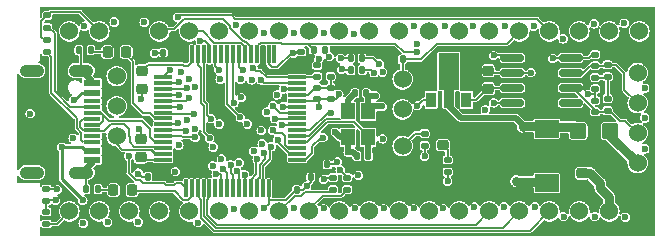
<source format=gtl>
G04 #@! TF.GenerationSoftware,KiCad,Pcbnew,7.0.1-0*
G04 #@! TF.CreationDate,2023-09-07T09:44:33-04:00*
G04 #@! TF.ProjectId,F405_pill,46343035-5f70-4696-9c6c-2e6b69636164,rev?*
G04 #@! TF.SameCoordinates,Original*
G04 #@! TF.FileFunction,Copper,L1,Top*
G04 #@! TF.FilePolarity,Positive*
%FSLAX46Y46*%
G04 Gerber Fmt 4.6, Leading zero omitted, Abs format (unit mm)*
G04 Created by KiCad (PCBNEW 7.0.1-0) date 2023-09-07 09:44:33*
%MOMM*%
%LPD*%
G01*
G04 APERTURE LIST*
G04 Aperture macros list*
%AMRoundRect*
0 Rectangle with rounded corners*
0 $1 Rounding radius*
0 $2 $3 $4 $5 $6 $7 $8 $9 X,Y pos of 4 corners*
0 Add a 4 corners polygon primitive as box body*
4,1,4,$2,$3,$4,$5,$6,$7,$8,$9,$2,$3,0*
0 Add four circle primitives for the rounded corners*
1,1,$1+$1,$2,$3*
1,1,$1+$1,$4,$5*
1,1,$1+$1,$6,$7*
1,1,$1+$1,$8,$9*
0 Add four rect primitives between the rounded corners*
20,1,$1+$1,$2,$3,$4,$5,0*
20,1,$1+$1,$4,$5,$6,$7,0*
20,1,$1+$1,$6,$7,$8,$9,0*
20,1,$1+$1,$8,$9,$2,$3,0*%
%AMFreePoly0*
4,1,9,3.862500,-0.866500,0.737500,-0.866500,0.737500,-0.450000,-0.737500,-0.450000,-0.737500,0.450000,0.737500,0.450000,0.737500,0.866500,3.862500,0.866500,3.862500,-0.866500,3.862500,-0.866500,$1*%
G04 Aperture macros list end*
G04 #@! TA.AperFunction,SMDPad,CuDef*
%ADD10RoundRect,0.135000X0.185000X-0.135000X0.185000X0.135000X-0.185000X0.135000X-0.185000X-0.135000X0*%
G04 #@! TD*
G04 #@! TA.AperFunction,SMDPad,CuDef*
%ADD11RoundRect,0.225000X0.250000X-0.225000X0.250000X0.225000X-0.250000X0.225000X-0.250000X-0.225000X0*%
G04 #@! TD*
G04 #@! TA.AperFunction,SMDPad,CuDef*
%ADD12RoundRect,0.225000X-0.250000X0.225000X-0.250000X-0.225000X0.250000X-0.225000X0.250000X0.225000X0*%
G04 #@! TD*
G04 #@! TA.AperFunction,SMDPad,CuDef*
%ADD13RoundRect,0.140000X0.140000X0.170000X-0.140000X0.170000X-0.140000X-0.170000X0.140000X-0.170000X0*%
G04 #@! TD*
G04 #@! TA.AperFunction,SMDPad,CuDef*
%ADD14RoundRect,0.135000X-0.135000X-0.185000X0.135000X-0.185000X0.135000X0.185000X-0.135000X0.185000X0*%
G04 #@! TD*
G04 #@! TA.AperFunction,SMDPad,CuDef*
%ADD15RoundRect,0.218750X-0.218750X-0.256250X0.218750X-0.256250X0.218750X0.256250X-0.218750X0.256250X0*%
G04 #@! TD*
G04 #@! TA.AperFunction,SMDPad,CuDef*
%ADD16R,2.000000X1.500000*%
G04 #@! TD*
G04 #@! TA.AperFunction,SMDPad,CuDef*
%ADD17R,2.000000X3.800000*%
G04 #@! TD*
G04 #@! TA.AperFunction,SMDPad,CuDef*
%ADD18RoundRect,0.140000X0.170000X-0.140000X0.170000X0.140000X-0.170000X0.140000X-0.170000X-0.140000X0*%
G04 #@! TD*
G04 #@! TA.AperFunction,ComponentPad*
%ADD19C,1.524000*%
G04 #@! TD*
G04 #@! TA.AperFunction,SMDPad,CuDef*
%ADD20R,1.200000X1.400000*%
G04 #@! TD*
G04 #@! TA.AperFunction,SMDPad,CuDef*
%ADD21RoundRect,0.140000X-0.140000X-0.170000X0.140000X-0.170000X0.140000X0.170000X-0.140000X0.170000X0*%
G04 #@! TD*
G04 #@! TA.AperFunction,SMDPad,CuDef*
%ADD22RoundRect,0.140000X-0.170000X0.140000X-0.170000X-0.140000X0.170000X-0.140000X0.170000X0.140000X0*%
G04 #@! TD*
G04 #@! TA.AperFunction,SMDPad,CuDef*
%ADD23RoundRect,0.250000X-0.450000X-0.425000X0.450000X-0.425000X0.450000X0.425000X-0.450000X0.425000X0*%
G04 #@! TD*
G04 #@! TA.AperFunction,SMDPad,CuDef*
%ADD24R,1.450000X0.600000*%
G04 #@! TD*
G04 #@! TA.AperFunction,SMDPad,CuDef*
%ADD25R,1.450000X0.300000*%
G04 #@! TD*
G04 #@! TA.AperFunction,ComponentPad*
%ADD26O,2.100000X1.050000*%
G04 #@! TD*
G04 #@! TA.AperFunction,SMDPad,CuDef*
%ADD27RoundRect,0.135000X-0.185000X0.135000X-0.185000X-0.135000X0.185000X-0.135000X0.185000X0.135000X0*%
G04 #@! TD*
G04 #@! TA.AperFunction,SMDPad,CuDef*
%ADD28RoundRect,0.218750X0.256250X-0.218750X0.256250X0.218750X-0.256250X0.218750X-0.256250X-0.218750X0*%
G04 #@! TD*
G04 #@! TA.AperFunction,SMDPad,CuDef*
%ADD29RoundRect,0.075000X0.700000X0.075000X-0.700000X0.075000X-0.700000X-0.075000X0.700000X-0.075000X0*%
G04 #@! TD*
G04 #@! TA.AperFunction,SMDPad,CuDef*
%ADD30RoundRect,0.075000X0.075000X0.700000X-0.075000X0.700000X-0.075000X-0.700000X0.075000X-0.700000X0*%
G04 #@! TD*
G04 #@! TA.AperFunction,SMDPad,CuDef*
%ADD31R,0.900000X1.300000*%
G04 #@! TD*
G04 #@! TA.AperFunction,SMDPad,CuDef*
%ADD32FreePoly0,90.000000*%
G04 #@! TD*
G04 #@! TA.AperFunction,SMDPad,CuDef*
%ADD33RoundRect,0.147500X-0.172500X0.147500X-0.172500X-0.147500X0.172500X-0.147500X0.172500X0.147500X0*%
G04 #@! TD*
G04 #@! TA.AperFunction,SMDPad,CuDef*
%ADD34RoundRect,0.150000X-0.825000X-0.150000X0.825000X-0.150000X0.825000X0.150000X-0.825000X0.150000X0*%
G04 #@! TD*
G04 #@! TA.AperFunction,ViaPad*
%ADD35C,0.600000*%
G04 #@! TD*
G04 #@! TA.AperFunction,Conductor*
%ADD36C,0.160000*%
G04 #@! TD*
G04 #@! TA.AperFunction,Conductor*
%ADD37C,0.500000*%
G04 #@! TD*
G04 #@! TA.AperFunction,Conductor*
%ADD38C,0.800000*%
G04 #@! TD*
G04 #@! TA.AperFunction,Conductor*
%ADD39C,0.250000*%
G04 #@! TD*
G04 #@! TA.AperFunction,Conductor*
%ADD40C,0.200000*%
G04 #@! TD*
G04 APERTURE END LIST*
D10*
X130900000Y-88966000D03*
X130900000Y-87946000D03*
D11*
X104901000Y-87713000D03*
X104901000Y-86163000D03*
D12*
X105007000Y-80412000D03*
X105007000Y-81962000D03*
D13*
X106490000Y-89400000D03*
X105530000Y-89400000D03*
X107780000Y-78860000D03*
X106820000Y-78860000D03*
D14*
X126070000Y-79430000D03*
X127090000Y-79430000D03*
D15*
X102112500Y-78800000D03*
X103687500Y-78800000D03*
D16*
X139300000Y-89900000D03*
X139300000Y-87600000D03*
D17*
X133000000Y-87600000D03*
D16*
X139300000Y-85300000D03*
D18*
X96940000Y-91380000D03*
X96940000Y-90420000D03*
D19*
X146982000Y-88222000D03*
X146982000Y-85682000D03*
X146982000Y-83142000D03*
X146982000Y-80602000D03*
D20*
X124180000Y-86033000D03*
X124180000Y-83833000D03*
X122480000Y-83833000D03*
X122480000Y-86033000D03*
D19*
X127090000Y-81120000D03*
X127090000Y-83660000D03*
D18*
X119860000Y-80890000D03*
X119860000Y-79930000D03*
X118514000Y-79763000D03*
X118514000Y-78803000D03*
D21*
X123061000Y-82300000D03*
X124021000Y-82300000D03*
D10*
X128960000Y-86730000D03*
X128960000Y-85710000D03*
D22*
X119858000Y-81814000D03*
X119858000Y-82774000D03*
D21*
X119750000Y-88330000D03*
X120710000Y-88330000D03*
D23*
X141950000Y-85500000D03*
X144650000Y-85500000D03*
D11*
X134350000Y-81925000D03*
X134350000Y-80375000D03*
D24*
X100795000Y-81450000D03*
X100795000Y-82250000D03*
D25*
X100795000Y-83450000D03*
X100795000Y-84450000D03*
X100795000Y-84950000D03*
X100795000Y-85950000D03*
D24*
X100795000Y-87950000D03*
X100795000Y-87150000D03*
D25*
X100795000Y-86450000D03*
X100795000Y-85450000D03*
X100795000Y-83950000D03*
X100795000Y-82950000D03*
D26*
X99880000Y-80380000D03*
X99880000Y-89020000D03*
X95700000Y-80380000D03*
X95700000Y-89020000D03*
D27*
X96930000Y-92350000D03*
X96930000Y-93370000D03*
D22*
X121000000Y-81820000D03*
X121000000Y-82780000D03*
D10*
X96975000Y-78810000D03*
X96975000Y-77790000D03*
D21*
X117150000Y-90500000D03*
X118110000Y-90500000D03*
D28*
X130500000Y-86687500D03*
X130500000Y-85112500D03*
D29*
X118167000Y-88429000D03*
X118167000Y-87929000D03*
X118167000Y-87429000D03*
X118167000Y-86929000D03*
X118167000Y-86429000D03*
X118167000Y-85929000D03*
X118167000Y-85429000D03*
X118167000Y-84929000D03*
X118167000Y-84429000D03*
X118167000Y-83929000D03*
X118167000Y-83429000D03*
X118167000Y-82929000D03*
X118167000Y-82429000D03*
X118167000Y-81929000D03*
X118167000Y-81429000D03*
X118167000Y-80929000D03*
D30*
X116242000Y-79004000D03*
X115742000Y-79004000D03*
X115242000Y-79004000D03*
X114742000Y-79004000D03*
X114242000Y-79004000D03*
X113742000Y-79004000D03*
X113242000Y-79004000D03*
X112742000Y-79004000D03*
X112242000Y-79004000D03*
X111742000Y-79004000D03*
X111242000Y-79004000D03*
X110742000Y-79004000D03*
X110242000Y-79004000D03*
X109742000Y-79004000D03*
X109242000Y-79004000D03*
X108742000Y-79004000D03*
D29*
X106817000Y-80929000D03*
X106817000Y-81429000D03*
X106817000Y-81929000D03*
X106817000Y-82429000D03*
X106817000Y-82929000D03*
X106817000Y-83429000D03*
X106817000Y-83929000D03*
X106817000Y-84429000D03*
X106817000Y-84929000D03*
X106817000Y-85429000D03*
X106817000Y-85929000D03*
X106817000Y-86429000D03*
X106817000Y-86929000D03*
X106817000Y-87429000D03*
X106817000Y-87929000D03*
X106817000Y-88429000D03*
D30*
X108742000Y-90354000D03*
X109242000Y-90354000D03*
X109742000Y-90354000D03*
X110242000Y-90354000D03*
X110742000Y-90354000D03*
X111242000Y-90354000D03*
X111742000Y-90354000D03*
X112242000Y-90354000D03*
X112742000Y-90354000D03*
X113242000Y-90354000D03*
X113742000Y-90354000D03*
X114242000Y-90354000D03*
X114742000Y-90354000D03*
X115242000Y-90354000D03*
X115742000Y-90354000D03*
X116242000Y-90354000D03*
D31*
X129500000Y-82850000D03*
D32*
X131000000Y-82762500D03*
D31*
X132500000Y-82850000D03*
D10*
X97000000Y-76735000D03*
X97000000Y-75715000D03*
D21*
X122700000Y-79350000D03*
X123660000Y-79350000D03*
D18*
X143400000Y-79980000D03*
X143400000Y-79020000D03*
D10*
X144450000Y-83770000D03*
X144450000Y-82750000D03*
D13*
X124180000Y-87600000D03*
X123220000Y-87600000D03*
D19*
X127090000Y-89310000D03*
X127090000Y-86770000D03*
D33*
X121000000Y-79915000D03*
X121000000Y-80885000D03*
D19*
X147147000Y-77057000D03*
X144607000Y-77057000D03*
X142067000Y-77057000D03*
X139527000Y-77057000D03*
X136987000Y-77057000D03*
X134447000Y-77057000D03*
X131907000Y-77057000D03*
X129367000Y-77057000D03*
X126827000Y-77057000D03*
X124287000Y-77057000D03*
X121747000Y-77057000D03*
X119207000Y-77057000D03*
X116667000Y-77057000D03*
X114127000Y-77057000D03*
X111587000Y-77057000D03*
X109047000Y-77057000D03*
X106507000Y-77057000D03*
X103967000Y-77057000D03*
X101427000Y-77057000D03*
X98887000Y-77057000D03*
X98887000Y-92297000D03*
X101427000Y-92297000D03*
X103967000Y-92297000D03*
X106507000Y-92297000D03*
X109047000Y-92297000D03*
X111587000Y-92297000D03*
X114103395Y-92306993D03*
X116667000Y-92297000D03*
X119207000Y-92297000D03*
X121747000Y-92297000D03*
X124287000Y-92297000D03*
X126827000Y-92297000D03*
X129367000Y-92297000D03*
X131907000Y-92297000D03*
X134447000Y-92297000D03*
X136987000Y-92297000D03*
X139527000Y-92297000D03*
X142067000Y-92297000D03*
X144607000Y-92297000D03*
X147147000Y-92297000D03*
D10*
X121200000Y-90460000D03*
X121200000Y-89440000D03*
X122400000Y-90460000D03*
X122400000Y-89440000D03*
D19*
X102882000Y-80860000D03*
X102882000Y-83400000D03*
X102882000Y-85940000D03*
X102882000Y-88480000D03*
D21*
X122710000Y-80330000D03*
X123670000Y-80330000D03*
X118370000Y-89420000D03*
X119330000Y-89420000D03*
D34*
X136375000Y-79295000D03*
X136375000Y-80565000D03*
X136375000Y-81835000D03*
X136375000Y-83105000D03*
X141325000Y-83105000D03*
X141325000Y-81835000D03*
X141325000Y-80565000D03*
X141325000Y-79295000D03*
D14*
X99680000Y-78640000D03*
X100700000Y-78640000D03*
D22*
X143400000Y-80970000D03*
X143400000Y-81930000D03*
D15*
X102612500Y-90500000D03*
X104187500Y-90500000D03*
D12*
X142300000Y-87525000D03*
X142300000Y-89075000D03*
D18*
X143400000Y-83880000D03*
X143400000Y-82920000D03*
D14*
X100290000Y-90400000D03*
X101310000Y-90400000D03*
D21*
X119570000Y-78600000D03*
X120530000Y-78600000D03*
D10*
X144450000Y-80910000D03*
X144450000Y-79890000D03*
D35*
X111000000Y-88450000D03*
X128960000Y-87640000D03*
X116487170Y-82441708D03*
X118970000Y-90170000D03*
X145850000Y-76360000D03*
X99200000Y-86100000D03*
X113400000Y-81100000D03*
X140680000Y-77690000D03*
X139800000Y-79350000D03*
X138210000Y-76620000D03*
X115390000Y-77180000D03*
X115330000Y-92050000D03*
X128030000Y-92050000D03*
X133170000Y-91900000D03*
X123065943Y-92050000D03*
X121700000Y-82400000D03*
X105220000Y-76280000D03*
X119980000Y-83450000D03*
X125490000Y-92050000D03*
X123350000Y-89250000D03*
X145950000Y-92800000D03*
X120900000Y-79200000D03*
X114500000Y-87200000D03*
X112850000Y-92130000D03*
X121400000Y-85600000D03*
X135700000Y-91900000D03*
X142800000Y-82400000D03*
X128300000Y-78100000D03*
X109000000Y-81100000D03*
X115600000Y-83900000D03*
X111550000Y-84900000D03*
X115200000Y-86600000D03*
X122480000Y-87300000D03*
X113450000Y-82650000D03*
X136682000Y-89712000D03*
X128080000Y-76620000D03*
X109500000Y-85300000D03*
X109500000Y-81750000D03*
X111050000Y-86850000D03*
X133090000Y-76620000D03*
X109771900Y-93250016D03*
X104970000Y-82790000D03*
X143310000Y-76420000D03*
X112990000Y-76510000D03*
X108300000Y-80500000D03*
X117900000Y-92050000D03*
X117900000Y-77180000D03*
X102121093Y-93228301D03*
X125400000Y-86150000D03*
X113250000Y-88200000D03*
X147590000Y-81880000D03*
X114300000Y-81169155D03*
X117831068Y-78900000D03*
X134100000Y-83700000D03*
X147590000Y-84390000D03*
X123000000Y-77250000D03*
X111650000Y-81100000D03*
X124800000Y-82500000D03*
X104700000Y-93200000D03*
X115110000Y-85450000D03*
X120460000Y-77220000D03*
X128350000Y-83350000D03*
X140730000Y-92740000D03*
X130900000Y-89740000D03*
X100050000Y-93310000D03*
X121570000Y-88090000D03*
X113950000Y-84900000D03*
X109972088Y-77855560D03*
X120410000Y-92050000D03*
X95550000Y-84020000D03*
X100150000Y-76610000D03*
X104710000Y-89100000D03*
X102670000Y-76270000D03*
X125400000Y-80500000D03*
X106100000Y-78900000D03*
X108150000Y-86700000D03*
X147590000Y-87000000D03*
X107850000Y-88925000D03*
X111750000Y-87850000D03*
X135760000Y-76620000D03*
X130640000Y-76620000D03*
X143360000Y-92740000D03*
X104800000Y-85300000D03*
X125350000Y-83420000D03*
X130550000Y-92050000D03*
X97860000Y-90440000D03*
X137950000Y-80550000D03*
X108800000Y-84600000D03*
X138280000Y-91900000D03*
X117900000Y-79900000D03*
X146300000Y-84200000D03*
X132170000Y-89910000D03*
X133910000Y-89910000D03*
X146200000Y-79400000D03*
X148000000Y-90650000D03*
X114200000Y-82700000D03*
X107280000Y-89500000D03*
X107810000Y-92610000D03*
X95520000Y-85990000D03*
X140950000Y-88100000D03*
X133910000Y-85150000D03*
X103900000Y-87600000D03*
X120400000Y-89600000D03*
X112800000Y-83100000D03*
X108140000Y-81347638D03*
X108800000Y-81850000D03*
X108150000Y-82408500D03*
X108089000Y-84808000D03*
X108750000Y-85480000D03*
X109530000Y-86040000D03*
X120350000Y-86050000D03*
X124687906Y-80559500D03*
X125130000Y-79800000D03*
X116540000Y-86240000D03*
X120000000Y-79400000D03*
X116100000Y-85440000D03*
X116839000Y-84978000D03*
X116264000Y-84453500D03*
X116135884Y-83364355D03*
X116990000Y-83430000D03*
X121920000Y-80278500D03*
X117050000Y-81920000D03*
X121840000Y-79330000D03*
X115110000Y-81170000D03*
X114439655Y-80189655D03*
X128350000Y-78810000D03*
X113580000Y-80360000D03*
X111560000Y-80290000D03*
X121800000Y-88800000D03*
X113350000Y-84350000D03*
X99240000Y-82890000D03*
X137250000Y-85126000D03*
X98250000Y-86860000D03*
X100020000Y-91370000D03*
X108049122Y-75859122D03*
X108997825Y-82672657D03*
X108250000Y-83450000D03*
X109460000Y-84050000D03*
X111301754Y-89148246D03*
X111898339Y-88739132D03*
X112525895Y-88351575D03*
X113049839Y-88871723D03*
X113721500Y-89190500D03*
X134800000Y-83100000D03*
X115330000Y-87350000D03*
X115947094Y-86842906D03*
X134800000Y-79100000D03*
X121030000Y-83970000D03*
X114780942Y-87870942D03*
X110850000Y-84450000D03*
X110750000Y-86100000D03*
X107376000Y-80370000D03*
X97710000Y-91370000D03*
D36*
X118167000Y-86429000D02*
X119016392Y-86429000D01*
D37*
X124180000Y-86033000D02*
X124180000Y-87400000D01*
D36*
X119016392Y-86429000D02*
X120697696Y-84747696D01*
X120697696Y-84747696D02*
X122994696Y-84747696D01*
X122994696Y-84747696D02*
X124180000Y-85933000D01*
X124180000Y-85933000D02*
X124180000Y-86033000D01*
X105010000Y-89400000D02*
X104710000Y-89100000D01*
X97840000Y-90420000D02*
X97860000Y-90440000D01*
D37*
X124180000Y-83833000D02*
X124180000Y-82459000D01*
X123220000Y-87600000D02*
X122920000Y-87300000D01*
D36*
X110742000Y-79004000D02*
X110742000Y-78211000D01*
X120994000Y-82774000D02*
X121000000Y-82780000D01*
X119858000Y-82774000D02*
X120994000Y-82774000D01*
X122480000Y-86033000D02*
X121833000Y-86033000D01*
D37*
X122920000Y-87300000D02*
X122480000Y-87300000D01*
D36*
X124180000Y-82459000D02*
X124021000Y-82300000D01*
X100290000Y-90400000D02*
X100290000Y-89430000D01*
X100290000Y-89430000D02*
X99880000Y-89020000D01*
X97240000Y-75450000D02*
X96975000Y-75715000D01*
X119980000Y-82896000D02*
X119858000Y-82774000D01*
X119330000Y-89824152D02*
X118940000Y-90214152D01*
X115809000Y-91309000D02*
X117221000Y-91309000D01*
D38*
X144650000Y-85890000D02*
X144650000Y-85500000D01*
D36*
X110742000Y-78211000D02*
X110386560Y-77855560D01*
X104901000Y-86163000D02*
X104901000Y-85401000D01*
X137935000Y-80565000D02*
X137950000Y-80550000D01*
X143400000Y-82350000D02*
X142850000Y-82350000D01*
X96500000Y-77500000D02*
X96790000Y-77790000D01*
X115742000Y-90354000D02*
X115742000Y-91638000D01*
X105530000Y-89400000D02*
X105010000Y-89400000D01*
X143400000Y-81930000D02*
X143400000Y-82350000D01*
X136375000Y-80565000D02*
X134620000Y-80565000D01*
D38*
X138873000Y-89775600D02*
X136782000Y-89775600D01*
D36*
X128960000Y-86730000D02*
X128960000Y-87640000D01*
X141325000Y-79295000D02*
X139855000Y-79295000D01*
X139855000Y-79295000D02*
X139800000Y-79350000D01*
D38*
X143837500Y-90337500D02*
X143837500Y-89937500D01*
D36*
X115742000Y-91638000D02*
X115330000Y-92050000D01*
X118110000Y-90500000D02*
X118654152Y-90500000D01*
X130900000Y-88966000D02*
X130900000Y-89740000D01*
X143400000Y-79020000D02*
X143130000Y-79020000D01*
X116001315Y-80104000D02*
X116489253Y-80104000D01*
X119980000Y-83450000D02*
X119980000Y-82896000D01*
X129500000Y-82850000D02*
X128850000Y-82850000D01*
D38*
X143837500Y-89937500D02*
X142975000Y-89075000D01*
D36*
X142850000Y-79300000D02*
X141330000Y-79300000D01*
X104901000Y-85401000D02*
X104800000Y-85300000D01*
X118030000Y-90500000D02*
X118110000Y-90500000D01*
X118060000Y-90470000D02*
X118130000Y-90470000D01*
D38*
X144579000Y-91079000D02*
X143837500Y-90337500D01*
D36*
X115742000Y-90354000D02*
X115742000Y-91242000D01*
X143130000Y-79020000D02*
X142850000Y-79300000D01*
D37*
X100877000Y-88117000D02*
X99962000Y-89032000D01*
D36*
X99680000Y-78640000D02*
X99880000Y-78840000D01*
X101427000Y-77057000D02*
X99820000Y-75450000D01*
D37*
X125350000Y-83420000D02*
X124593000Y-83420000D01*
D36*
X110386560Y-77855560D02*
X109972088Y-77855560D01*
X115742000Y-79004000D02*
X115742000Y-79844685D01*
X96500000Y-76215000D02*
X96500000Y-77500000D01*
X116489253Y-80104000D02*
X117790253Y-78803000D01*
X128850000Y-82850000D02*
X128350000Y-83350000D01*
X120530000Y-78600000D02*
X120530000Y-78830000D01*
X118654152Y-90500000D02*
X118940000Y-90214152D01*
D37*
X121833000Y-86033000D02*
X121400000Y-85600000D01*
D38*
X144579000Y-92333000D02*
X144579000Y-91079000D01*
D36*
X99880000Y-78840000D02*
X99880000Y-80380000D01*
X96940000Y-90420000D02*
X97840000Y-90420000D01*
X105007000Y-82753000D02*
X104970000Y-82790000D01*
X96790000Y-77790000D02*
X96975000Y-77790000D01*
X117831068Y-78900000D02*
X118417000Y-78900000D01*
X121330000Y-88330000D02*
X121570000Y-88090000D01*
X106820000Y-78860000D02*
X106140000Y-78860000D01*
X120710000Y-88330000D02*
X121330000Y-88330000D01*
X121000000Y-82780000D02*
X121420000Y-82780000D01*
D38*
X146982000Y-88222000D02*
X144650000Y-85890000D01*
D36*
X134620000Y-80565000D02*
X134330000Y-80275000D01*
D37*
X100795000Y-81295000D02*
X99880000Y-80380000D01*
D36*
X121700000Y-82500000D02*
X121700000Y-82400000D01*
X117790253Y-78803000D02*
X118514000Y-78803000D01*
X105007000Y-81962000D02*
X105007000Y-82753000D01*
D37*
X124800000Y-82500000D02*
X124221000Y-82500000D01*
D36*
X143400000Y-82350000D02*
X143400000Y-82920000D01*
X118417000Y-78900000D02*
X118514000Y-78803000D01*
X99820000Y-75450000D02*
X97240000Y-75450000D01*
X136375000Y-80565000D02*
X137935000Y-80565000D01*
X115742000Y-79844685D02*
X116001315Y-80104000D01*
X119330000Y-89420000D02*
X119330000Y-89824152D01*
X142850000Y-82350000D02*
X142800000Y-82400000D01*
X120530000Y-78830000D02*
X120900000Y-79200000D01*
D38*
X142975000Y-89075000D02*
X142300000Y-89075000D01*
D36*
X141330000Y-79300000D02*
X141325000Y-79295000D01*
X119703000Y-82929000D02*
X118167000Y-82929000D01*
X117221000Y-91309000D02*
X118030000Y-90500000D01*
D38*
X136782000Y-89775600D02*
X136718400Y-89712000D01*
D36*
X106140000Y-78860000D02*
X106100000Y-78900000D01*
X124221000Y-82500000D02*
X124021000Y-82300000D01*
X124593000Y-83420000D02*
X124180000Y-83833000D01*
X121420000Y-82780000D02*
X121700000Y-82500000D01*
X100795000Y-81450000D02*
X100795000Y-81295000D01*
X115742000Y-91242000D02*
X115809000Y-91309000D01*
X97000000Y-75715000D02*
X96500000Y-76215000D01*
X119858000Y-82774000D02*
X119703000Y-82929000D01*
D37*
X122480000Y-87300000D02*
X122480000Y-86033000D01*
D36*
X121000000Y-81808000D02*
X121000000Y-80800000D01*
X119858000Y-81814000D02*
X119662000Y-81814000D01*
X119662000Y-81814000D02*
X119047000Y-82429000D01*
X119047000Y-82429000D02*
X118167000Y-82429000D01*
X120973000Y-81814000D02*
X121001000Y-81786000D01*
X119858000Y-81814000D02*
X120973000Y-81814000D01*
X108598000Y-78860000D02*
X108742000Y-79004000D01*
X117004000Y-90354000D02*
X117150000Y-90500000D01*
D38*
X147094000Y-90724000D02*
X144110500Y-87740500D01*
D36*
X106817000Y-89179000D02*
X106617000Y-89379000D01*
X117150000Y-89980000D02*
X117710000Y-89420000D01*
X117150000Y-90500000D02*
X117150000Y-89980000D01*
X139573900Y-87475600D02*
X139332000Y-87475600D01*
X115242000Y-79981081D02*
X115242000Y-79004000D01*
D38*
X147094000Y-92318000D02*
X147094000Y-90724000D01*
D36*
X117710000Y-89420000D02*
X118370000Y-89420000D01*
X117900000Y-79900000D02*
X118377000Y-79900000D01*
X121115000Y-79800000D02*
X121000000Y-79915000D01*
X115814919Y-80554000D02*
X115242000Y-79981081D01*
D38*
X144110500Y-87710500D02*
X143662500Y-87262500D01*
D36*
X117900000Y-79900000D02*
X117246000Y-80554000D01*
X116242000Y-90354000D02*
X117004000Y-90354000D01*
X118377000Y-79900000D02*
X118514000Y-79763000D01*
X107780000Y-78860000D02*
X108598000Y-78860000D01*
X106817000Y-88429000D02*
X106817000Y-89179000D01*
X106590000Y-89500000D02*
X106490000Y-89400000D01*
D38*
X142400000Y-87262500D02*
X139545100Y-87262500D01*
D36*
X116242000Y-90354000D02*
X116242000Y-90461000D01*
X118167000Y-88429000D02*
X119692000Y-88429000D01*
X117246000Y-80554000D02*
X115814919Y-80554000D01*
X107280000Y-89500000D02*
X106590000Y-89500000D01*
D38*
X143662500Y-87262500D02*
X142400000Y-87262500D01*
X139545100Y-87262500D02*
X139332000Y-87475600D01*
X144110500Y-87740500D02*
X144110500Y-87710500D01*
X133382000Y-87212000D02*
X139682000Y-87212000D01*
D36*
X118167000Y-85929000D02*
X119148696Y-85929000D01*
D37*
X122480000Y-82881000D02*
X122480000Y-83833000D01*
D36*
X120596196Y-84481500D02*
X121831500Y-84481500D01*
D37*
X123061000Y-82300000D02*
X122480000Y-82881000D01*
D36*
X119148696Y-85929000D02*
X120596196Y-84481500D01*
X108561376Y-79959000D02*
X108922624Y-79959000D01*
X105549000Y-79870000D02*
X105007000Y-80412000D01*
X108561376Y-79959000D02*
X108472376Y-79870000D01*
X108472376Y-79870000D02*
X105549000Y-79870000D01*
X108922624Y-79959000D02*
X109242000Y-79639624D01*
X109242000Y-79004000D02*
X109242000Y-79639624D01*
X106817000Y-87929000D02*
X104833000Y-87929000D01*
X144240000Y-80960000D02*
X144230000Y-80970000D01*
X143400000Y-80970000D02*
X144230000Y-80970000D01*
X144450000Y-82750000D02*
X144450000Y-80910000D01*
X144230000Y-80970000D02*
X144455000Y-80970000D01*
X145140000Y-79890000D02*
X145850000Y-80600000D01*
X145850000Y-80600000D02*
X145850000Y-82010000D01*
X145850000Y-82010000D02*
X146982000Y-83142000D01*
X142970000Y-79980000D02*
X143400000Y-79980000D01*
X143400000Y-79980000D02*
X144360000Y-79980000D01*
X144360000Y-79980000D02*
X144450000Y-79890000D01*
X141325000Y-80565000D02*
X142385000Y-80565000D01*
X142385000Y-80565000D02*
X142970000Y-79980000D01*
X144450000Y-79890000D02*
X145140000Y-79890000D01*
X103900000Y-89067818D02*
X103900000Y-87600000D01*
X107050000Y-90050000D02*
X106900000Y-89900000D01*
X108742000Y-90354000D02*
X108288000Y-89900000D01*
X104482182Y-89650000D02*
X103900000Y-89067818D01*
X107750000Y-90050000D02*
X107050000Y-90050000D01*
X105100000Y-89900000D02*
X104850000Y-89650000D01*
X106900000Y-89900000D02*
X105100000Y-89900000D01*
X107900000Y-89900000D02*
X107750000Y-90050000D01*
X104850000Y-89650000D02*
X104482182Y-89650000D01*
X108288000Y-89900000D02*
X107900000Y-89900000D01*
X106153091Y-87429000D02*
X105874091Y-87150000D01*
X106817000Y-87429000D02*
X106181376Y-87429000D01*
X105840000Y-87080000D02*
X105833000Y-87073000D01*
X106817000Y-87429000D02*
X106153091Y-87429000D01*
X106181376Y-87429000D02*
X105840000Y-87087624D01*
X103373000Y-87073000D02*
X105833000Y-87073000D01*
X103373000Y-87073000D02*
X102882000Y-86582000D01*
X105840000Y-87087624D02*
X105840000Y-87080000D01*
X141496690Y-81835000D02*
X143400000Y-83738310D01*
X143400000Y-83880000D02*
X144595000Y-83880000D01*
X144450000Y-83770000D02*
X144620000Y-83770000D01*
X145500000Y-84650000D02*
X145950000Y-84650000D01*
X141325000Y-81835000D02*
X141496690Y-81835000D01*
X143400000Y-83738310D02*
X143400000Y-83880000D01*
X144620000Y-83770000D02*
X145500000Y-84650000D01*
X145950000Y-84650000D02*
X146982000Y-85682000D01*
X121200000Y-89440000D02*
X120560000Y-89440000D01*
X112742000Y-83042000D02*
X112800000Y-83100000D01*
X120560000Y-89440000D02*
X120400000Y-89600000D01*
X112742000Y-79004000D02*
X112742000Y-83042000D01*
X108058638Y-81429000D02*
X106817000Y-81429000D01*
X108140000Y-81347638D02*
X108058638Y-81429000D01*
X108800000Y-81850000D02*
X108721000Y-81929000D01*
X108721000Y-81929000D02*
X106817000Y-81929000D01*
X108129500Y-82429000D02*
X108150000Y-82408500D01*
X106817000Y-82429000D02*
X108129500Y-82429000D01*
X106817000Y-84929000D02*
X107968000Y-84929000D01*
X107968000Y-84929000D02*
X108089000Y-84808000D01*
X108699000Y-85429000D02*
X108750000Y-85480000D01*
X108463116Y-85429000D02*
X108699000Y-85429000D01*
X108463116Y-85429000D02*
X106817000Y-85429000D01*
X109510000Y-86020000D02*
X109530000Y-86040000D01*
X108460000Y-86020000D02*
X108369808Y-85929808D01*
X108460000Y-86020000D02*
X109510000Y-86020000D01*
X108369808Y-85929808D02*
X106817808Y-85929808D01*
X106817808Y-85929808D02*
X106817000Y-85929000D01*
X119432000Y-87362000D02*
X118865000Y-87929000D01*
X118865000Y-87929000D02*
X118167000Y-87929000D01*
X124458406Y-80330000D02*
X124687906Y-80559500D01*
X119432000Y-86768000D02*
X120150000Y-86050000D01*
X119432000Y-86768000D02*
X119432000Y-87362000D01*
X123670000Y-80330000D02*
X124458406Y-80330000D01*
X120150000Y-86050000D02*
X120350000Y-86050000D01*
X116540000Y-86430000D02*
X116540000Y-86240000D01*
X116540000Y-86430000D02*
X116928848Y-86818848D01*
X117531376Y-87429000D02*
X116941152Y-86838776D01*
X125130000Y-79800000D02*
X125070000Y-79800000D01*
X124620000Y-79350000D02*
X123660000Y-79350000D01*
X118167000Y-87429000D02*
X117531376Y-87429000D01*
X116941152Y-86818848D02*
X116928848Y-86818848D01*
X125070000Y-79800000D02*
X124620000Y-79350000D01*
X116941152Y-86838776D02*
X116941152Y-86818848D01*
X117150000Y-86660000D02*
X117419000Y-86929000D01*
X117419000Y-86929000D02*
X118167000Y-86929000D01*
X116860000Y-85650000D02*
X117150000Y-85940000D01*
X117150000Y-85940000D02*
X117150000Y-86660000D01*
X120000000Y-79400000D02*
X119860000Y-79540000D01*
X116310000Y-85650000D02*
X116860000Y-85650000D01*
X119860000Y-79540000D02*
X119860000Y-79930000D01*
X116100000Y-85440000D02*
X116310000Y-85650000D01*
X116839000Y-84978000D02*
X118118000Y-84978000D01*
X118118000Y-84978000D02*
X118167000Y-84929000D01*
X116264000Y-84453500D02*
X118142500Y-84453500D01*
X118142500Y-84453500D02*
X118167000Y-84429000D01*
X116701529Y-83930000D02*
X118166000Y-83930000D01*
X118166000Y-83930000D02*
X118167000Y-83929000D01*
X116135884Y-83364355D02*
X116701529Y-83930000D01*
X116991000Y-83429000D02*
X116990000Y-83430000D01*
X118167000Y-83429000D02*
X116991000Y-83429000D01*
X122710000Y-80330000D02*
X121971500Y-80330000D01*
X117050000Y-81920000D02*
X118158000Y-81920000D01*
X121971500Y-80330000D02*
X121920000Y-80278500D01*
X118158000Y-81920000D02*
X118167000Y-81929000D01*
X118167000Y-81429000D02*
X115375406Y-81429000D01*
X122700000Y-79350000D02*
X121860000Y-79350000D01*
X115375406Y-81429000D02*
X114980470Y-81034064D01*
X121860000Y-79350000D02*
X121840000Y-79330000D01*
X115057523Y-80433000D02*
X115582523Y-80958000D01*
X114683000Y-80433000D02*
X115057523Y-80433000D01*
X119821000Y-80929000D02*
X119860000Y-80890000D01*
X118167000Y-80929000D02*
X119821000Y-80929000D01*
X115582523Y-80958000D02*
X117364000Y-80958000D01*
X114439655Y-80189655D02*
X114683000Y-80433000D01*
X119550000Y-78600000D02*
X119050000Y-78100000D01*
X114742000Y-79004000D02*
X114742000Y-78340091D01*
X114841045Y-78241045D02*
X115063090Y-78019000D01*
X127200000Y-78810000D02*
X126490000Y-78100000D01*
X116819000Y-78019000D02*
X115063090Y-78019000D01*
X119570000Y-78600000D02*
X119550000Y-78600000D01*
X114742000Y-78340091D02*
X114841045Y-78241045D01*
X119050000Y-78100000D02*
X116900000Y-78100000D01*
X126490000Y-78100000D02*
X119050000Y-78100000D01*
X116900000Y-78100000D02*
X116819000Y-78019000D01*
X128350000Y-78810000D02*
X127200000Y-78810000D01*
X113853624Y-77980000D02*
X113721320Y-77980000D01*
X113511320Y-77770000D02*
X113470000Y-77770000D01*
X107736351Y-76879000D02*
X108605351Y-76010000D01*
X106685000Y-76879000D02*
X107736351Y-76879000D01*
X111872190Y-76010000D02*
X112490000Y-76627810D01*
X113721320Y-77980000D02*
X113511320Y-77770000D01*
X113470000Y-77770000D02*
X112490000Y-76790000D01*
X114242000Y-78368376D02*
X113853624Y-77980000D01*
X108605351Y-76010000D02*
X111872190Y-76010000D01*
X114242000Y-79004000D02*
X114242000Y-78368376D01*
X112490000Y-76627810D02*
X112490000Y-76790000D01*
X106507000Y-77057000D02*
X106685000Y-76879000D01*
X113742000Y-79004000D02*
X113742000Y-78368376D01*
X113403624Y-78030000D02*
X111160000Y-78030000D01*
X113742000Y-78368376D02*
X113403624Y-78030000D01*
X111160000Y-78030000D02*
X110187000Y-77057000D01*
X113742000Y-79004000D02*
X113742000Y-78362000D01*
X110187000Y-77057000D02*
X109047000Y-77057000D01*
X113270000Y-80020000D02*
X113270000Y-80050000D01*
X113270000Y-79032000D02*
X113270000Y-80020000D01*
X113242000Y-79004000D02*
X113270000Y-79032000D01*
X113270000Y-80050000D02*
X113580000Y-80360000D01*
X111242000Y-79972000D02*
X111560000Y-80290000D01*
X111242000Y-79004000D02*
X111242000Y-79972000D01*
X112242000Y-79004000D02*
X112242000Y-83242000D01*
X112242000Y-83242000D02*
X113350000Y-84350000D01*
X122400000Y-89400000D02*
X121800000Y-88800000D01*
X122400000Y-89440000D02*
X122400000Y-89400000D01*
D39*
X100020000Y-91370000D02*
X98250000Y-89600000D01*
X99310000Y-82890000D02*
X99950000Y-82250000D01*
X98250000Y-89600000D02*
X98250000Y-86860000D01*
D38*
X141625600Y-85175600D02*
X139332000Y-85175600D01*
X137264000Y-85112000D02*
X139282000Y-85112000D01*
D39*
X99960000Y-86860000D02*
X98250000Y-86860000D01*
X99950000Y-82250000D02*
X100795000Y-82250000D01*
X100250000Y-87150000D02*
X99960000Y-86860000D01*
D37*
X131000000Y-83350000D02*
X132050000Y-84400000D01*
X132050000Y-84400000D02*
X136700000Y-84400000D01*
X131000000Y-82762500D02*
X131000000Y-83350000D01*
D38*
X137250000Y-85126000D02*
X137264000Y-85112000D01*
D37*
X137264000Y-84964000D02*
X137264000Y-85112000D01*
X136700000Y-84400000D02*
X137264000Y-84964000D01*
D39*
X99240000Y-82890000D02*
X99310000Y-82890000D01*
D38*
X141950000Y-85500000D02*
X141625600Y-85175600D01*
D39*
X100795000Y-87150000D02*
X100250000Y-87150000D01*
D36*
X138480000Y-76010000D02*
X112920000Y-76010000D01*
X108741482Y-82929000D02*
X108997825Y-82672657D01*
X139527000Y-77057000D02*
X138480000Y-76010000D01*
X106817000Y-82929000D02*
X108741482Y-82929000D01*
X108198244Y-75710000D02*
X108049122Y-75859122D01*
X112620000Y-75710000D02*
X108198244Y-75710000D01*
X112920000Y-76010000D02*
X112620000Y-75710000D01*
X106817000Y-83429000D02*
X108229000Y-83429000D01*
X108229000Y-83429000D02*
X108250000Y-83450000D01*
X106938000Y-84050000D02*
X106817000Y-83929000D01*
X109460000Y-84050000D02*
X106938000Y-84050000D01*
X104257000Y-83157000D02*
X104257000Y-79594500D01*
X105735091Y-84011000D02*
X105111000Y-84011000D01*
X106153091Y-84429000D02*
X105735091Y-84011000D01*
X106817000Y-84429000D02*
X106153091Y-84429000D01*
X105111000Y-84011000D02*
X104257000Y-83157000D01*
X104257000Y-79594500D02*
X103712500Y-79050000D01*
X103712500Y-79050000D02*
X103712500Y-79020000D01*
X109242000Y-90354000D02*
X109242000Y-90989624D01*
X104287500Y-90600000D02*
X104187500Y-90500000D01*
X109242000Y-90989624D02*
X108922624Y-91309000D01*
X107800000Y-90600000D02*
X104287500Y-90600000D01*
X108509000Y-91309000D02*
X107800000Y-90600000D01*
X108922624Y-91309000D02*
X108509000Y-91309000D01*
X111150000Y-93950000D02*
X137874000Y-93950000D01*
X110020000Y-92820000D02*
X111150000Y-93950000D01*
X109742000Y-91032000D02*
X110020000Y-91310000D01*
X109742000Y-90354000D02*
X109742000Y-91032000D01*
X137874000Y-93950000D02*
X139527000Y-92297000D01*
X110020000Y-91310000D02*
X110020000Y-92820000D01*
X135594000Y-93690000D02*
X136987000Y-92297000D01*
X111260000Y-93690000D02*
X135594000Y-93690000D01*
X110280000Y-92710000D02*
X111260000Y-93690000D01*
X110242000Y-90354000D02*
X110280000Y-90392000D01*
X110280000Y-90392000D02*
X110280000Y-92710000D01*
X110742000Y-91118000D02*
X110540000Y-91320000D01*
X111380000Y-93430000D02*
X133314000Y-93430000D01*
X110540000Y-92590000D02*
X111380000Y-93430000D01*
X110742000Y-90354000D02*
X110742000Y-91118000D01*
X133314000Y-93430000D02*
X134447000Y-92297000D01*
X110540000Y-91320000D02*
X110540000Y-92590000D01*
X111301754Y-89148246D02*
X111648246Y-89148246D01*
X111750000Y-90346000D02*
X111742000Y-90354000D01*
X111648246Y-89148246D02*
X111750000Y-89250000D01*
X111750000Y-89250000D02*
X111750000Y-90346000D01*
X112242000Y-90354000D02*
X112242000Y-89082793D01*
X112242000Y-89082793D02*
X111898339Y-88739132D01*
X112525895Y-89025895D02*
X112742000Y-89242000D01*
X112742000Y-89242000D02*
X112742000Y-90354000D01*
X112525895Y-88351575D02*
X112525895Y-89025895D01*
X113242000Y-90354000D02*
X113242000Y-89063884D01*
X113242000Y-89063884D02*
X113049839Y-88871723D01*
X113742000Y-90354000D02*
X113742000Y-89211000D01*
X113742000Y-89211000D02*
X113721500Y-89190500D01*
X136375000Y-83105000D02*
X134805000Y-83105000D01*
X115450000Y-87470000D02*
X115330000Y-87350000D01*
X115450000Y-87880000D02*
X115450000Y-87470000D01*
X114982000Y-89478376D02*
X114982000Y-88358304D01*
X134805000Y-83105000D02*
X134800000Y-83100000D01*
X114970188Y-89490188D02*
X114982000Y-89478376D01*
X114742000Y-89718376D02*
X114970188Y-89490188D01*
X114982000Y-88348000D02*
X115450000Y-87880000D01*
X114742000Y-90354000D02*
X114742000Y-89718376D01*
X114982000Y-88358304D02*
X114982000Y-88348000D01*
X115335107Y-88392000D02*
X115824000Y-87903107D01*
X115242000Y-90354000D02*
X115242000Y-88466000D01*
X115316000Y-88392000D02*
X115335107Y-88392000D01*
X136375000Y-79295000D02*
X136180000Y-79100000D01*
X115242000Y-88466000D02*
X115316000Y-88392000D01*
X115824000Y-86966000D02*
X115947094Y-86842906D01*
X136180000Y-79100000D02*
X134800000Y-79100000D01*
X115824000Y-87903107D02*
X115824000Y-86966000D01*
X130900000Y-87946000D02*
X130900000Y-87087500D01*
X130900000Y-87087500D02*
X130500000Y-86687500D01*
X130000000Y-78090000D02*
X135954000Y-78090000D01*
X118167000Y-85429000D02*
X119281000Y-85429000D01*
X128660000Y-79430000D02*
X130000000Y-78090000D01*
X120740000Y-83970000D02*
X121030000Y-83970000D01*
X127090000Y-81120000D02*
X127090000Y-79430000D01*
X135954000Y-78090000D02*
X136987000Y-77057000D01*
X127090000Y-79430000D02*
X128660000Y-79430000D01*
X119281000Y-85429000D02*
X120740000Y-83970000D01*
X101732000Y-84162000D02*
X101732000Y-84668000D01*
X101512000Y-83942000D02*
X101732000Y-84162000D01*
X100807000Y-83942000D02*
X101512000Y-83942000D01*
D40*
X105700000Y-85300000D02*
X105020000Y-84620000D01*
X105020000Y-84620000D02*
X102220000Y-84620000D01*
D36*
X101732000Y-84668000D02*
X101458000Y-84942000D01*
D40*
X106153091Y-86429000D02*
X105700000Y-85975909D01*
X106817000Y-86429000D02*
X106153091Y-86429000D01*
D36*
X101458000Y-84942000D02*
X100807000Y-84942000D01*
D40*
X105700000Y-85975909D02*
X105700000Y-85300000D01*
X102220000Y-84620000D02*
X101500000Y-83900000D01*
D36*
X103500000Y-84900000D02*
X102400000Y-84900000D01*
X99763000Y-84692000D02*
X99763000Y-85173000D01*
X106701000Y-86813000D02*
X104383000Y-86813000D01*
X103982000Y-86412000D02*
X103982000Y-85912000D01*
X103950000Y-85350000D02*
X103500000Y-84900000D01*
X103982000Y-85912000D02*
X103950000Y-85880000D01*
X100032000Y-85442000D02*
X100807000Y-85442000D01*
X100807000Y-84442000D02*
X100013000Y-84442000D01*
X103950000Y-85880000D02*
X103950000Y-85350000D01*
X100013000Y-84442000D02*
X99763000Y-84692000D01*
X101800000Y-85500000D02*
X100845000Y-85500000D01*
X102400000Y-84900000D02*
X101800000Y-85500000D01*
X106817000Y-86929000D02*
X106701000Y-86813000D01*
X104383000Y-86813000D02*
X103982000Y-86412000D01*
X100845000Y-85500000D02*
X100795000Y-85450000D01*
X99763000Y-85173000D02*
X100032000Y-85442000D01*
X101410000Y-90500000D02*
X101310000Y-90400000D01*
X102612500Y-90500000D02*
X101410000Y-90500000D01*
X102112500Y-78800000D02*
X100860000Y-78800000D01*
X100860000Y-78800000D02*
X100700000Y-78640000D01*
X97160000Y-76735000D02*
X97000000Y-76735000D01*
X97625000Y-82135000D02*
X97625000Y-77200000D01*
X100777000Y-83462000D02*
X98952000Y-83462000D01*
X97625000Y-77200000D02*
X97160000Y-76735000D01*
X98952000Y-83462000D02*
X97625000Y-82135000D01*
X97365000Y-79200000D02*
X96975000Y-78810000D01*
X97340000Y-82265000D02*
X97340000Y-80610000D01*
X99862500Y-85640196D02*
X99503000Y-85280696D01*
X99862500Y-86262500D02*
X99862500Y-85640196D01*
X99503000Y-85280696D02*
X99503000Y-84428000D01*
X100062000Y-86462000D02*
X99862500Y-86262500D01*
X97340000Y-80610000D02*
X97365000Y-80585000D01*
X97365000Y-80585000D02*
X97365000Y-79200000D01*
X99503000Y-84428000D02*
X97340000Y-82265000D01*
X114242000Y-90354000D02*
X114242000Y-89610818D01*
X114722000Y-87929884D02*
X114780942Y-87870942D01*
X128960000Y-85710000D02*
X128150000Y-85710000D01*
X114722000Y-89130818D02*
X114722000Y-87929884D01*
X128150000Y-85710000D02*
X127090000Y-86770000D01*
X114242000Y-89610818D02*
X114722000Y-89130818D01*
X118531848Y-90990000D02*
X118821848Y-90700000D01*
X116667000Y-92297000D02*
X117974000Y-90990000D01*
X110510000Y-83200000D02*
X110260000Y-82950000D01*
X110510000Y-84110000D02*
X110510000Y-83200000D01*
X110260000Y-80052304D02*
X110242000Y-80034304D01*
X118821848Y-90700000D02*
X120960000Y-90700000D01*
X110850000Y-84450000D02*
X110510000Y-84110000D01*
X110242000Y-80034304D02*
X110242000Y-79004000D01*
X120960000Y-90700000D02*
X121200000Y-90460000D01*
X117974000Y-90990000D02*
X118531848Y-90990000D01*
X110260000Y-82950000D02*
X110260000Y-80052304D01*
X119207000Y-92297000D02*
X119207000Y-92093000D01*
X121900000Y-90960000D02*
X122400000Y-90460000D01*
X109742000Y-79902000D02*
X110000000Y-80160000D01*
X120340000Y-90960000D02*
X121900000Y-90960000D01*
X110000000Y-83100000D02*
X110250000Y-83350000D01*
X109742000Y-79004000D02*
X109742000Y-79902000D01*
X110250000Y-83350000D02*
X110250000Y-85600000D01*
X110250000Y-85600000D02*
X110750000Y-86100000D01*
X110000000Y-80160000D02*
X110000000Y-83100000D01*
X119207000Y-92093000D02*
X120340000Y-90960000D01*
X133305000Y-82850000D02*
X132500000Y-82850000D01*
X136375000Y-81835000D02*
X134340000Y-81835000D01*
X134340000Y-81835000D02*
X134330000Y-81825000D01*
X134330000Y-81825000D02*
X133305000Y-82850000D01*
X97814000Y-93370000D02*
X96930000Y-93370000D01*
X98887000Y-92297000D02*
X97814000Y-93370000D01*
X96950000Y-91370000D02*
X96940000Y-91380000D01*
X96930000Y-92350000D02*
X96930000Y-91390000D01*
X96930000Y-91390000D02*
X96940000Y-91380000D01*
X107376000Y-80370000D02*
X106817000Y-80929000D01*
X97710000Y-91370000D02*
X96950000Y-91370000D01*
G04 #@! TA.AperFunction,Conductor*
G36*
X148450000Y-75002052D02*
G01*
X148486237Y-75038289D01*
X148499500Y-75087789D01*
X148499500Y-94308403D01*
X148486237Y-94357903D01*
X148450000Y-94394140D01*
X148400500Y-94407403D01*
X96479436Y-94407403D01*
X96429936Y-94394140D01*
X96393699Y-94357903D01*
X96380436Y-94308403D01*
X96380436Y-93709640D01*
X96393059Y-93661267D01*
X96427708Y-93625229D01*
X96475549Y-93610716D01*
X96524380Y-93621430D01*
X96561751Y-93654638D01*
X96575213Y-93674785D01*
X96575214Y-93674786D01*
X96653112Y-93726836D01*
X96721804Y-93740500D01*
X97138195Y-93740500D01*
X97138196Y-93740500D01*
X97206888Y-93726836D01*
X97284786Y-93674786D01*
X97317899Y-93625229D01*
X97338433Y-93594498D01*
X97374080Y-93562190D01*
X97420748Y-93550500D01*
X97788603Y-93550500D01*
X97806448Y-93552122D01*
X97825225Y-93555563D01*
X97859664Y-93544829D01*
X97865373Y-93543238D01*
X97900393Y-93534608D01*
X97900397Y-93534604D01*
X97904000Y-93532714D01*
X97905048Y-93532279D01*
X97905774Y-93531870D01*
X97906692Y-93531195D01*
X97910171Y-93529091D01*
X97910174Y-93529091D01*
X97935677Y-93503586D01*
X97939980Y-93499535D01*
X97966994Y-93475604D01*
X97966996Y-93475596D01*
X97969305Y-93472254D01*
X97980776Y-93458487D01*
X98129263Y-93310000D01*
X99644507Y-93310000D01*
X99664353Y-93435302D01*
X99664353Y-93435303D01*
X99664354Y-93435304D01*
X99721950Y-93548342D01*
X99811658Y-93638050D01*
X99924696Y-93695646D01*
X100050000Y-93715492D01*
X100175304Y-93695646D01*
X100288342Y-93638050D01*
X100378050Y-93548342D01*
X100435646Y-93435304D01*
X100455492Y-93310000D01*
X100435646Y-93184696D01*
X100378050Y-93071658D01*
X100288342Y-92981950D01*
X100175304Y-92924354D01*
X100175303Y-92924353D01*
X100175302Y-92924353D01*
X100050000Y-92904507D01*
X99924697Y-92924353D01*
X99811659Y-92981949D01*
X99721949Y-93071659D01*
X99664353Y-93184697D01*
X99644507Y-93310000D01*
X98129263Y-93310000D01*
X98362245Y-93077018D01*
X98414206Y-93049682D01*
X98472514Y-93056583D01*
X98518419Y-93077021D01*
X98619005Y-93121805D01*
X98796348Y-93159500D01*
X98977650Y-93159500D01*
X98977652Y-93159500D01*
X99154995Y-93121805D01*
X99320626Y-93048061D01*
X99467304Y-92941493D01*
X99481883Y-92925302D01*
X99548195Y-92851655D01*
X99588621Y-92806757D01*
X99679273Y-92649743D01*
X99735299Y-92477312D01*
X99754251Y-92297000D01*
X100559749Y-92297000D01*
X100578701Y-92477312D01*
X100614558Y-92587670D01*
X100634727Y-92649743D01*
X100725380Y-92806759D01*
X100846693Y-92941491D01*
X100846696Y-92941493D01*
X100993374Y-93048061D01*
X101159005Y-93121805D01*
X101336348Y-93159500D01*
X101517652Y-93159500D01*
X101517653Y-93159500D01*
X101541271Y-93154479D01*
X101596567Y-93142726D01*
X101649381Y-93145955D01*
X101692988Y-93175926D01*
X101714931Y-93224075D01*
X101735446Y-93353603D01*
X101735446Y-93353604D01*
X101735447Y-93353605D01*
X101793043Y-93466643D01*
X101882751Y-93556351D01*
X101995789Y-93613947D01*
X102121093Y-93633793D01*
X102246397Y-93613947D01*
X102359435Y-93556351D01*
X102449143Y-93466643D01*
X102506739Y-93353605D01*
X102526585Y-93228301D01*
X102506739Y-93102997D01*
X102449143Y-92989959D01*
X102359435Y-92900251D01*
X102246397Y-92842655D01*
X102246395Y-92842654D01*
X102232426Y-92835537D01*
X102233612Y-92833207D01*
X102217971Y-92826594D01*
X102187883Y-92789890D01*
X102178335Y-92743400D01*
X102191521Y-92697810D01*
X102219273Y-92649743D01*
X102275299Y-92477312D01*
X102294251Y-92297000D01*
X103099749Y-92297000D01*
X103118701Y-92477312D01*
X103154558Y-92587670D01*
X103174727Y-92649743D01*
X103265380Y-92806759D01*
X103386693Y-92941491D01*
X103386696Y-92941493D01*
X103533374Y-93048061D01*
X103699005Y-93121805D01*
X103876348Y-93159500D01*
X104057649Y-93159500D01*
X104057652Y-93159500D01*
X104178546Y-93133803D01*
X104231357Y-93137034D01*
X104274964Y-93167004D01*
X104296907Y-93215152D01*
X104314353Y-93325302D01*
X104314353Y-93325303D01*
X104314354Y-93325304D01*
X104371950Y-93438342D01*
X104461658Y-93528050D01*
X104574696Y-93585646D01*
X104700000Y-93605492D01*
X104825304Y-93585646D01*
X104938342Y-93528050D01*
X105028050Y-93438342D01*
X105085646Y-93325304D01*
X105105492Y-93200000D01*
X105104916Y-93196366D01*
X105090264Y-93103855D01*
X105085646Y-93074696D01*
X105028050Y-92961658D01*
X104938342Y-92871950D01*
X104825304Y-92814354D01*
X104825303Y-92814353D01*
X104825302Y-92814353D01*
X104820000Y-92813514D01*
X104776253Y-92795056D01*
X104746131Y-92758352D01*
X104736564Y-92711844D01*
X104749752Y-92666232D01*
X104759273Y-92649743D01*
X104815299Y-92477312D01*
X104834251Y-92297000D01*
X105639749Y-92297000D01*
X105658701Y-92477312D01*
X105694558Y-92587670D01*
X105714727Y-92649743D01*
X105805380Y-92806759D01*
X105926693Y-92941491D01*
X105926696Y-92941493D01*
X106073374Y-93048061D01*
X106239005Y-93121805D01*
X106416348Y-93159500D01*
X106597650Y-93159500D01*
X106597652Y-93159500D01*
X106774995Y-93121805D01*
X106940626Y-93048061D01*
X107087304Y-92941493D01*
X107101883Y-92925302D01*
X107168195Y-92851655D01*
X107208621Y-92806757D01*
X107299273Y-92649743D01*
X107355299Y-92477312D01*
X107374251Y-92297000D01*
X107355299Y-92116688D01*
X107299273Y-91944257D01*
X107208621Y-91787243D01*
X107208620Y-91787242D01*
X107208619Y-91787240D01*
X107087306Y-91652508D01*
X106976427Y-91571950D01*
X106940626Y-91545939D01*
X106935570Y-91543688D01*
X106774996Y-91472195D01*
X106690019Y-91454133D01*
X106597652Y-91434500D01*
X106416348Y-91434500D01*
X106327676Y-91453347D01*
X106239003Y-91472195D01*
X106073376Y-91545938D01*
X105926693Y-91652508D01*
X105805380Y-91787240D01*
X105714727Y-91944256D01*
X105681924Y-92045214D01*
X105658701Y-92116688D01*
X105639749Y-92297000D01*
X104834251Y-92297000D01*
X104815299Y-92116688D01*
X104759273Y-91944257D01*
X104668621Y-91787243D01*
X104668620Y-91787242D01*
X104668619Y-91787240D01*
X104547306Y-91652508D01*
X104436427Y-91571950D01*
X104400626Y-91545939D01*
X104395570Y-91543688D01*
X104234996Y-91472195D01*
X104150019Y-91454133D01*
X104057652Y-91434500D01*
X103876348Y-91434500D01*
X103787676Y-91453347D01*
X103699003Y-91472195D01*
X103533376Y-91545938D01*
X103386693Y-91652508D01*
X103265380Y-91787240D01*
X103174727Y-91944256D01*
X103141924Y-92045214D01*
X103118701Y-92116688D01*
X103099749Y-92297000D01*
X102294251Y-92297000D01*
X102275299Y-92116688D01*
X102219273Y-91944257D01*
X102128621Y-91787243D01*
X102128620Y-91787242D01*
X102128619Y-91787240D01*
X102007306Y-91652508D01*
X101896427Y-91571950D01*
X101860626Y-91545939D01*
X101855570Y-91543688D01*
X101694996Y-91472195D01*
X101610019Y-91454133D01*
X101517652Y-91434500D01*
X101336348Y-91434500D01*
X101247676Y-91453347D01*
X101159003Y-91472195D01*
X100993376Y-91545938D01*
X100846693Y-91652508D01*
X100725380Y-91787240D01*
X100634727Y-91944256D01*
X100601924Y-92045214D01*
X100578701Y-92116688D01*
X100559749Y-92297000D01*
X99754251Y-92297000D01*
X99735299Y-92116688D01*
X99679273Y-91944257D01*
X99588621Y-91787243D01*
X99588620Y-91787242D01*
X99588619Y-91787240D01*
X99566854Y-91763068D01*
X99556473Y-91740077D01*
X99533449Y-91725968D01*
X99467304Y-91652507D01*
X99459951Y-91647165D01*
X99394009Y-91599255D01*
X99320626Y-91545939D01*
X99315570Y-91543688D01*
X99154996Y-91472195D01*
X99070019Y-91454133D01*
X98977652Y-91434500D01*
X98796348Y-91434500D01*
X98707676Y-91453347D01*
X98619003Y-91472195D01*
X98453376Y-91545938D01*
X98306693Y-91652508D01*
X98185380Y-91787240D01*
X98094727Y-91944256D01*
X98061924Y-92045214D01*
X98038701Y-92116688D01*
X98019749Y-92297000D01*
X98038701Y-92477312D01*
X98074558Y-92587670D01*
X98094728Y-92649746D01*
X98124189Y-92700775D01*
X98137075Y-92741647D01*
X98131481Y-92784134D01*
X98108456Y-92820277D01*
X97768232Y-93160503D01*
X97736114Y-93181964D01*
X97698228Y-93189500D01*
X97420748Y-93189500D01*
X97374080Y-93177810D01*
X97338433Y-93145502D01*
X97284786Y-93065213D01*
X97206888Y-93013164D01*
X97206887Y-93013163D01*
X97138196Y-92999500D01*
X96721804Y-92999500D01*
X96687458Y-93006331D01*
X96653111Y-93013164D01*
X96575213Y-93065214D01*
X96561751Y-93085362D01*
X96524380Y-93118570D01*
X96475549Y-93129284D01*
X96427708Y-93114771D01*
X96393059Y-93078733D01*
X96380436Y-93030360D01*
X96380436Y-92689640D01*
X96393059Y-92641267D01*
X96427708Y-92605229D01*
X96475549Y-92590716D01*
X96524380Y-92601430D01*
X96561751Y-92634638D01*
X96571846Y-92649746D01*
X96575214Y-92654786D01*
X96653112Y-92706836D01*
X96721804Y-92720500D01*
X97138195Y-92720500D01*
X97138196Y-92720500D01*
X97206888Y-92706836D01*
X97284786Y-92654786D01*
X97336836Y-92576888D01*
X97350500Y-92508196D01*
X97350500Y-92191804D01*
X97336836Y-92123112D01*
X97298249Y-92065362D01*
X97284786Y-92045213D01*
X97206888Y-91993164D01*
X97190184Y-91989841D01*
X97149233Y-91971286D01*
X97120710Y-91936531D01*
X97110500Y-91892744D01*
X97110500Y-91846360D01*
X97120709Y-91802574D01*
X97149232Y-91767819D01*
X97190185Y-91749263D01*
X97203837Y-91746547D01*
X97203838Y-91746546D01*
X97203839Y-91746546D01*
X97283391Y-91693391D01*
X97289914Y-91683627D01*
X97334344Y-91647165D01*
X97391544Y-91641531D01*
X97442231Y-91668623D01*
X97471658Y-91698050D01*
X97584696Y-91755646D01*
X97710000Y-91775492D01*
X97835304Y-91755646D01*
X97948342Y-91698050D01*
X98038050Y-91608342D01*
X98095646Y-91495304D01*
X98115492Y-91370000D01*
X98095646Y-91244696D01*
X98038050Y-91131658D01*
X97948342Y-91041950D01*
X97948339Y-91041948D01*
X97904734Y-91019730D01*
X97867799Y-90987167D01*
X97851119Y-90940837D01*
X97858823Y-90892202D01*
X97889003Y-90853295D01*
X97934192Y-90833741D01*
X97985304Y-90825646D01*
X98098342Y-90768050D01*
X98188050Y-90678342D01*
X98245646Y-90565304D01*
X98265492Y-90440000D01*
X98245646Y-90314696D01*
X98188050Y-90201658D01*
X98098342Y-90111950D01*
X97985304Y-90054354D01*
X97985303Y-90054353D01*
X97985302Y-90054353D01*
X97860000Y-90034507D01*
X97734697Y-90054353D01*
X97621659Y-90111949D01*
X97621658Y-90111949D01*
X97621658Y-90111950D01*
X97531950Y-90201658D01*
X97531949Y-90201659D01*
X97523105Y-90210504D01*
X97490987Y-90231964D01*
X97453101Y-90239500D01*
X97425103Y-90239500D01*
X97378435Y-90227810D01*
X97342788Y-90195502D01*
X97283391Y-90106608D01*
X97203839Y-90053454D01*
X97199194Y-90052530D01*
X97133688Y-90039500D01*
X96746312Y-90039500D01*
X96720190Y-90044696D01*
X96676160Y-90053454D01*
X96596608Y-90106608D01*
X96561751Y-90158777D01*
X96524381Y-90191985D01*
X96475549Y-90202699D01*
X96427709Y-90188186D01*
X96393059Y-90152148D01*
X96380436Y-90103775D01*
X96380436Y-89942917D01*
X96380463Y-89942781D01*
X96380475Y-89923132D01*
X96380477Y-89923130D01*
X96380319Y-89922747D01*
X96380035Y-89922630D01*
X96379936Y-89922589D01*
X96379934Y-89922589D01*
X96360354Y-89922589D01*
X96360148Y-89922630D01*
X94540283Y-89922630D01*
X94490783Y-89909367D01*
X94454546Y-89873130D01*
X94441283Y-89823630D01*
X94441283Y-89371960D01*
X94454135Y-89323180D01*
X94489353Y-89287065D01*
X94537795Y-89272991D01*
X94586883Y-89284613D01*
X94623871Y-89318913D01*
X94687124Y-89418585D01*
X94689214Y-89421877D01*
X94804418Y-89530062D01*
X94850430Y-89555357D01*
X94931635Y-89600000D01*
X94942908Y-89606197D01*
X95095981Y-89645500D01*
X96264350Y-89645500D01*
X96264352Y-89645500D01*
X96333884Y-89636716D01*
X96381792Y-89630664D01*
X96528732Y-89572486D01*
X96656587Y-89479594D01*
X96757324Y-89357823D01*
X96824614Y-89214826D01*
X96829255Y-89190500D01*
X96839243Y-89138137D01*
X96854227Y-89059588D01*
X96844304Y-88901862D01*
X96795467Y-88751559D01*
X96745860Y-88673391D01*
X96710788Y-88618126D01*
X96710787Y-88618125D01*
X96710786Y-88618123D01*
X96595582Y-88509938D01*
X96578942Y-88500790D01*
X96457095Y-88433804D01*
X96457092Y-88433803D01*
X96304019Y-88394500D01*
X95135650Y-88394500D01*
X95135648Y-88394500D01*
X95018209Y-88409335D01*
X94871269Y-88467513D01*
X94825467Y-88500790D01*
X94758434Y-88549493D01*
X94743412Y-88560407D01*
X94642676Y-88682176D01*
X94640879Y-88685995D01*
X94630009Y-88709097D01*
X94629861Y-88709411D01*
X94595413Y-88749487D01*
X94545257Y-88766133D01*
X94493683Y-88754605D01*
X94455388Y-88718187D01*
X94441283Y-88667258D01*
X94441283Y-84020000D01*
X95144507Y-84020000D01*
X95164353Y-84145302D01*
X95164353Y-84145303D01*
X95164354Y-84145304D01*
X95221950Y-84258342D01*
X95311658Y-84348050D01*
X95424696Y-84405646D01*
X95550000Y-84425492D01*
X95675304Y-84405646D01*
X95788342Y-84348050D01*
X95878050Y-84258342D01*
X95935646Y-84145304D01*
X95955492Y-84020000D01*
X95935646Y-83894696D01*
X95878050Y-83781658D01*
X95788342Y-83691950D01*
X95675304Y-83634354D01*
X95675303Y-83634353D01*
X95675302Y-83634353D01*
X95550000Y-83614507D01*
X95424697Y-83634353D01*
X95311659Y-83691949D01*
X95221949Y-83781659D01*
X95164353Y-83894697D01*
X95144507Y-84020000D01*
X94441283Y-84020000D01*
X94441283Y-80731960D01*
X94454135Y-80683180D01*
X94489353Y-80647065D01*
X94537795Y-80632991D01*
X94586883Y-80644613D01*
X94623871Y-80678913D01*
X94682913Y-80771949D01*
X94689214Y-80781877D01*
X94804418Y-80890062D01*
X94829362Y-80903775D01*
X94936710Y-80962790D01*
X94942908Y-80966197D01*
X95095981Y-81005500D01*
X96264350Y-81005500D01*
X96264352Y-81005500D01*
X96323071Y-80998081D01*
X96381792Y-80990664D01*
X96528732Y-80932486D01*
X96656587Y-80839594D01*
X96757324Y-80717823D01*
X96824614Y-80574826D01*
X96826392Y-80565508D01*
X96836885Y-80510500D01*
X96854227Y-80419588D01*
X96844304Y-80261862D01*
X96795467Y-80111559D01*
X96710786Y-79978123D01*
X96595582Y-79869938D01*
X96595577Y-79869935D01*
X96457095Y-79793804D01*
X96457092Y-79793803D01*
X96311166Y-79756335D01*
X96262775Y-79727304D01*
X96238107Y-79676547D01*
X96245180Y-79620558D01*
X96281696Y-79577531D01*
X96335789Y-79561446D01*
X96360149Y-79561446D01*
X96360284Y-79561473D01*
X96379933Y-79561485D01*
X96379936Y-79561487D01*
X96380319Y-79561329D01*
X96380436Y-79561045D01*
X96380477Y-79560946D01*
X96380476Y-79560945D01*
X96380477Y-79560944D01*
X96380477Y-79541364D01*
X96380436Y-79541158D01*
X96380436Y-79082293D01*
X96393059Y-79033920D01*
X96427709Y-78997882D01*
X96475549Y-78983369D01*
X96524381Y-78994083D01*
X96561751Y-79027291D01*
X96620213Y-79114786D01*
X96658178Y-79140153D01*
X96698112Y-79166836D01*
X96766804Y-79180500D01*
X97049227Y-79180500D01*
X97087113Y-79188036D01*
X97119231Y-79209496D01*
X97155504Y-79245769D01*
X97176964Y-79277887D01*
X97184500Y-79315773D01*
X97184500Y-80490727D01*
X97170223Y-80541942D01*
X97162512Y-80554696D01*
X97161294Y-80558607D01*
X97160864Y-80559645D01*
X97160648Y-80560420D01*
X97160477Y-80561543D01*
X97159500Y-80565508D01*
X97159500Y-80601568D01*
X97159319Y-80607545D01*
X97157143Y-80643508D01*
X97157879Y-80647521D01*
X97159500Y-80665364D01*
X97159500Y-82239603D01*
X97157878Y-82257447D01*
X97154437Y-82276225D01*
X97157777Y-82286942D01*
X97165161Y-82310639D01*
X97166767Y-82316401D01*
X97175391Y-82351394D01*
X97177294Y-82355019D01*
X97177726Y-82356062D01*
X97178119Y-82356760D01*
X97178793Y-82357675D01*
X97180906Y-82361170D01*
X97180908Y-82361172D01*
X97180909Y-82361174D01*
X97206415Y-82386680D01*
X97210481Y-82391000D01*
X97234396Y-82417994D01*
X97234398Y-82417994D01*
X97237746Y-82420306D01*
X97251514Y-82431779D01*
X99293504Y-84473769D01*
X99314964Y-84505887D01*
X99322500Y-84543773D01*
X99322500Y-85255299D01*
X99320878Y-85273143D01*
X99317437Y-85291921D01*
X99319955Y-85300000D01*
X99328161Y-85326335D01*
X99329767Y-85332097D01*
X99338390Y-85367086D01*
X99340294Y-85370713D01*
X99340726Y-85371757D01*
X99341122Y-85372458D01*
X99341793Y-85373371D01*
X99343906Y-85376867D01*
X99343909Y-85376870D01*
X99369407Y-85402369D01*
X99373489Y-85406706D01*
X99397396Y-85433690D01*
X99400747Y-85436003D01*
X99414517Y-85447478D01*
X99653004Y-85685966D01*
X99674464Y-85718083D01*
X99682000Y-85755969D01*
X99682000Y-85776601D01*
X99665315Y-85831602D01*
X99620886Y-85868065D01*
X99563686Y-85873699D01*
X99512998Y-85846606D01*
X99438342Y-85771950D01*
X99325304Y-85714354D01*
X99325303Y-85714353D01*
X99325302Y-85714353D01*
X99200000Y-85694507D01*
X99074697Y-85714353D01*
X98961659Y-85771949D01*
X98871949Y-85861659D01*
X98814353Y-85974697D01*
X98794507Y-86100000D01*
X98814353Y-86225302D01*
X98814353Y-86225303D01*
X98814354Y-86225304D01*
X98871950Y-86338342D01*
X98961658Y-86428050D01*
X98961660Y-86428051D01*
X98961661Y-86428052D01*
X98999419Y-86447291D01*
X99038063Y-86482453D01*
X99053425Y-86532391D01*
X99041228Y-86583194D01*
X99004869Y-86620713D01*
X98954474Y-86634500D01*
X98631899Y-86634500D01*
X98594013Y-86626964D01*
X98561898Y-86605506D01*
X98488342Y-86531950D01*
X98375304Y-86474354D01*
X98375303Y-86474353D01*
X98375302Y-86474353D01*
X98250000Y-86454507D01*
X98124697Y-86474353D01*
X98011659Y-86531949D01*
X97921949Y-86621659D01*
X97864353Y-86734697D01*
X97844507Y-86859999D01*
X97864353Y-86985302D01*
X97864353Y-86985303D01*
X97864354Y-86985304D01*
X97921950Y-87098342D01*
X97995506Y-87171898D01*
X98016964Y-87204013D01*
X98024500Y-87241899D01*
X98024500Y-89591498D01*
X98024364Y-89596680D01*
X98022299Y-89636062D01*
X98024366Y-89641448D01*
X98030328Y-89656979D01*
X98034737Y-89671866D01*
X98039392Y-89693767D01*
X98042453Y-89697980D01*
X98054784Y-89720690D01*
X98056500Y-89725159D01*
X98056654Y-89725560D01*
X98072492Y-89741399D01*
X98082579Y-89753210D01*
X98095737Y-89771320D01*
X98095738Y-89771320D01*
X98095740Y-89771323D01*
X98100250Y-89773926D01*
X98120751Y-89789657D01*
X98863564Y-90532470D01*
X99590678Y-91259583D01*
X99614828Y-91298993D01*
X99618456Y-91345072D01*
X99614508Y-91370000D01*
X99634353Y-91495302D01*
X99634353Y-91495303D01*
X99634354Y-91495304D01*
X99691783Y-91608015D01*
X99695230Y-91614779D01*
X99696090Y-91619419D01*
X99710426Y-91626818D01*
X99781658Y-91698050D01*
X99894696Y-91755646D01*
X100020000Y-91775492D01*
X100145304Y-91755646D01*
X100258342Y-91698050D01*
X100348050Y-91608342D01*
X100405646Y-91495304D01*
X100425492Y-91370000D01*
X100405646Y-91244696D01*
X100348050Y-91131658D01*
X100258342Y-91041950D01*
X100191141Y-91007709D01*
X100152498Y-90972547D01*
X100137136Y-90922609D01*
X100149333Y-90871806D01*
X100185692Y-90834287D01*
X100236087Y-90820500D01*
X100448195Y-90820500D01*
X100448196Y-90820500D01*
X100516888Y-90806836D01*
X100594786Y-90754786D01*
X100646836Y-90676888D01*
X100660500Y-90608196D01*
X100939500Y-90608196D01*
X100946721Y-90644498D01*
X100953164Y-90676888D01*
X101005213Y-90754786D01*
X101052746Y-90786546D01*
X101083112Y-90806836D01*
X101151804Y-90820500D01*
X101468195Y-90820500D01*
X101468196Y-90820500D01*
X101536888Y-90806836D01*
X101614786Y-90754786D01*
X101635024Y-90724497D01*
X101670671Y-90692190D01*
X101717339Y-90680500D01*
X101975501Y-90680500D01*
X102025001Y-90693763D01*
X102061238Y-90730000D01*
X102074501Y-90779500D01*
X102074501Y-90793662D01*
X102080620Y-90840153D01*
X102128199Y-90942186D01*
X102128200Y-90942187D01*
X102128201Y-90942189D01*
X102207811Y-91021799D01*
X102309847Y-91069379D01*
X102356341Y-91075500D01*
X102868658Y-91075499D01*
X102868661Y-91075499D01*
X102915153Y-91069379D01*
X102921095Y-91066608D01*
X103017189Y-91021799D01*
X103096799Y-90942189D01*
X103144379Y-90840153D01*
X103150500Y-90793659D01*
X103150499Y-90206342D01*
X103150499Y-90206340D01*
X103150499Y-90206338D01*
X103144379Y-90159846D01*
X103096800Y-90057813D01*
X103096799Y-90057812D01*
X103096799Y-90057811D01*
X103017189Y-89978201D01*
X102915153Y-89930621D01*
X102915151Y-89930620D01*
X102868659Y-89924500D01*
X102356338Y-89924500D01*
X102309846Y-89930620D01*
X102207813Y-89978199D01*
X102128201Y-90057811D01*
X102080620Y-90159848D01*
X102074500Y-90206341D01*
X102074500Y-90220500D01*
X102061237Y-90270000D01*
X102025000Y-90306237D01*
X101975500Y-90319500D01*
X101779500Y-90319500D01*
X101730000Y-90306237D01*
X101693763Y-90270000D01*
X101680500Y-90220500D01*
X101680500Y-90191805D01*
X101679972Y-90189150D01*
X101666836Y-90123112D01*
X101639447Y-90082121D01*
X101614786Y-90045213D01*
X101536888Y-89993164D01*
X101536887Y-89993163D01*
X101468196Y-89979500D01*
X101151804Y-89979500D01*
X101120907Y-89985646D01*
X101083111Y-89993164D01*
X101005213Y-90045213D01*
X100953164Y-90123111D01*
X100949378Y-90142146D01*
X100939500Y-90191804D01*
X100939500Y-90608196D01*
X100660500Y-90608196D01*
X100660500Y-90191804D01*
X100646836Y-90123112D01*
X100619447Y-90082121D01*
X100594786Y-90045213D01*
X100514498Y-89991567D01*
X100482190Y-89955920D01*
X100470500Y-89909252D01*
X100470500Y-89729477D01*
X100481766Y-89683610D01*
X100513000Y-89648183D01*
X100557090Y-89631257D01*
X100561792Y-89630664D01*
X100708732Y-89572486D01*
X100836587Y-89479594D01*
X100937324Y-89357823D01*
X101004614Y-89214826D01*
X101009255Y-89190500D01*
X101019243Y-89138137D01*
X101034227Y-89059588D01*
X101024304Y-88901862D01*
X100975467Y-88751559D01*
X100925818Y-88673325D01*
X100911064Y-88631659D01*
X100915915Y-88587722D01*
X100939405Y-88550276D01*
X101110187Y-88379495D01*
X101142304Y-88358035D01*
X101180190Y-88350499D01*
X101529900Y-88350499D01*
X101544887Y-88347518D01*
X101559213Y-88344669D01*
X101592457Y-88322457D01*
X101614669Y-88289213D01*
X101620500Y-88259899D01*
X101620499Y-87640102D01*
X101614669Y-87610787D01*
X101610801Y-87604998D01*
X101594118Y-87549999D01*
X101610802Y-87495000D01*
X101614669Y-87489213D01*
X101620500Y-87459899D01*
X101620499Y-86840102D01*
X101619704Y-86836107D01*
X101614669Y-86810789D01*
X101614669Y-86810787D01*
X101594096Y-86779997D01*
X101577414Y-86725000D01*
X101594096Y-86670002D01*
X101614669Y-86639213D01*
X101620500Y-86609899D01*
X101620499Y-86290102D01*
X101619588Y-86285523D01*
X101615621Y-86265573D01*
X101614669Y-86260787D01*
X101610801Y-86254998D01*
X101594118Y-86199999D01*
X101610802Y-86145000D01*
X101614669Y-86139213D01*
X101620500Y-86109899D01*
X101620499Y-85790102D01*
X101620499Y-85780353D01*
X101624054Y-85780353D01*
X101627856Y-85741637D01*
X101664317Y-85697191D01*
X101719329Y-85680500D01*
X101774603Y-85680500D01*
X101792448Y-85682122D01*
X101811225Y-85685563D01*
X101845664Y-85674829D01*
X101851373Y-85673238D01*
X101886393Y-85664608D01*
X101886397Y-85664604D01*
X101889068Y-85663203D01*
X101940656Y-85652016D01*
X101990660Y-85668931D01*
X102024863Y-85709138D01*
X102033541Y-85761207D01*
X102016357Y-85924697D01*
X102014749Y-85940000D01*
X102033701Y-86120312D01*
X102067814Y-86225302D01*
X102089727Y-86292743D01*
X102180380Y-86449759D01*
X102301693Y-86584491D01*
X102325628Y-86601881D01*
X102448374Y-86691061D01*
X102614005Y-86764805D01*
X102791348Y-86802500D01*
X102806228Y-86802500D01*
X102844114Y-86810036D01*
X102876231Y-86831496D01*
X103062433Y-87017699D01*
X103227406Y-87182672D01*
X103238877Y-87196436D01*
X103249722Y-87212148D01*
X103249723Y-87212148D01*
X103249724Y-87212150D01*
X103249726Y-87212151D01*
X103281648Y-87228905D01*
X103286829Y-87231826D01*
X103317694Y-87250485D01*
X103321578Y-87251695D01*
X103322626Y-87252129D01*
X103323440Y-87252356D01*
X103324566Y-87252527D01*
X103328509Y-87253499D01*
X103328511Y-87253500D01*
X103364568Y-87253500D01*
X103370543Y-87253680D01*
X103382289Y-87254391D01*
X103406508Y-87255856D01*
X103406508Y-87255855D01*
X103406510Y-87255856D01*
X103406511Y-87255855D01*
X103410521Y-87255121D01*
X103428364Y-87253500D01*
X103465506Y-87253500D01*
X103513880Y-87266123D01*
X103549917Y-87300773D01*
X103564430Y-87348613D01*
X103553716Y-87397443D01*
X103535478Y-87433238D01*
X103514353Y-87474697D01*
X103494507Y-87600000D01*
X103514353Y-87725302D01*
X103514353Y-87725303D01*
X103514354Y-87725304D01*
X103571950Y-87838342D01*
X103661658Y-87928050D01*
X103665444Y-87929979D01*
X103704911Y-87966461D01*
X103719500Y-88018189D01*
X103719500Y-89042421D01*
X103717878Y-89060265D01*
X103714437Y-89079043D01*
X103720421Y-89098246D01*
X103725161Y-89113457D01*
X103726767Y-89119219D01*
X103735391Y-89154212D01*
X103737294Y-89157837D01*
X103737726Y-89158880D01*
X103738119Y-89159578D01*
X103738793Y-89160493D01*
X103740906Y-89163988D01*
X103740908Y-89163990D01*
X103740909Y-89163992D01*
X103766415Y-89189498D01*
X103770481Y-89193818D01*
X103792015Y-89218124D01*
X103794399Y-89220815D01*
X103797747Y-89223126D01*
X103811513Y-89234597D01*
X104332412Y-89755496D01*
X104359506Y-89806186D01*
X104353872Y-89863386D01*
X104317410Y-89907815D01*
X104262408Y-89924500D01*
X103931338Y-89924500D01*
X103884846Y-89930620D01*
X103782813Y-89978199D01*
X103703201Y-90057811D01*
X103655620Y-90159848D01*
X103649500Y-90206340D01*
X103649500Y-90793661D01*
X103655620Y-90840153D01*
X103703199Y-90942186D01*
X103703200Y-90942187D01*
X103703201Y-90942189D01*
X103782811Y-91021799D01*
X103884847Y-91069379D01*
X103931341Y-91075500D01*
X104443658Y-91075499D01*
X104443661Y-91075499D01*
X104490153Y-91069379D01*
X104496095Y-91066608D01*
X104592189Y-91021799D01*
X104671799Y-90942189D01*
X104719379Y-90840153D01*
X104719379Y-90840149D01*
X104720540Y-90837661D01*
X104757072Y-90796004D01*
X104810265Y-90780500D01*
X107684227Y-90780500D01*
X107722113Y-90788036D01*
X107754231Y-90809496D01*
X108363407Y-91418672D01*
X108374878Y-91432437D01*
X108383199Y-91444493D01*
X108385724Y-91448150D01*
X108417662Y-91464911D01*
X108422834Y-91467828D01*
X108453693Y-91486484D01*
X108457892Y-91489022D01*
X108491857Y-91523298D01*
X108505585Y-91569558D01*
X108495815Y-91616813D01*
X108472963Y-91644148D01*
X108473658Y-91644774D01*
X108345380Y-91787240D01*
X108254727Y-91944256D01*
X108221924Y-92045214D01*
X108198701Y-92116688D01*
X108179749Y-92297000D01*
X108198701Y-92477312D01*
X108234558Y-92587670D01*
X108254727Y-92649743D01*
X108345380Y-92806759D01*
X108466693Y-92941491D01*
X108466696Y-92941493D01*
X108613374Y-93048061D01*
X108779005Y-93121805D01*
X108956348Y-93159500D01*
X109137649Y-93159500D01*
X109137652Y-93159500D01*
X109248319Y-93135977D01*
X109295770Y-93137531D01*
X109337044Y-93161001D01*
X109362643Y-93200989D01*
X109366680Y-93248298D01*
X109366407Y-93250016D01*
X109386253Y-93375318D01*
X109386253Y-93375319D01*
X109386254Y-93375320D01*
X109443850Y-93488358D01*
X109533558Y-93578066D01*
X109646596Y-93635662D01*
X109771900Y-93655508D01*
X109897204Y-93635662D01*
X110010242Y-93578066D01*
X110099950Y-93488358D01*
X110150539Y-93389070D01*
X110180555Y-93353927D01*
X110223259Y-93336238D01*
X110269338Y-93339864D01*
X110308750Y-93364015D01*
X111004407Y-94059672D01*
X111015878Y-94073437D01*
X111021436Y-94081490D01*
X111026724Y-94089150D01*
X111058662Y-94105911D01*
X111063848Y-94108837D01*
X111090322Y-94124842D01*
X111094693Y-94127484D01*
X111094694Y-94127484D01*
X111098578Y-94128694D01*
X111099631Y-94129130D01*
X111100441Y-94129355D01*
X111101555Y-94129525D01*
X111105510Y-94130500D01*
X111105511Y-94130500D01*
X111141572Y-94130500D01*
X111147550Y-94130681D01*
X111183508Y-94132856D01*
X111183508Y-94132855D01*
X111183510Y-94132856D01*
X111183511Y-94132855D01*
X111187520Y-94132121D01*
X111205363Y-94130500D01*
X137848603Y-94130500D01*
X137866448Y-94132122D01*
X137885225Y-94135563D01*
X137919664Y-94124829D01*
X137925373Y-94123238D01*
X137960393Y-94114608D01*
X137960397Y-94114604D01*
X137964000Y-94112714D01*
X137965048Y-94112279D01*
X137965774Y-94111870D01*
X137966692Y-94111195D01*
X137970171Y-94109091D01*
X137970174Y-94109091D01*
X137995677Y-94083586D01*
X137999980Y-94079535D01*
X138026994Y-94055604D01*
X138026996Y-94055596D01*
X138029305Y-94052254D01*
X138040776Y-94038487D01*
X139002245Y-93077018D01*
X139054206Y-93049682D01*
X139112514Y-93056583D01*
X139158419Y-93077021D01*
X139259005Y-93121805D01*
X139436348Y-93159500D01*
X139617650Y-93159500D01*
X139617652Y-93159500D01*
X139794995Y-93121805D01*
X139960626Y-93048061D01*
X140107304Y-92941493D01*
X140187094Y-92852877D01*
X140226399Y-92826240D01*
X140273587Y-92820968D01*
X140317802Y-92838273D01*
X140348873Y-92874174D01*
X140401950Y-92978342D01*
X140491658Y-93068050D01*
X140604696Y-93125646D01*
X140730000Y-93145492D01*
X140855304Y-93125646D01*
X140968342Y-93068050D01*
X141058050Y-92978342D01*
X141115646Y-92865304D01*
X141132949Y-92756051D01*
X141159816Y-92702458D01*
X141212688Y-92674197D01*
X141272177Y-92681633D01*
X141316466Y-92722039D01*
X141365377Y-92806755D01*
X141486693Y-92941491D01*
X141486696Y-92941493D01*
X141633374Y-93048061D01*
X141799005Y-93121805D01*
X141976348Y-93159500D01*
X142157650Y-93159500D01*
X142157652Y-93159500D01*
X142334995Y-93121805D01*
X142500626Y-93048061D01*
X142647304Y-92941493D01*
X142661883Y-92925302D01*
X142680606Y-92904507D01*
X142768621Y-92806757D01*
X142783005Y-92781843D01*
X142827293Y-92741437D01*
X142886781Y-92734001D01*
X142939654Y-92762261D01*
X142966522Y-92815856D01*
X142974353Y-92865302D01*
X142974353Y-92865303D01*
X142974354Y-92865304D01*
X143031950Y-92978342D01*
X143121658Y-93068050D01*
X143234696Y-93125646D01*
X143360000Y-93145492D01*
X143485304Y-93125646D01*
X143598342Y-93068050D01*
X143688050Y-92978342D01*
X143745646Y-92865304D01*
X143745646Y-92865302D01*
X143752764Y-92851333D01*
X143753397Y-92851655D01*
X143768306Y-92819865D01*
X143814620Y-92790217D01*
X143869611Y-92789857D01*
X143916307Y-92818894D01*
X144026696Y-92941493D01*
X144173374Y-93048061D01*
X144339005Y-93121805D01*
X144516348Y-93159500D01*
X144697650Y-93159500D01*
X144697652Y-93159500D01*
X144874995Y-93121805D01*
X145040626Y-93048061D01*
X145187304Y-92941493D01*
X145201883Y-92925302D01*
X145220606Y-92904507D01*
X145308621Y-92806757D01*
X145365130Y-92708879D01*
X145404082Y-92671132D01*
X145457080Y-92659576D01*
X145508213Y-92677683D01*
X145542129Y-92720015D01*
X145548646Y-92773866D01*
X145544507Y-92799998D01*
X145564353Y-92925302D01*
X145564353Y-92925303D01*
X145564354Y-92925304D01*
X145621950Y-93038342D01*
X145711658Y-93128050D01*
X145824696Y-93185646D01*
X145950000Y-93205492D01*
X146075304Y-93185646D01*
X146188342Y-93128050D01*
X146278050Y-93038342D01*
X146335646Y-92925304D01*
X146355492Y-92800000D01*
X146352616Y-92781844D01*
X146339776Y-92700774D01*
X146335646Y-92674696D01*
X146278050Y-92561658D01*
X146188342Y-92471950D01*
X146075304Y-92414354D01*
X146075303Y-92414353D01*
X146075302Y-92414353D01*
X145950000Y-92394507D01*
X145824697Y-92414353D01*
X145711656Y-92471950D01*
X145623503Y-92560104D01*
X145570265Y-92587670D01*
X145510879Y-92579456D01*
X145467123Y-92538473D01*
X145455042Y-92479751D01*
X145455298Y-92477314D01*
X145455299Y-92477312D01*
X145474251Y-92297000D01*
X145455299Y-92116688D01*
X145399273Y-91944257D01*
X145308621Y-91787243D01*
X145308620Y-91787242D01*
X145308619Y-91787240D01*
X145187306Y-91652508D01*
X145120309Y-91603832D01*
X145090290Y-91568684D01*
X145079500Y-91523739D01*
X145079500Y-91143454D01*
X145081763Y-91122409D01*
X145082396Y-91119499D01*
X145083359Y-91115073D01*
X145079752Y-91064644D01*
X145079500Y-91057582D01*
X145079500Y-91043199D01*
X145077453Y-91028968D01*
X145076698Y-91021957D01*
X145073091Y-90971517D01*
X145070466Y-90964481D01*
X145065233Y-90943975D01*
X145064165Y-90936543D01*
X145051813Y-90909496D01*
X145043165Y-90890560D01*
X145040460Y-90884029D01*
X145028997Y-90853295D01*
X145022796Y-90836669D01*
X145018292Y-90830652D01*
X145007497Y-90812460D01*
X145004377Y-90805627D01*
X144999934Y-90800500D01*
X144971275Y-90767425D01*
X144966841Y-90761923D01*
X144958292Y-90750503D01*
X144958220Y-90750407D01*
X144958218Y-90750405D01*
X144948043Y-90740229D01*
X144943230Y-90735059D01*
X144910129Y-90696858D01*
X144910128Y-90696857D01*
X144903806Y-90692794D01*
X144887331Y-90679518D01*
X144366996Y-90159182D01*
X144345536Y-90127064D01*
X144338000Y-90089178D01*
X144338000Y-90001954D01*
X144340263Y-89980909D01*
X144341859Y-89973573D01*
X144338252Y-89923144D01*
X144338000Y-89916082D01*
X144338000Y-89901699D01*
X144335953Y-89887468D01*
X144335198Y-89880457D01*
X144331591Y-89830017D01*
X144328966Y-89822981D01*
X144323733Y-89802475D01*
X144322665Y-89795043D01*
X144315938Y-89780315D01*
X144301665Y-89749060D01*
X144298960Y-89742529D01*
X144292481Y-89725159D01*
X144281296Y-89695169D01*
X144276792Y-89689152D01*
X144265997Y-89670960D01*
X144262877Y-89664127D01*
X144229759Y-89625907D01*
X144225351Y-89620436D01*
X144216721Y-89608907D01*
X144214009Y-89606195D01*
X144206543Y-89598728D01*
X144201730Y-89593558D01*
X144168630Y-89555358D01*
X144162312Y-89551298D01*
X144145832Y-89538018D01*
X143374480Y-88766666D01*
X143361198Y-88750182D01*
X143357143Y-88743872D01*
X143353251Y-88740500D01*
X143318948Y-88710776D01*
X143313777Y-88705962D01*
X143303596Y-88695782D01*
X143303593Y-88695779D01*
X143292062Y-88687147D01*
X143286575Y-88682725D01*
X143248373Y-88649623D01*
X143248372Y-88649622D01*
X143241544Y-88646504D01*
X143223345Y-88635706D01*
X143217330Y-88631203D01*
X143169970Y-88613539D01*
X143163442Y-88610835D01*
X143117457Y-88589835D01*
X143110017Y-88588765D01*
X143089518Y-88583532D01*
X143082486Y-88580909D01*
X143032061Y-88577302D01*
X143025041Y-88576547D01*
X143010799Y-88574500D01*
X142996418Y-88574500D01*
X142989356Y-88574248D01*
X142961240Y-88572237D01*
X142938927Y-88570641D01*
X142938926Y-88570641D01*
X142931591Y-88572237D01*
X142910546Y-88574500D01*
X142751333Y-88574500D01*
X142709494Y-88565224D01*
X142635546Y-88530741D01*
X142588139Y-88524500D01*
X142011858Y-88524500D01*
X141964454Y-88530740D01*
X141860423Y-88579251D01*
X141779251Y-88660423D01*
X141730741Y-88764453D01*
X141724500Y-88811860D01*
X141724500Y-89338141D01*
X141730740Y-89385545D01*
X141779251Y-89489576D01*
X141779252Y-89489577D01*
X141779253Y-89489579D01*
X141860421Y-89570747D01*
X141964455Y-89619259D01*
X142011861Y-89625500D01*
X142588138Y-89625499D01*
X142588141Y-89625499D01*
X142635541Y-89619260D01*
X142635542Y-89619259D01*
X142635545Y-89619259D01*
X142692682Y-89592615D01*
X142751708Y-89584844D01*
X142804522Y-89612336D01*
X143308004Y-90115818D01*
X143329464Y-90147936D01*
X143337000Y-90185822D01*
X143337000Y-90273046D01*
X143334737Y-90294090D01*
X143333141Y-90301427D01*
X143333567Y-90307376D01*
X143336748Y-90351856D01*
X143337000Y-90358918D01*
X143337000Y-90373299D01*
X143339047Y-90387541D01*
X143339802Y-90394561D01*
X143343409Y-90444986D01*
X143346032Y-90452018D01*
X143351265Y-90472517D01*
X143352335Y-90479957D01*
X143373335Y-90525942D01*
X143376039Y-90532470D01*
X143393703Y-90579830D01*
X143398206Y-90585845D01*
X143409004Y-90604044D01*
X143412122Y-90610872D01*
X143412123Y-90610873D01*
X143445225Y-90649075D01*
X143449641Y-90654554D01*
X143458279Y-90666093D01*
X143458282Y-90666096D01*
X143468462Y-90676277D01*
X143473276Y-90681448D01*
X143506372Y-90719643D01*
X143512684Y-90723700D01*
X143529167Y-90736981D01*
X143799896Y-91007710D01*
X144049504Y-91257317D01*
X144070964Y-91289435D01*
X144078500Y-91327321D01*
X144078500Y-91564426D01*
X144067709Y-91609372D01*
X144037690Y-91644519D01*
X144026695Y-91652506D01*
X143905380Y-91787240D01*
X143814727Y-91944256D01*
X143781924Y-92045214D01*
X143758701Y-92116688D01*
X143739749Y-92297000D01*
X143741456Y-92313247D01*
X143732905Y-92365040D01*
X143699073Y-92405181D01*
X143649474Y-92422381D01*
X143598054Y-92411803D01*
X143485302Y-92354353D01*
X143360000Y-92334507D01*
X143234697Y-92354353D01*
X143121658Y-92411950D01*
X143096422Y-92437186D01*
X143043183Y-92464751D01*
X142983797Y-92456536D01*
X142940041Y-92415554D01*
X142927961Y-92356836D01*
X142934251Y-92297000D01*
X142915299Y-92116688D01*
X142859273Y-91944257D01*
X142768621Y-91787243D01*
X142768620Y-91787242D01*
X142768619Y-91787240D01*
X142647306Y-91652508D01*
X142536427Y-91571950D01*
X142500626Y-91545939D01*
X142495570Y-91543688D01*
X142334996Y-91472195D01*
X142250019Y-91454133D01*
X142157652Y-91434500D01*
X141976348Y-91434500D01*
X141887676Y-91453347D01*
X141799003Y-91472195D01*
X141633376Y-91545938D01*
X141486693Y-91652508D01*
X141365380Y-91787240D01*
X141274727Y-91944256D01*
X141241924Y-92045214D01*
X141218701Y-92116688D01*
X141199749Y-92297000D01*
X141210900Y-92403096D01*
X141211206Y-92406001D01*
X141199125Y-92464723D01*
X141155369Y-92505705D01*
X141095982Y-92513919D01*
X141042746Y-92486354D01*
X140968342Y-92411950D01*
X140855304Y-92354354D01*
X140855303Y-92354353D01*
X140855302Y-92354353D01*
X140730000Y-92334507D01*
X140604697Y-92354353D01*
X140568688Y-92372701D01*
X140547526Y-92383484D01*
X140538435Y-92388116D01*
X140487010Y-92398694D01*
X140437408Y-92381489D01*
X140403578Y-92341340D01*
X140397926Y-92307075D01*
X140395338Y-92307348D01*
X140394250Y-92297003D01*
X140394251Y-92297000D01*
X140375299Y-92116688D01*
X140319273Y-91944257D01*
X140228621Y-91787243D01*
X140228620Y-91787242D01*
X140228619Y-91787240D01*
X140107306Y-91652508D01*
X139996427Y-91571950D01*
X139960626Y-91545939D01*
X139955570Y-91543688D01*
X139794996Y-91472195D01*
X139710019Y-91454133D01*
X139617652Y-91434500D01*
X139436348Y-91434500D01*
X139347676Y-91453347D01*
X139259003Y-91472195D01*
X139093376Y-91545938D01*
X138946693Y-91652508D01*
X138823838Y-91788953D01*
X138784532Y-91815590D01*
X138737345Y-91820862D01*
X138693129Y-91803556D01*
X138662059Y-91767656D01*
X138608050Y-91661658D01*
X138518342Y-91571950D01*
X138405304Y-91514354D01*
X138405303Y-91514353D01*
X138405302Y-91514353D01*
X138280000Y-91494507D01*
X138154697Y-91514353D01*
X138041659Y-91571949D01*
X137951949Y-91661659D01*
X137894353Y-91774697D01*
X137892239Y-91788048D01*
X137865371Y-91841642D01*
X137812498Y-91869902D01*
X137753010Y-91862465D01*
X137708721Y-91822058D01*
X137708030Y-91820862D01*
X137688621Y-91787243D01*
X137665240Y-91761276D01*
X137567306Y-91652508D01*
X137456427Y-91571950D01*
X137420626Y-91545939D01*
X137415570Y-91543688D01*
X137254996Y-91472195D01*
X137170019Y-91454133D01*
X137077652Y-91434500D01*
X136896348Y-91434500D01*
X136807676Y-91453347D01*
X136719003Y-91472195D01*
X136553376Y-91545938D01*
X136406693Y-91652508D01*
X136285379Y-91787242D01*
X136269985Y-91813905D01*
X136225694Y-91854311D01*
X136166205Y-91861746D01*
X136113333Y-91833483D01*
X136086468Y-91779891D01*
X136085646Y-91774696D01*
X136028050Y-91661658D01*
X135938342Y-91571950D01*
X135825304Y-91514354D01*
X135825303Y-91514353D01*
X135825302Y-91514353D01*
X135700000Y-91494507D01*
X135574697Y-91514353D01*
X135461659Y-91571949D01*
X135371949Y-91661659D01*
X135357741Y-91689544D01*
X135317943Y-91767654D01*
X135315774Y-91771910D01*
X135284701Y-91807813D01*
X135240486Y-91825118D01*
X135193298Y-91819846D01*
X135153993Y-91793209D01*
X135027306Y-91652508D01*
X134916427Y-91571950D01*
X134880626Y-91545939D01*
X134875570Y-91543688D01*
X134714996Y-91472195D01*
X134630019Y-91454133D01*
X134537652Y-91434500D01*
X134356348Y-91434500D01*
X134267676Y-91453347D01*
X134179003Y-91472195D01*
X134013376Y-91545938D01*
X133866693Y-91652508D01*
X133745378Y-91787243D01*
X133737831Y-91800315D01*
X133693538Y-91840721D01*
X133634047Y-91848153D01*
X133581175Y-91819886D01*
X133564966Y-91787544D01*
X133562764Y-91788667D01*
X133555646Y-91774697D01*
X133555646Y-91774696D01*
X133498050Y-91661658D01*
X133408342Y-91571950D01*
X133295304Y-91514354D01*
X133295303Y-91514353D01*
X133295302Y-91514353D01*
X133170000Y-91494507D01*
X133044697Y-91514353D01*
X132931659Y-91571949D01*
X132841948Y-91661660D01*
X132781352Y-91780586D01*
X132745970Y-91819368D01*
X132695732Y-91834606D01*
X132644767Y-91822016D01*
X132616519Y-91794133D01*
X132615584Y-91794976D01*
X132487306Y-91652508D01*
X132376427Y-91571950D01*
X132340626Y-91545939D01*
X132335570Y-91543688D01*
X132174996Y-91472195D01*
X132090019Y-91454133D01*
X131997652Y-91434500D01*
X131816348Y-91434500D01*
X131727676Y-91453347D01*
X131639003Y-91472195D01*
X131473376Y-91545938D01*
X131326693Y-91652508D01*
X131205377Y-91787244D01*
X131116060Y-91941946D01*
X131078697Y-91978823D01*
X131027732Y-91991412D01*
X130977496Y-91976173D01*
X130942114Y-91937391D01*
X130935119Y-91923662D01*
X130878050Y-91811658D01*
X130788342Y-91721950D01*
X130675304Y-91664354D01*
X130675303Y-91664353D01*
X130675302Y-91664353D01*
X130550000Y-91644507D01*
X130424697Y-91664353D01*
X130311656Y-91721950D01*
X130224909Y-91808698D01*
X130172095Y-91836190D01*
X130113064Y-91828417D01*
X130076082Y-91794527D01*
X130075584Y-91794976D01*
X130070921Y-91789798D01*
X130069168Y-91788191D01*
X130068621Y-91787243D01*
X130030003Y-91744353D01*
X129947306Y-91652508D01*
X129836427Y-91571950D01*
X129800626Y-91545939D01*
X129795570Y-91543688D01*
X129634996Y-91472195D01*
X129550019Y-91454133D01*
X129457652Y-91434500D01*
X129276348Y-91434500D01*
X129187676Y-91453347D01*
X129099003Y-91472195D01*
X128933376Y-91545938D01*
X128786693Y-91652508D01*
X128665377Y-91787244D01*
X128586684Y-91923545D01*
X128549321Y-91960422D01*
X128498356Y-91973011D01*
X128448120Y-91957772D01*
X128412739Y-91918991D01*
X128358050Y-91811658D01*
X128268342Y-91721950D01*
X128155304Y-91664354D01*
X128155303Y-91664353D01*
X128155302Y-91664353D01*
X128030000Y-91644507D01*
X127904697Y-91664353D01*
X127791656Y-91721950D01*
X127692230Y-91821377D01*
X127639418Y-91848869D01*
X127580388Y-91841098D01*
X127536491Y-91800874D01*
X127529443Y-91788667D01*
X127528621Y-91787243D01*
X127505240Y-91761276D01*
X127407306Y-91652508D01*
X127296427Y-91571950D01*
X127260626Y-91545939D01*
X127255570Y-91543688D01*
X127094996Y-91472195D01*
X127010019Y-91454133D01*
X126917652Y-91434500D01*
X126736348Y-91434500D01*
X126647676Y-91453347D01*
X126559003Y-91472195D01*
X126393376Y-91545938D01*
X126246693Y-91652508D01*
X126125377Y-91787244D01*
X126046684Y-91923545D01*
X126009321Y-91960422D01*
X125958356Y-91973011D01*
X125908120Y-91957772D01*
X125872739Y-91918991D01*
X125818050Y-91811658D01*
X125728342Y-91721950D01*
X125615304Y-91664354D01*
X125615303Y-91664353D01*
X125615302Y-91664353D01*
X125490000Y-91644507D01*
X125364697Y-91664353D01*
X125251656Y-91721950D01*
X125152230Y-91821377D01*
X125099418Y-91848869D01*
X125040388Y-91841098D01*
X124996491Y-91800874D01*
X124989443Y-91788667D01*
X124988621Y-91787243D01*
X124965240Y-91761276D01*
X124867306Y-91652508D01*
X124756427Y-91571950D01*
X124720626Y-91545939D01*
X124715570Y-91543688D01*
X124554996Y-91472195D01*
X124470019Y-91454133D01*
X124377652Y-91434500D01*
X124196348Y-91434500D01*
X124107676Y-91453347D01*
X124019003Y-91472195D01*
X123853376Y-91545938D01*
X123706693Y-91652508D01*
X123585379Y-91787242D01*
X123568273Y-91816871D01*
X123530910Y-91853748D01*
X123479944Y-91866336D01*
X123429708Y-91851096D01*
X123394327Y-91812313D01*
X123393994Y-91811660D01*
X123393993Y-91811658D01*
X123304285Y-91721950D01*
X123191247Y-91664354D01*
X123191246Y-91664353D01*
X123191245Y-91664353D01*
X123065943Y-91644507D01*
X122940640Y-91664353D01*
X122827602Y-91721949D01*
X122737891Y-91811660D01*
X122691668Y-91902377D01*
X122656286Y-91941158D01*
X122606050Y-91956397D01*
X122555085Y-91943808D01*
X122517723Y-91906932D01*
X122448621Y-91787243D01*
X122448620Y-91787242D01*
X122448619Y-91787240D01*
X122327306Y-91652508D01*
X122216427Y-91571950D01*
X122180626Y-91545939D01*
X122175570Y-91543688D01*
X122014996Y-91472195D01*
X121930019Y-91454133D01*
X121837652Y-91434500D01*
X121656348Y-91434500D01*
X121567676Y-91453347D01*
X121479003Y-91472195D01*
X121313376Y-91545938D01*
X121166693Y-91652508D01*
X121045377Y-91787244D01*
X120966684Y-91923545D01*
X120929321Y-91960422D01*
X120878356Y-91973011D01*
X120828120Y-91957772D01*
X120792739Y-91918991D01*
X120738050Y-91811658D01*
X120648342Y-91721950D01*
X120535304Y-91664354D01*
X120535303Y-91664353D01*
X120535302Y-91664353D01*
X120410000Y-91644507D01*
X120284697Y-91664353D01*
X120171656Y-91721950D01*
X120072230Y-91821377D01*
X120019418Y-91848869D01*
X119960388Y-91841098D01*
X119916491Y-91800874D01*
X119908622Y-91787245D01*
X119908621Y-91787243D01*
X119904867Y-91783074D01*
X119881977Y-91739103D01*
X119883275Y-91689544D01*
X119908437Y-91646828D01*
X120385770Y-91169496D01*
X120417887Y-91148036D01*
X120455773Y-91140500D01*
X121874603Y-91140500D01*
X121892448Y-91142122D01*
X121911225Y-91145563D01*
X121945664Y-91134829D01*
X121951373Y-91133238D01*
X121986393Y-91124608D01*
X121986397Y-91124604D01*
X121990000Y-91122714D01*
X121991048Y-91122279D01*
X121991774Y-91121870D01*
X121992692Y-91121195D01*
X121996171Y-91119091D01*
X121996174Y-91119091D01*
X122021677Y-91093586D01*
X122025980Y-91089535D01*
X122052994Y-91065604D01*
X122052996Y-91065598D01*
X122055307Y-91062251D01*
X122066778Y-91048485D01*
X122223063Y-90892202D01*
X122255770Y-90859496D01*
X122287888Y-90838036D01*
X122325773Y-90830500D01*
X122608195Y-90830500D01*
X122608196Y-90830500D01*
X122676888Y-90816836D01*
X122754786Y-90764786D01*
X122806836Y-90686888D01*
X122820500Y-90618196D01*
X122820500Y-90301804D01*
X122806836Y-90233112D01*
X122779356Y-90191985D01*
X122754786Y-90155213D01*
X122676888Y-90103164D01*
X122663043Y-90100410D01*
X122608196Y-90089500D01*
X122191804Y-90089500D01*
X122181971Y-90091456D01*
X122123111Y-90103164D01*
X122045213Y-90155213D01*
X121993164Y-90233111D01*
X121979500Y-90301805D01*
X121979500Y-90584227D01*
X121971964Y-90622112D01*
X121950504Y-90654230D01*
X121854232Y-90750503D01*
X121822114Y-90771964D01*
X121784228Y-90779500D01*
X121709046Y-90779500D01*
X121654044Y-90762815D01*
X121617582Y-90718385D01*
X121611948Y-90661187D01*
X121620500Y-90618196D01*
X121620500Y-90301804D01*
X121606836Y-90233112D01*
X121579356Y-90191985D01*
X121554786Y-90155213D01*
X121476888Y-90103164D01*
X121463043Y-90100410D01*
X121408196Y-90089500D01*
X120991804Y-90089500D01*
X120981971Y-90091456D01*
X120923111Y-90103164D01*
X120845213Y-90155213D01*
X120793164Y-90233111D01*
X120779500Y-90301805D01*
X120779500Y-90420500D01*
X120766237Y-90470000D01*
X120730000Y-90506237D01*
X120680500Y-90519500D01*
X119402965Y-90519500D01*
X119354591Y-90506877D01*
X119318554Y-90472227D01*
X119304041Y-90424386D01*
X119314756Y-90375555D01*
X119343317Y-90319500D01*
X119355646Y-90295304D01*
X119375492Y-90170000D01*
X119364777Y-90102351D01*
X119368403Y-90056273D01*
X119392552Y-90016863D01*
X119439676Y-89969739D01*
X119453437Y-89958273D01*
X119469150Y-89947428D01*
X119485903Y-89915505D01*
X119488828Y-89910317D01*
X119507484Y-89879459D01*
X119507484Y-89879458D01*
X119513705Y-89869168D01*
X119514228Y-89869484D01*
X119535491Y-89836334D01*
X119548894Y-89829626D01*
X119547465Y-89827487D01*
X119643391Y-89763391D01*
X119645089Y-89760850D01*
X119696546Y-89683839D01*
X119710500Y-89613688D01*
X119710500Y-89599999D01*
X119994507Y-89599999D01*
X120014353Y-89725302D01*
X120014353Y-89725303D01*
X120014354Y-89725304D01*
X120071950Y-89838342D01*
X120161658Y-89928050D01*
X120274696Y-89985646D01*
X120400000Y-90005492D01*
X120525304Y-89985646D01*
X120638342Y-89928050D01*
X120728050Y-89838342D01*
X120742792Y-89809408D01*
X120780383Y-89769274D01*
X120833593Y-89755389D01*
X120886001Y-89772039D01*
X120923112Y-89796836D01*
X120991804Y-89810500D01*
X121408195Y-89810500D01*
X121408196Y-89810500D01*
X121476888Y-89796836D01*
X121554786Y-89744786D01*
X121606836Y-89666888D01*
X121620500Y-89598196D01*
X121620500Y-89292976D01*
X121636472Y-89239057D01*
X121679233Y-89202535D01*
X121734987Y-89195195D01*
X121800000Y-89205492D01*
X121865013Y-89195195D01*
X121920767Y-89202535D01*
X121963528Y-89239057D01*
X121979500Y-89292976D01*
X121979500Y-89598196D01*
X121988253Y-89642197D01*
X121993164Y-89666888D01*
X122045213Y-89744786D01*
X122083681Y-89770489D01*
X122123112Y-89796836D01*
X122191804Y-89810500D01*
X122608195Y-89810500D01*
X122608196Y-89810500D01*
X122676888Y-89796836D01*
X122754786Y-89744786D01*
X122806836Y-89666888D01*
X122820500Y-89598196D01*
X122820500Y-89505339D01*
X122834287Y-89454944D01*
X122871806Y-89418585D01*
X122922609Y-89406388D01*
X122972547Y-89421750D01*
X123007709Y-89460394D01*
X123021947Y-89488338D01*
X123021948Y-89488339D01*
X123021950Y-89488342D01*
X123111658Y-89578050D01*
X123224696Y-89635646D01*
X123350000Y-89655492D01*
X123475304Y-89635646D01*
X123588342Y-89578050D01*
X123678050Y-89488342D01*
X123735646Y-89375304D01*
X123755492Y-89250000D01*
X123753628Y-89238234D01*
X123743839Y-89176425D01*
X123735646Y-89124696D01*
X123735391Y-89124196D01*
X130479500Y-89124196D01*
X130485471Y-89154212D01*
X130493164Y-89192888D01*
X130545213Y-89270786D01*
X130599337Y-89306950D01*
X130635799Y-89351379D01*
X130641433Y-89408578D01*
X130614339Y-89459268D01*
X130571951Y-89501656D01*
X130514353Y-89614697D01*
X130494507Y-89739999D01*
X130514353Y-89865302D01*
X130514353Y-89865303D01*
X130514354Y-89865304D01*
X130571950Y-89978342D01*
X130661658Y-90068050D01*
X130774696Y-90125646D01*
X130900000Y-90145492D01*
X131025304Y-90125646D01*
X131138342Y-90068050D01*
X131228050Y-89978342D01*
X131285646Y-89865304D01*
X131305492Y-89740000D01*
X131303164Y-89725304D01*
X131295344Y-89675927D01*
X136214041Y-89675927D01*
X136224309Y-89819484D01*
X136274602Y-89954327D01*
X136274603Y-89954328D01*
X136274604Y-89954331D01*
X136339179Y-90040593D01*
X136339183Y-90040597D01*
X136382517Y-90083932D01*
X136395796Y-90100410D01*
X136399857Y-90106729D01*
X136438058Y-90139830D01*
X136443228Y-90144643D01*
X136448820Y-90150234D01*
X136453407Y-90154821D01*
X136464936Y-90163451D01*
X136470407Y-90167859D01*
X136508627Y-90200977D01*
X136515460Y-90204097D01*
X136533652Y-90214892D01*
X136539669Y-90219396D01*
X136562282Y-90227830D01*
X136587029Y-90237060D01*
X136593560Y-90239765D01*
X136639543Y-90260765D01*
X136646978Y-90261833D01*
X136667481Y-90267066D01*
X136674517Y-90269691D01*
X136724957Y-90273298D01*
X136731959Y-90274052D01*
X136739283Y-90275105D01*
X136746199Y-90276100D01*
X136746201Y-90276100D01*
X136760582Y-90276100D01*
X136767644Y-90276352D01*
X136818073Y-90279959D01*
X136825409Y-90278362D01*
X136846454Y-90276100D01*
X138100501Y-90276100D01*
X138150001Y-90289363D01*
X138186238Y-90325600D01*
X138199501Y-90375100D01*
X138199501Y-90659900D01*
X138204868Y-90686888D01*
X138205331Y-90689213D01*
X138225663Y-90719643D01*
X138227544Y-90722458D01*
X138260785Y-90744668D01*
X138260787Y-90744669D01*
X138290101Y-90750500D01*
X140309898Y-90750499D01*
X140309899Y-90750499D01*
X140317226Y-90749041D01*
X140339213Y-90744669D01*
X140372457Y-90722457D01*
X140394669Y-90689213D01*
X140400500Y-90659899D01*
X140400499Y-89140102D01*
X140400108Y-89138138D01*
X140397336Y-89124196D01*
X140394669Y-89110787D01*
X140372457Y-89077543D01*
X140372455Y-89077542D01*
X140372455Y-89077541D01*
X140339214Y-89055331D01*
X140329441Y-89053387D01*
X140309899Y-89049500D01*
X140309897Y-89049500D01*
X138290100Y-89049500D01*
X138260789Y-89055330D01*
X138260787Y-89055330D01*
X138260787Y-89055331D01*
X138250860Y-89061964D01*
X138227541Y-89077544D01*
X138205331Y-89110785D01*
X138203654Y-89119219D01*
X138199891Y-89138138D01*
X138199500Y-89140102D01*
X138199500Y-89176100D01*
X138186237Y-89225600D01*
X138150000Y-89261837D01*
X138100500Y-89275100D01*
X136997081Y-89275100D01*
X136962485Y-89268858D01*
X136825884Y-89217909D01*
X136682327Y-89207641D01*
X136541692Y-89238234D01*
X136415378Y-89307208D01*
X136313608Y-89408978D01*
X136244634Y-89535292D01*
X136214041Y-89675927D01*
X131295344Y-89675927D01*
X131294701Y-89671866D01*
X131285646Y-89614696D01*
X131228050Y-89501658D01*
X131185658Y-89459266D01*
X131158566Y-89408579D01*
X131164200Y-89351379D01*
X131200661Y-89306951D01*
X131254786Y-89270786D01*
X131306836Y-89192888D01*
X131320500Y-89124196D01*
X131320500Y-88807804D01*
X131306836Y-88739112D01*
X131277882Y-88695779D01*
X131254786Y-88661213D01*
X131176888Y-88609164D01*
X131115480Y-88596949D01*
X131108196Y-88595500D01*
X130691804Y-88595500D01*
X130684520Y-88596949D01*
X130623111Y-88609164D01*
X130545213Y-88661213D01*
X130493164Y-88739111D01*
X130488931Y-88760390D01*
X130479500Y-88807804D01*
X130479500Y-89124196D01*
X123735391Y-89124196D01*
X123678050Y-89011658D01*
X123588342Y-88921950D01*
X123475304Y-88864354D01*
X123475303Y-88864353D01*
X123475302Y-88864353D01*
X123350000Y-88844507D01*
X123224697Y-88864353D01*
X123111659Y-88921949D01*
X123021949Y-89011659D01*
X122964353Y-89124697D01*
X122962419Y-89136913D01*
X122936672Y-89189337D01*
X122885854Y-89218124D01*
X122827652Y-89213255D01*
X122782322Y-89176425D01*
X122773757Y-89163607D01*
X122754786Y-89135214D01*
X122744064Y-89128050D01*
X122676888Y-89083164D01*
X122656171Y-89079043D01*
X122608196Y-89069500D01*
X122608195Y-89069500D01*
X122365773Y-89069500D01*
X122327887Y-89061964D01*
X122295769Y-89040504D01*
X122220619Y-88965354D01*
X122196468Y-88925942D01*
X122192842Y-88879867D01*
X122205492Y-88800000D01*
X122185646Y-88674696D01*
X122128050Y-88561658D01*
X122038342Y-88471950D01*
X122038339Y-88471948D01*
X122038338Y-88471947D01*
X121957084Y-88430546D01*
X121919000Y-88396256D01*
X121903165Y-88347518D01*
X121913820Y-88297392D01*
X121931173Y-88263335D01*
X121955646Y-88215304D01*
X121975492Y-88090000D01*
X121975229Y-88088342D01*
X121964967Y-88023545D01*
X121955646Y-87964696D01*
X121898050Y-87851658D01*
X121808342Y-87761950D01*
X121695304Y-87704354D01*
X121695303Y-87704353D01*
X121695302Y-87704353D01*
X121570000Y-87684507D01*
X121444697Y-87704353D01*
X121331659Y-87761949D01*
X121241948Y-87851660D01*
X121185062Y-87963304D01*
X121151041Y-88001211D01*
X121102676Y-88017187D01*
X121052770Y-88007002D01*
X121040602Y-87996294D01*
X121039764Y-87997549D01*
X120943839Y-87933454D01*
X120916671Y-87928050D01*
X120873688Y-87919500D01*
X120546312Y-87919500D01*
X120519295Y-87924874D01*
X120476160Y-87933454D01*
X120396608Y-87986608D01*
X120343454Y-88066160D01*
X120341756Y-88074696D01*
X120329500Y-88136312D01*
X120329500Y-88523688D01*
X120334633Y-88549493D01*
X120343454Y-88593839D01*
X120396608Y-88673391D01*
X120430115Y-88695779D01*
X120476161Y-88726546D01*
X120546312Y-88740500D01*
X120873687Y-88740500D01*
X120873688Y-88740500D01*
X120943839Y-88726546D01*
X121023391Y-88673391D01*
X121076546Y-88593839D01*
X121077272Y-88590187D01*
X121095827Y-88549234D01*
X121130583Y-88520710D01*
X121174370Y-88510500D01*
X121304603Y-88510500D01*
X121322440Y-88512120D01*
X121341225Y-88515563D01*
X121341227Y-88515562D01*
X121351584Y-88517460D01*
X121404862Y-88545970D01*
X121431644Y-88600138D01*
X121421952Y-88659783D01*
X121414354Y-88674695D01*
X121394507Y-88800000D01*
X121414354Y-88925304D01*
X121414483Y-88925557D01*
X121425196Y-88974389D01*
X121410683Y-89022228D01*
X121374645Y-89056877D01*
X121326272Y-89069500D01*
X120991804Y-89069500D01*
X120957457Y-89076332D01*
X120923111Y-89083164D01*
X120845213Y-89135213D01*
X120791567Y-89215502D01*
X120755920Y-89247810D01*
X120709252Y-89259500D01*
X120637676Y-89259500D01*
X120592731Y-89248710D01*
X120547375Y-89225600D01*
X120525304Y-89214354D01*
X120525303Y-89214353D01*
X120525302Y-89214353D01*
X120400000Y-89194507D01*
X120274697Y-89214353D01*
X120161659Y-89271949D01*
X120071949Y-89361659D01*
X120014353Y-89474697D01*
X119994507Y-89599999D01*
X119710500Y-89599999D01*
X119710500Y-89226312D01*
X119696546Y-89156161D01*
X119668012Y-89113457D01*
X119643391Y-89076608D01*
X119563839Y-89023454D01*
X119561260Y-89022941D01*
X119493688Y-89009500D01*
X119166312Y-89009500D01*
X119138441Y-89015044D01*
X119096160Y-89023454D01*
X119016608Y-89076608D01*
X118963454Y-89156160D01*
X118958766Y-89179727D01*
X118949500Y-89226312D01*
X118949500Y-89613688D01*
X118953951Y-89636064D01*
X118959122Y-89662061D01*
X118955346Y-89714422D01*
X118925329Y-89757490D01*
X118877512Y-89779156D01*
X118844697Y-89784353D01*
X118731659Y-89841949D01*
X118641949Y-89931659D01*
X118584353Y-90044697D01*
X118577113Y-90090410D01*
X118557676Y-90135446D01*
X118519005Y-90165624D01*
X118470596Y-90173535D01*
X118424331Y-90157237D01*
X118343839Y-90103454D01*
X118283521Y-90091456D01*
X118273688Y-90089500D01*
X117946312Y-90089500D01*
X117936479Y-90091456D01*
X117876160Y-90103454D01*
X117796608Y-90156608D01*
X117743454Y-90236160D01*
X117743453Y-90236161D01*
X117743454Y-90236161D01*
X117731690Y-90295305D01*
X117729500Y-90306313D01*
X117729500Y-90504227D01*
X117721964Y-90542113D01*
X117700504Y-90574231D01*
X117175231Y-91099504D01*
X117143113Y-91120964D01*
X117105227Y-91128500D01*
X116091500Y-91128500D01*
X116042000Y-91115237D01*
X116005763Y-91079000D01*
X115992500Y-91029500D01*
X115992500Y-89636717D01*
X115990269Y-89625500D01*
X115982317Y-89585523D01*
X115962161Y-89555358D01*
X115943528Y-89527471D01*
X115885477Y-89488683D01*
X115841352Y-89479906D01*
X115834284Y-89478500D01*
X115649716Y-89478500D01*
X115642648Y-89479906D01*
X115598522Y-89488683D01*
X115576502Y-89503397D01*
X115526358Y-89519963D01*
X115474832Y-89508392D01*
X115436585Y-89471978D01*
X115422500Y-89421082D01*
X115422500Y-88600878D01*
X115430034Y-88562997D01*
X115451490Y-88530881D01*
X115451631Y-88530740D01*
X115456781Y-88525589D01*
X115461087Y-88521535D01*
X115488101Y-88497604D01*
X115488103Y-88497596D01*
X115490412Y-88494254D01*
X115501883Y-88480487D01*
X115933676Y-88048694D01*
X115947437Y-88037228D01*
X115963150Y-88026383D01*
X115979907Y-87994452D01*
X115982831Y-87989267D01*
X116001484Y-87958413D01*
X116001484Y-87958406D01*
X116002690Y-87954538D01*
X116003128Y-87953480D01*
X116003355Y-87952665D01*
X116003526Y-87951544D01*
X116004500Y-87947594D01*
X116004500Y-87911534D01*
X116004681Y-87905556D01*
X116006856Y-87869598D01*
X116006121Y-87865587D01*
X116004500Y-87847744D01*
X116004500Y-87323815D01*
X116019089Y-87272088D01*
X116058555Y-87235605D01*
X116072396Y-87228552D01*
X116072398Y-87228552D01*
X116185436Y-87170956D01*
X116275144Y-87081248D01*
X116332740Y-86968210D01*
X116352586Y-86842906D01*
X116337007Y-86744546D01*
X116346577Y-86684119D01*
X116389839Y-86640855D01*
X116450268Y-86631280D01*
X116460965Y-86632974D01*
X116490424Y-86642544D01*
X116515486Y-86660751D01*
X116761906Y-86907171D01*
X116776629Y-86925966D01*
X116777619Y-86927604D01*
X116779271Y-86930534D01*
X116779941Y-86931444D01*
X116782059Y-86934947D01*
X116782060Y-86934948D01*
X116782061Y-86934950D01*
X116807567Y-86960456D01*
X116811633Y-86964776D01*
X116835548Y-86991770D01*
X116835551Y-86991771D01*
X116838900Y-86994083D01*
X116852669Y-87005558D01*
X117262504Y-87415394D01*
X117283964Y-87447511D01*
X117291500Y-87485397D01*
X117291500Y-87521284D01*
X117292846Y-87528049D01*
X117301683Y-87572479D01*
X117336108Y-87623999D01*
X117352793Y-87679000D01*
X117336108Y-87734001D01*
X117301683Y-87785520D01*
X117297762Y-87805235D01*
X117291500Y-87836716D01*
X117291500Y-88021284D01*
X117292129Y-88024444D01*
X117301683Y-88072477D01*
X117340471Y-88130528D01*
X117368865Y-88149500D01*
X117398523Y-88169317D01*
X117449716Y-88179500D01*
X118884283Y-88179500D01*
X118884284Y-88179500D01*
X118935477Y-88169317D01*
X118993528Y-88130528D01*
X119032317Y-88072477D01*
X119040246Y-88032613D01*
X119067339Y-87981926D01*
X119541671Y-87507593D01*
X119555437Y-87496121D01*
X119571150Y-87485276D01*
X119587907Y-87453345D01*
X119590831Y-87448160D01*
X119609484Y-87417306D01*
X119609484Y-87417299D01*
X119610690Y-87413431D01*
X119611128Y-87412373D01*
X119611355Y-87411558D01*
X119611526Y-87410437D01*
X119612500Y-87406487D01*
X119612500Y-87370427D01*
X119612681Y-87364449D01*
X119614856Y-87328491D01*
X119614121Y-87324480D01*
X119612500Y-87306637D01*
X119612500Y-86883772D01*
X119620036Y-86845886D01*
X119641496Y-86813769D01*
X119738662Y-86716603D01*
X120037982Y-86417281D01*
X120072505Y-86394863D01*
X120113165Y-86388423D01*
X120152926Y-86399077D01*
X120224696Y-86435646D01*
X120350000Y-86455492D01*
X120475304Y-86435646D01*
X120588342Y-86378050D01*
X120678050Y-86288342D01*
X120735646Y-86175304D01*
X120755492Y-86050000D01*
X120735646Y-85924696D01*
X120678050Y-85811658D01*
X120588342Y-85721950D01*
X120475304Y-85664354D01*
X120475303Y-85664353D01*
X120475302Y-85664353D01*
X120349998Y-85644507D01*
X120301787Y-85652143D01*
X120241355Y-85642571D01*
X120198091Y-85599306D01*
X120188520Y-85538875D01*
X120216297Y-85484359D01*
X120606303Y-85094354D01*
X120743466Y-84957192D01*
X120775583Y-84935732D01*
X120813469Y-84928196D01*
X122878923Y-84928196D01*
X122916809Y-84935732D01*
X122948927Y-84957192D01*
X123055231Y-85063496D01*
X123082325Y-85114186D01*
X123076691Y-85171386D01*
X123040229Y-85215815D01*
X122985227Y-85232500D01*
X121870100Y-85232500D01*
X121840789Y-85238330D01*
X121840787Y-85238330D01*
X121840787Y-85238331D01*
X121807546Y-85260541D01*
X121807539Y-85260546D01*
X121802219Y-85268509D01*
X121757789Y-85304971D01*
X121700590Y-85310604D01*
X121649903Y-85283511D01*
X121638342Y-85271950D01*
X121525304Y-85214354D01*
X121525303Y-85214353D01*
X121525302Y-85214353D01*
X121400000Y-85194507D01*
X121274697Y-85214353D01*
X121161659Y-85271949D01*
X121071949Y-85361659D01*
X121014353Y-85474697D01*
X120994507Y-85600000D01*
X121014353Y-85725302D01*
X121014353Y-85725303D01*
X121014354Y-85725304D01*
X121071950Y-85838342D01*
X121161658Y-85928050D01*
X121161660Y-85928051D01*
X121286989Y-85991910D01*
X121290521Y-85993058D01*
X121315582Y-86011265D01*
X121605693Y-86301375D01*
X121676931Y-86352238D01*
X121676932Y-86352238D01*
X121676933Y-86352239D01*
X121708749Y-86361711D01*
X121745519Y-86381939D01*
X121770605Y-86415582D01*
X121779500Y-86456595D01*
X121779500Y-86742899D01*
X121785330Y-86772210D01*
X121785331Y-86772213D01*
X121807542Y-86805455D01*
X121807544Y-86805458D01*
X121840785Y-86827668D01*
X121840787Y-86827669D01*
X121870101Y-86833500D01*
X122030500Y-86833500D01*
X122080000Y-86846763D01*
X122116237Y-86883000D01*
X122129500Y-86932500D01*
X122129500Y-87081950D01*
X122118710Y-87126895D01*
X122094353Y-87174697D01*
X122074507Y-87300000D01*
X122094353Y-87425302D01*
X122094353Y-87425303D01*
X122094354Y-87425304D01*
X122151950Y-87538342D01*
X122241658Y-87628050D01*
X122354696Y-87685646D01*
X122480000Y-87705492D01*
X122605304Y-87685646D01*
X122653105Y-87661289D01*
X122698050Y-87650500D01*
X122733810Y-87650500D01*
X122771696Y-87658036D01*
X122803814Y-87679496D01*
X122810504Y-87686186D01*
X122831964Y-87718304D01*
X122839500Y-87756190D01*
X122839500Y-87793688D01*
X122850701Y-87849999D01*
X122853454Y-87863839D01*
X122906608Y-87943391D01*
X122946417Y-87969990D01*
X122986161Y-87996546D01*
X123056312Y-88010500D01*
X123383687Y-88010500D01*
X123383688Y-88010500D01*
X123453839Y-87996546D01*
X123533391Y-87943391D01*
X123586546Y-87863839D01*
X123600500Y-87793688D01*
X123600500Y-87406312D01*
X123586546Y-87336161D01*
X123566819Y-87306637D01*
X123533391Y-87256608D01*
X123453839Y-87203454D01*
X123453838Y-87203453D01*
X123383688Y-87189500D01*
X123383687Y-87189500D01*
X123346190Y-87189500D01*
X123308304Y-87181964D01*
X123276186Y-87160504D01*
X123200801Y-87085119D01*
X123187925Y-87069262D01*
X123181437Y-87059331D01*
X123158988Y-87041858D01*
X123157309Y-87040551D01*
X123148118Y-87032435D01*
X123147310Y-87031627D01*
X123131228Y-87020145D01*
X123127949Y-87017699D01*
X123100775Y-86996549D01*
X123071868Y-86960289D01*
X123062646Y-86914843D01*
X123075130Y-86870183D01*
X123106582Y-86836107D01*
X123119209Y-86827669D01*
X123119213Y-86827669D01*
X123152457Y-86805457D01*
X123174669Y-86772213D01*
X123180500Y-86742899D01*
X123180499Y-85427771D01*
X123197183Y-85372771D01*
X123241613Y-85336308D01*
X123298813Y-85330674D01*
X123349503Y-85357768D01*
X123450504Y-85458769D01*
X123471964Y-85490887D01*
X123479500Y-85528773D01*
X123479500Y-86742899D01*
X123485330Y-86772210D01*
X123485331Y-86772213D01*
X123507542Y-86805455D01*
X123507544Y-86805458D01*
X123540785Y-86827668D01*
X123540787Y-86827669D01*
X123570101Y-86833500D01*
X123730500Y-86833500D01*
X123780000Y-86846763D01*
X123816237Y-86883000D01*
X123829500Y-86932500D01*
X123829500Y-87282115D01*
X123814117Y-87332825D01*
X123805493Y-87376185D01*
X123799500Y-87406312D01*
X123799500Y-87793688D01*
X123810701Y-87849999D01*
X123813454Y-87863839D01*
X123866608Y-87943391D01*
X123906417Y-87969990D01*
X123946161Y-87996546D01*
X124016312Y-88010500D01*
X124343687Y-88010500D01*
X124343688Y-88010500D01*
X124413839Y-87996546D01*
X124493391Y-87943391D01*
X124546546Y-87863839D01*
X124560500Y-87793688D01*
X124560500Y-87406312D01*
X124546546Y-87336161D01*
X124546545Y-87336160D01*
X124545882Y-87332825D01*
X124530500Y-87282115D01*
X124530500Y-86932499D01*
X124543763Y-86882999D01*
X124580000Y-86846762D01*
X124629500Y-86833499D01*
X124789900Y-86833499D01*
X124804339Y-86830627D01*
X124819213Y-86827669D01*
X124852457Y-86805457D01*
X124874669Y-86772213D01*
X124875109Y-86770000D01*
X126222749Y-86770000D01*
X126241701Y-86950312D01*
X126288075Y-87093036D01*
X126297727Y-87122743D01*
X126388380Y-87279759D01*
X126509693Y-87414491D01*
X126509696Y-87414493D01*
X126656374Y-87521061D01*
X126822005Y-87594805D01*
X126999348Y-87632500D01*
X127180650Y-87632500D01*
X127180652Y-87632500D01*
X127357995Y-87594805D01*
X127523626Y-87521061D01*
X127670304Y-87414493D01*
X127672932Y-87411575D01*
X127747741Y-87328491D01*
X127791621Y-87279757D01*
X127882273Y-87122743D01*
X127938299Y-86950312D01*
X127944828Y-86888196D01*
X128539500Y-86888196D01*
X128549475Y-86938342D01*
X128553164Y-86956888D01*
X128605213Y-87034786D01*
X128656811Y-87069262D01*
X128683112Y-87086836D01*
X128699815Y-87090158D01*
X128740767Y-87108714D01*
X128769290Y-87143469D01*
X128779500Y-87187256D01*
X128779500Y-87221811D01*
X128764911Y-87273539D01*
X128725444Y-87310021D01*
X128721659Y-87311949D01*
X128631949Y-87401659D01*
X128574353Y-87514697D01*
X128554507Y-87640000D01*
X128574353Y-87765302D01*
X128574353Y-87765303D01*
X128574354Y-87765304D01*
X128631950Y-87878342D01*
X128721658Y-87968050D01*
X128834696Y-88025646D01*
X128960000Y-88045492D01*
X129085304Y-88025646D01*
X129198342Y-87968050D01*
X129288050Y-87878342D01*
X129345646Y-87765304D01*
X129365492Y-87640000D01*
X129360865Y-87610789D01*
X129352082Y-87555331D01*
X129345646Y-87514696D01*
X129288050Y-87401658D01*
X129198342Y-87311950D01*
X129194555Y-87310020D01*
X129155089Y-87273539D01*
X129140500Y-87221811D01*
X129140500Y-87187256D01*
X129150710Y-87143469D01*
X129179233Y-87108714D01*
X129220184Y-87090158D01*
X129236888Y-87086836D01*
X129314786Y-87034786D01*
X129366836Y-86956888D01*
X129369467Y-86943661D01*
X129924500Y-86943661D01*
X129930620Y-86990153D01*
X129978199Y-87092186D01*
X129978200Y-87092187D01*
X129978201Y-87092189D01*
X130057811Y-87171799D01*
X130159847Y-87219379D01*
X130206341Y-87225500D01*
X130620500Y-87225499D01*
X130670000Y-87238762D01*
X130706236Y-87274999D01*
X130719500Y-87324499D01*
X130719500Y-87488744D01*
X130709290Y-87532531D01*
X130680767Y-87567286D01*
X130639815Y-87585841D01*
X130629637Y-87587865D01*
X130623111Y-87589164D01*
X130545213Y-87641213D01*
X130493164Y-87719111D01*
X130487833Y-87745910D01*
X130479500Y-87787804D01*
X130479500Y-88104196D01*
X130485889Y-88136313D01*
X130493164Y-88172888D01*
X130545213Y-88250786D01*
X130597263Y-88285564D01*
X130623112Y-88302836D01*
X130691804Y-88316500D01*
X131108195Y-88316500D01*
X131108196Y-88316500D01*
X131176888Y-88302836D01*
X131254786Y-88250786D01*
X131306836Y-88172888D01*
X131320500Y-88104196D01*
X131320500Y-87787804D01*
X131306836Y-87719112D01*
X131286504Y-87688683D01*
X131254786Y-87641213D01*
X131176888Y-87589164D01*
X131160184Y-87585841D01*
X131119233Y-87567286D01*
X131090710Y-87532531D01*
X131080500Y-87488744D01*
X131080500Y-87112897D01*
X131082122Y-87095051D01*
X131082491Y-87093036D01*
X131085563Y-87076275D01*
X131074830Y-87041834D01*
X131073241Y-87036134D01*
X131071239Y-87028013D01*
X131069213Y-86991413D01*
X131069379Y-86990153D01*
X131075500Y-86943659D01*
X131075499Y-86431342D01*
X131075499Y-86431340D01*
X131075499Y-86431338D01*
X131069379Y-86384846D01*
X131021800Y-86282813D01*
X131021799Y-86282812D01*
X131021799Y-86282811D01*
X130942189Y-86203201D01*
X130840153Y-86155621D01*
X130840151Y-86155620D01*
X130793659Y-86149500D01*
X130206338Y-86149500D01*
X130159846Y-86155620D01*
X130057813Y-86203199D01*
X129978201Y-86282811D01*
X129930620Y-86384848D01*
X129924500Y-86431340D01*
X129924500Y-86943661D01*
X129369467Y-86943661D01*
X129380500Y-86888196D01*
X129380500Y-86571804D01*
X129366836Y-86503112D01*
X129339137Y-86461658D01*
X129314786Y-86425213D01*
X129236888Y-86373164D01*
X129219891Y-86369783D01*
X129168196Y-86359500D01*
X128751804Y-86359500D01*
X128740689Y-86361711D01*
X128683111Y-86373164D01*
X128605213Y-86425213D01*
X128553164Y-86503111D01*
X128552158Y-86508170D01*
X128539500Y-86571804D01*
X128539500Y-86888196D01*
X127944828Y-86888196D01*
X127957251Y-86770000D01*
X127938299Y-86589688D01*
X127882273Y-86417257D01*
X127852808Y-86366223D01*
X127839923Y-86325352D01*
X127845517Y-86282864D01*
X127868541Y-86246723D01*
X128195768Y-85919496D01*
X128227886Y-85898036D01*
X128265772Y-85890500D01*
X128469252Y-85890500D01*
X128515920Y-85902190D01*
X128551567Y-85934498D01*
X128605213Y-86014786D01*
X128642949Y-86040000D01*
X128683112Y-86066836D01*
X128751804Y-86080500D01*
X129168195Y-86080500D01*
X129168196Y-86080500D01*
X129236888Y-86066836D01*
X129314786Y-86014786D01*
X129366836Y-85936888D01*
X129380500Y-85868196D01*
X129380500Y-85551804D01*
X129366836Y-85483112D01*
X129339866Y-85442748D01*
X129314786Y-85405213D01*
X129236888Y-85353164D01*
X129168196Y-85339500D01*
X128751804Y-85339500D01*
X128722676Y-85345294D01*
X128683111Y-85353164D01*
X128605213Y-85405213D01*
X128551567Y-85485502D01*
X128515920Y-85517810D01*
X128469252Y-85529500D01*
X128175397Y-85529500D01*
X128157552Y-85527878D01*
X128143130Y-85525235D01*
X128138776Y-85524437D01*
X128138770Y-85524437D01*
X128104355Y-85535161D01*
X128098601Y-85536765D01*
X128063605Y-85545392D01*
X128059979Y-85547295D01*
X128058931Y-85547729D01*
X128058237Y-85548120D01*
X128057326Y-85548791D01*
X128053829Y-85550905D01*
X128028331Y-85576402D01*
X128023982Y-85580495D01*
X127997006Y-85604396D01*
X127994687Y-85607755D01*
X127983221Y-85621511D01*
X127614755Y-85989978D01*
X127562792Y-86017317D01*
X127504484Y-86010416D01*
X127357996Y-85945195D01*
X127277333Y-85928050D01*
X127180652Y-85907500D01*
X126999348Y-85907500D01*
X126918446Y-85924696D01*
X126822003Y-85945195D01*
X126656376Y-86018938D01*
X126509693Y-86125508D01*
X126388380Y-86260240D01*
X126297727Y-86417256D01*
X126241701Y-86589688D01*
X126224561Y-86752765D01*
X126222749Y-86770000D01*
X124875109Y-86770000D01*
X124880500Y-86742899D01*
X124880499Y-86424961D01*
X124894285Y-86374569D01*
X124931804Y-86338210D01*
X124982607Y-86326013D01*
X125032544Y-86341375D01*
X125067708Y-86380017D01*
X125071950Y-86388342D01*
X125161658Y-86478050D01*
X125274696Y-86535646D01*
X125400000Y-86555492D01*
X125525304Y-86535646D01*
X125638342Y-86478050D01*
X125728050Y-86388342D01*
X125785646Y-86275304D01*
X125805492Y-86150000D01*
X125785646Y-86024696D01*
X125728050Y-85911658D01*
X125638342Y-85821950D01*
X125525304Y-85764354D01*
X125525303Y-85764353D01*
X125525302Y-85764353D01*
X125400000Y-85744507D01*
X125274697Y-85764353D01*
X125161659Y-85821949D01*
X125071949Y-85911659D01*
X125067708Y-85919983D01*
X125032544Y-85958625D01*
X124982607Y-85973987D01*
X124931805Y-85961790D01*
X124894285Y-85925431D01*
X124880499Y-85875036D01*
X124880499Y-85323100D01*
X124876443Y-85302706D01*
X124874669Y-85293787D01*
X124852457Y-85260543D01*
X124852455Y-85260542D01*
X124852455Y-85260541D01*
X124819214Y-85238331D01*
X124796439Y-85233801D01*
X124789899Y-85232500D01*
X124789898Y-85232500D01*
X123775773Y-85232500D01*
X123737887Y-85224964D01*
X123705769Y-85203504D01*
X123191988Y-84689723D01*
X123168246Y-84651541D01*
X123163839Y-84606796D01*
X123172217Y-84584537D01*
X123174667Y-84572214D01*
X123174669Y-84572213D01*
X123180500Y-84542899D01*
X123479500Y-84542899D01*
X123485330Y-84572210D01*
X123485331Y-84572213D01*
X123507542Y-84605455D01*
X123507544Y-84605458D01*
X123540785Y-84627668D01*
X123540787Y-84627669D01*
X123570101Y-84633500D01*
X124789898Y-84633499D01*
X124789899Y-84633499D01*
X124799125Y-84631664D01*
X124819213Y-84627669D01*
X124852457Y-84605457D01*
X124874669Y-84572213D01*
X124880500Y-84542899D01*
X124880499Y-83869499D01*
X124893762Y-83820000D01*
X124929999Y-83783764D01*
X124979499Y-83770500D01*
X125131950Y-83770500D01*
X125176894Y-83781289D01*
X125224696Y-83805646D01*
X125350000Y-83825492D01*
X125475304Y-83805646D01*
X125588342Y-83748050D01*
X125676392Y-83660000D01*
X126222749Y-83660000D01*
X126241701Y-83840312D01*
X126282004Y-83964353D01*
X126297727Y-84012743D01*
X126388380Y-84169759D01*
X126509693Y-84304491D01*
X126509696Y-84304493D01*
X126656374Y-84411061D01*
X126822005Y-84484805D01*
X126999348Y-84522500D01*
X127180650Y-84522500D01*
X127180652Y-84522500D01*
X127357995Y-84484805D01*
X127523626Y-84411061D01*
X127670304Y-84304493D01*
X127670546Y-84304225D01*
X127770584Y-84193121D01*
X127791621Y-84169757D01*
X127882273Y-84012743D01*
X127938299Y-83840312D01*
X127948524Y-83743029D01*
X127969235Y-83692090D01*
X128013934Y-83660059D01*
X128068830Y-83656821D01*
X128096969Y-83672338D01*
X128097687Y-83670931D01*
X128111657Y-83678049D01*
X128111658Y-83678050D01*
X128224696Y-83735646D01*
X128350000Y-83755492D01*
X128475304Y-83735646D01*
X128588342Y-83678050D01*
X128678050Y-83588342D01*
X128735646Y-83475304D01*
X128752719Y-83367502D01*
X128778333Y-83315219D01*
X128828905Y-83286373D01*
X128886945Y-83290941D01*
X128932382Y-83327343D01*
X128949501Y-83382989D01*
X128949501Y-83509900D01*
X128950722Y-83516042D01*
X128955331Y-83539213D01*
X128977542Y-83572455D01*
X128977544Y-83572458D01*
X129010785Y-83594668D01*
X129010787Y-83594669D01*
X129040101Y-83600500D01*
X129959898Y-83600499D01*
X129959899Y-83600499D01*
X129967226Y-83599041D01*
X129989213Y-83594669D01*
X130022457Y-83572457D01*
X130044669Y-83539213D01*
X130050500Y-83509899D01*
X130050499Y-82226468D01*
X130063762Y-82176969D01*
X130099999Y-82140732D01*
X130149499Y-82127469D01*
X130348531Y-82127469D01*
X130398031Y-82140732D01*
X130434268Y-82176969D01*
X130447531Y-82226469D01*
X130447531Y-83500000D01*
X130448625Y-83505500D01*
X130455331Y-83539214D01*
X130477542Y-83572457D01*
X130510785Y-83594668D01*
X130510787Y-83594669D01*
X130550000Y-83602469D01*
X130715779Y-83602469D01*
X130753665Y-83610005D01*
X130785783Y-83631465D01*
X131769198Y-84614880D01*
X131782070Y-84630732D01*
X131788563Y-84640669D01*
X131802532Y-84651541D01*
X131812689Y-84659447D01*
X131821880Y-84667563D01*
X131822690Y-84668373D01*
X131838768Y-84679852D01*
X131842050Y-84682299D01*
X131885182Y-84715870D01*
X131888701Y-84717681D01*
X131941089Y-84733278D01*
X131944965Y-84734519D01*
X131991512Y-84750500D01*
X131991515Y-84750500D01*
X131996673Y-84752271D01*
X132000591Y-84752842D01*
X132006044Y-84752616D01*
X132006046Y-84752617D01*
X132055176Y-84750584D01*
X132059267Y-84750500D01*
X136513810Y-84750500D01*
X136551696Y-84758036D01*
X136583814Y-84779496D01*
X136729102Y-84924784D01*
X136755835Y-84973740D01*
X136753666Y-85004087D01*
X136756925Y-85004321D01*
X136755909Y-85018515D01*
X136755909Y-85018517D01*
X136745641Y-85162073D01*
X136760054Y-85228326D01*
X136776234Y-85302707D01*
X136820347Y-85383492D01*
X136845209Y-85429023D01*
X136946977Y-85530791D01*
X137034378Y-85578516D01*
X137072451Y-85599306D01*
X137073294Y-85599766D01*
X137213927Y-85630359D01*
X137357483Y-85620091D01*
X137361099Y-85618742D01*
X137395696Y-85612500D01*
X138100501Y-85612500D01*
X138150001Y-85625763D01*
X138186238Y-85662000D01*
X138199501Y-85711500D01*
X138199501Y-86059900D01*
X138200880Y-86066836D01*
X138205331Y-86089213D01*
X138226110Y-86120312D01*
X138227544Y-86122458D01*
X138260785Y-86144668D01*
X138260787Y-86144669D01*
X138290101Y-86150500D01*
X140309898Y-86150499D01*
X140309899Y-86150499D01*
X140317226Y-86149041D01*
X140339213Y-86144669D01*
X140372457Y-86122457D01*
X140394669Y-86089213D01*
X140400500Y-86059899D01*
X140400500Y-85775100D01*
X140413763Y-85725600D01*
X140450000Y-85689363D01*
X140499500Y-85676100D01*
X141050500Y-85676100D01*
X141100000Y-85689363D01*
X141136237Y-85725600D01*
X141149500Y-85775100D01*
X141149500Y-85958260D01*
X141154250Y-85990859D01*
X141159427Y-86026393D01*
X141206388Y-86122455D01*
X141210802Y-86131483D01*
X141293517Y-86214198D01*
X141398607Y-86265573D01*
X141466740Y-86275500D01*
X142433257Y-86275500D01*
X142433260Y-86275500D01*
X142501393Y-86265573D01*
X142606483Y-86214198D01*
X142689198Y-86131483D01*
X142740573Y-86026393D01*
X142750500Y-85958260D01*
X142750500Y-85041740D01*
X142740573Y-84973607D01*
X142689198Y-84868517D01*
X142606483Y-84785802D01*
X142566040Y-84766031D01*
X142501393Y-84734427D01*
X142493507Y-84733278D01*
X142433260Y-84724500D01*
X142433257Y-84724500D01*
X141866210Y-84724500D01*
X141831613Y-84718258D01*
X141820564Y-84714137D01*
X141814042Y-84711435D01*
X141768057Y-84690435D01*
X141760617Y-84689365D01*
X141740118Y-84684132D01*
X141733086Y-84681509D01*
X141682661Y-84677902D01*
X141675641Y-84677147D01*
X141661399Y-84675100D01*
X141647018Y-84675100D01*
X141639956Y-84674848D01*
X141611840Y-84672837D01*
X141589527Y-84671241D01*
X141589526Y-84671241D01*
X141582191Y-84672837D01*
X141561146Y-84675100D01*
X140499499Y-84675100D01*
X140449999Y-84661837D01*
X140413762Y-84625600D01*
X140400499Y-84576100D01*
X140400499Y-84540100D01*
X140396998Y-84522500D01*
X140394669Y-84510787D01*
X140372457Y-84477543D01*
X140372455Y-84477542D01*
X140372455Y-84477541D01*
X140339214Y-84455331D01*
X140326288Y-84452760D01*
X140309899Y-84449500D01*
X140309897Y-84449500D01*
X138290100Y-84449500D01*
X138260789Y-84455330D01*
X138260787Y-84455330D01*
X138260787Y-84455331D01*
X138255025Y-84459181D01*
X138227541Y-84477544D01*
X138205331Y-84510785D01*
X138204247Y-84516235D01*
X138201147Y-84531816D01*
X138182593Y-84572767D01*
X138147838Y-84601290D01*
X138104051Y-84611500D01*
X137448190Y-84611500D01*
X137410304Y-84603964D01*
X137378186Y-84582504D01*
X136980801Y-84185119D01*
X136967925Y-84169262D01*
X136961436Y-84159330D01*
X136937309Y-84140551D01*
X136928118Y-84132435D01*
X136927310Y-84131627D01*
X136911228Y-84120145D01*
X136907949Y-84117700D01*
X136879174Y-84095304D01*
X136869126Y-84087483D01*
X136869124Y-84087482D01*
X136864822Y-84084134D01*
X136861292Y-84082316D01*
X136808909Y-84066720D01*
X136805016Y-84065472D01*
X136753328Y-84047728D01*
X136749408Y-84047157D01*
X136699065Y-84049239D01*
X136694823Y-84049415D01*
X136690733Y-84049500D01*
X134532965Y-84049500D01*
X134484591Y-84036877D01*
X134448554Y-84002227D01*
X134434041Y-83954386D01*
X134444756Y-83905555D01*
X134457828Y-83879899D01*
X134485646Y-83825304D01*
X134505492Y-83700000D01*
X134485646Y-83574696D01*
X134485645Y-83574694D01*
X134484102Y-83564952D01*
X134490419Y-83511579D01*
X134523692Y-83469372D01*
X134574116Y-83450770D01*
X134626827Y-83461255D01*
X134674696Y-83485646D01*
X134800000Y-83505492D01*
X134925304Y-83485646D01*
X135038342Y-83428050D01*
X135128050Y-83338342D01*
X135128052Y-83338337D01*
X135134713Y-83331677D01*
X135163916Y-83300088D01*
X135215642Y-83285500D01*
X135219412Y-83285500D01*
X135263199Y-83295710D01*
X135297955Y-83324234D01*
X135304206Y-83338031D01*
X135314033Y-83352739D01*
X135314034Y-83352740D01*
X135369399Y-83435601D01*
X135452260Y-83490966D01*
X135525326Y-83505500D01*
X137224673Y-83505500D01*
X137224674Y-83505500D01*
X137297740Y-83490966D01*
X137380601Y-83435601D01*
X137435966Y-83352740D01*
X137450500Y-83279674D01*
X140249500Y-83279674D01*
X140264034Y-83352740D01*
X140319399Y-83435601D01*
X140402260Y-83490966D01*
X140475326Y-83505500D01*
X142174673Y-83505500D01*
X142174674Y-83505500D01*
X142247740Y-83490966D01*
X142330601Y-83435601D01*
X142385966Y-83352740D01*
X142400500Y-83279674D01*
X142400500Y-83233084D01*
X142417185Y-83178083D01*
X142461614Y-83141620D01*
X142518814Y-83135986D01*
X142569504Y-83163080D01*
X142974187Y-83567763D01*
X142998920Y-83609028D01*
X143001281Y-83657080D01*
X142989500Y-83716311D01*
X142989500Y-83716312D01*
X142989500Y-84043688D01*
X142999767Y-84095302D01*
X143003454Y-84113839D01*
X143056608Y-84193391D01*
X143097174Y-84220496D01*
X143136161Y-84246546D01*
X143206312Y-84260500D01*
X143593687Y-84260500D01*
X143593688Y-84260500D01*
X143663839Y-84246546D01*
X143743391Y-84193391D01*
X143750277Y-84183086D01*
X143802788Y-84104498D01*
X143838435Y-84072190D01*
X143885103Y-84060500D01*
X144043803Y-84060500D01*
X144098803Y-84077184D01*
X144173112Y-84126836D01*
X144241804Y-84140500D01*
X144658194Y-84140500D01*
X144658196Y-84140500D01*
X144670551Y-84138042D01*
X144718602Y-84140401D01*
X144759870Y-84165135D01*
X145150231Y-84555496D01*
X145177325Y-84606186D01*
X145171691Y-84663386D01*
X145135228Y-84707815D01*
X145080227Y-84724500D01*
X144166740Y-84724500D01*
X144115640Y-84731945D01*
X144098606Y-84734427D01*
X143993518Y-84785801D01*
X143910801Y-84868518D01*
X143859427Y-84973606D01*
X143858787Y-84977997D01*
X143849500Y-85041740D01*
X143849500Y-85958260D01*
X143854250Y-85990859D01*
X143859427Y-86026393D01*
X143906388Y-86122455D01*
X143910802Y-86131483D01*
X143993517Y-86214198D01*
X144098607Y-86265573D01*
X144166740Y-86275500D01*
X144286678Y-86275500D01*
X144324564Y-86283036D01*
X144356682Y-86304496D01*
X146096523Y-88044337D01*
X146119840Y-88081294D01*
X146124976Y-88124688D01*
X146114749Y-88222000D01*
X146133701Y-88402312D01*
X146180378Y-88545970D01*
X146189727Y-88574743D01*
X146280380Y-88731759D01*
X146401693Y-88866491D01*
X146408894Y-88871723D01*
X146548374Y-88973061D01*
X146714005Y-89046805D01*
X146891348Y-89084500D01*
X147072650Y-89084500D01*
X147072652Y-89084500D01*
X147249995Y-89046805D01*
X147415626Y-88973061D01*
X147562304Y-88866493D01*
X147565945Y-88862450D01*
X147625601Y-88796195D01*
X147683621Y-88731757D01*
X147774273Y-88574743D01*
X147830299Y-88402312D01*
X147849251Y-88222000D01*
X147830299Y-88041688D01*
X147774273Y-87869257D01*
X147683621Y-87712243D01*
X147683620Y-87712242D01*
X147683619Y-87712240D01*
X147555342Y-87569774D01*
X147557053Y-87568232D01*
X147531547Y-87534536D01*
X147528165Y-87477159D01*
X147557229Y-87427573D01*
X147608940Y-87402492D01*
X147715304Y-87385646D01*
X147828342Y-87328050D01*
X147918050Y-87238342D01*
X147975646Y-87125304D01*
X147995492Y-87000000D01*
X147975646Y-86874696D01*
X147918050Y-86761658D01*
X147828342Y-86671950D01*
X147715304Y-86614354D01*
X147715303Y-86614353D01*
X147715302Y-86614353D01*
X147589999Y-86594507D01*
X147490145Y-86610323D01*
X147438213Y-86604590D01*
X147396432Y-86573220D01*
X147376439Y-86524950D01*
X147383800Y-86473224D01*
X147416468Y-86432449D01*
X147417995Y-86431340D01*
X147562304Y-86326493D01*
X147683621Y-86191757D01*
X147774273Y-86034743D01*
X147830299Y-85862312D01*
X147849251Y-85682000D01*
X147830299Y-85501688D01*
X147774273Y-85329257D01*
X147683621Y-85172243D01*
X147683620Y-85172242D01*
X147683619Y-85172240D01*
X147562306Y-85037508D01*
X147462229Y-84964798D01*
X147429562Y-84924022D01*
X147422201Y-84872297D01*
X147442195Y-84824027D01*
X147483976Y-84792657D01*
X147535905Y-84786924D01*
X147590000Y-84795492D01*
X147715304Y-84775646D01*
X147828342Y-84718050D01*
X147918050Y-84628342D01*
X147975646Y-84515304D01*
X147995492Y-84390000D01*
X147975646Y-84264696D01*
X147918050Y-84151658D01*
X147828342Y-84061950D01*
X147715304Y-84004354D01*
X147715303Y-84004353D01*
X147715302Y-84004353D01*
X147579561Y-83982854D01*
X147527846Y-83957770D01*
X147498783Y-83908183D01*
X147502168Y-83850805D01*
X147536857Y-83804981D01*
X147562304Y-83786493D01*
X147683621Y-83651757D01*
X147774273Y-83494743D01*
X147830299Y-83322312D01*
X147849251Y-83142000D01*
X147830299Y-82961688D01*
X147774273Y-82789257D01*
X147683621Y-82632243D01*
X147683620Y-82632242D01*
X147683619Y-82632240D01*
X147562306Y-82497508D01*
X147515031Y-82463161D01*
X147482364Y-82422385D01*
X147475003Y-82370658D01*
X147494998Y-82322388D01*
X147536780Y-82291019D01*
X147588708Y-82285287D01*
X147590000Y-82285492D01*
X147715304Y-82265646D01*
X147828342Y-82208050D01*
X147918050Y-82118342D01*
X147975646Y-82005304D01*
X147995492Y-81880000D01*
X147975646Y-81754696D01*
X147918050Y-81641658D01*
X147828342Y-81551950D01*
X147715304Y-81494354D01*
X147715303Y-81494353D01*
X147715302Y-81494353D01*
X147589998Y-81474507D01*
X147560547Y-81479172D01*
X147508615Y-81473438D01*
X147466835Y-81442068D01*
X147446842Y-81393798D01*
X147454204Y-81342073D01*
X147486870Y-81301298D01*
X147562304Y-81246493D01*
X147683621Y-81111757D01*
X147774273Y-80954743D01*
X147830299Y-80782312D01*
X147849251Y-80602000D01*
X147830299Y-80421688D01*
X147774273Y-80249257D01*
X147683621Y-80092243D01*
X147683620Y-80092242D01*
X147683619Y-80092240D01*
X147562306Y-79957508D01*
X147477765Y-79896086D01*
X147415626Y-79850939D01*
X147415624Y-79850938D01*
X147249996Y-79777195D01*
X147157275Y-79757487D01*
X147072652Y-79739500D01*
X146891348Y-79739500D01*
X146823281Y-79753968D01*
X146714003Y-79777195D01*
X146548376Y-79850938D01*
X146401693Y-79957508D01*
X146280380Y-80092240D01*
X146189727Y-80249256D01*
X146160110Y-80340408D01*
X146134383Y-80419591D01*
X146133376Y-80422689D01*
X146105317Y-80465800D01*
X146059415Y-80489015D01*
X146008061Y-80486064D01*
X145965119Y-80457746D01*
X145955602Y-80447004D01*
X145952251Y-80444691D01*
X145938487Y-80433221D01*
X145285591Y-79780326D01*
X145274117Y-79766557D01*
X145273949Y-79766314D01*
X145266480Y-79755492D01*
X145263276Y-79750849D01*
X145239762Y-79738509D01*
X145231347Y-79734092D01*
X145226151Y-79731162D01*
X145225638Y-79730852D01*
X145209810Y-79721283D01*
X145195303Y-79712513D01*
X145191403Y-79711298D01*
X145190357Y-79710865D01*
X145189576Y-79710647D01*
X145188459Y-79710477D01*
X145184494Y-79709500D01*
X145184489Y-79709500D01*
X145148432Y-79709500D01*
X145142456Y-79709319D01*
X145140488Y-79709200D01*
X145106491Y-79707143D01*
X145102479Y-79707879D01*
X145084636Y-79709500D01*
X144940748Y-79709500D01*
X144894080Y-79697810D01*
X144858433Y-79665502D01*
X144804786Y-79585213D01*
X144726888Y-79533164D01*
X144712158Y-79530234D01*
X144658196Y-79519500D01*
X144241804Y-79519500D01*
X144212636Y-79525302D01*
X144173111Y-79533164D01*
X144095213Y-79585213D01*
X144043164Y-79663110D01*
X144037721Y-79690477D01*
X144033022Y-79714101D01*
X144031885Y-79719815D01*
X144013329Y-79760768D01*
X143978573Y-79789290D01*
X143934787Y-79799500D01*
X143885103Y-79799500D01*
X143838435Y-79787810D01*
X143802788Y-79755502D01*
X143743391Y-79666608D01*
X143663839Y-79613454D01*
X143657143Y-79612122D01*
X143593688Y-79599500D01*
X143206312Y-79599500D01*
X143171236Y-79606477D01*
X143136160Y-79613454D01*
X143056608Y-79666609D01*
X142993908Y-79760446D01*
X142970867Y-79784738D01*
X142941047Y-79799961D01*
X142924367Y-79805159D01*
X142918605Y-79806765D01*
X142883607Y-79815392D01*
X142883606Y-79815392D01*
X142883604Y-79815393D01*
X142879968Y-79817301D01*
X142878924Y-79817733D01*
X142878253Y-79818112D01*
X142877337Y-79818786D01*
X142873827Y-79820907D01*
X142860575Y-79834158D01*
X142848325Y-79846408D01*
X142843990Y-79850489D01*
X142817006Y-79874396D01*
X142814688Y-79877754D01*
X142803222Y-79891511D01*
X142465821Y-80228912D01*
X142427640Y-80252654D01*
X142382896Y-80257061D01*
X142340816Y-80241224D01*
X142247740Y-80179034D01*
X142247739Y-80179033D01*
X142174674Y-80164500D01*
X140475326Y-80164500D01*
X140452769Y-80168987D01*
X140402259Y-80179034D01*
X140319399Y-80234399D01*
X140264034Y-80317259D01*
X140263039Y-80322260D01*
X140249500Y-80390326D01*
X140249500Y-80739674D01*
X140264034Y-80812740D01*
X140319399Y-80895601D01*
X140402260Y-80950966D01*
X140475326Y-80965500D01*
X142174673Y-80965500D01*
X142174674Y-80965500D01*
X142247740Y-80950966D01*
X142330601Y-80895601D01*
X142385966Y-80812740D01*
X142386668Y-80809206D01*
X142412196Y-80760119D01*
X142460076Y-80732396D01*
X142471393Y-80729608D01*
X142471397Y-80729604D01*
X142475000Y-80727714D01*
X142476048Y-80727279D01*
X142476774Y-80726870D01*
X142477692Y-80726195D01*
X142481171Y-80724091D01*
X142481174Y-80724091D01*
X142506677Y-80698586D01*
X142510980Y-80694535D01*
X142537994Y-80670604D01*
X142537996Y-80670596D01*
X142540305Y-80667254D01*
X142551776Y-80653487D01*
X142913338Y-80291925D01*
X142964028Y-80264833D01*
X143021230Y-80270469D01*
X143038674Y-80284787D01*
X143040236Y-80282451D01*
X143056609Y-80293391D01*
X143136161Y-80346546D01*
X143206312Y-80360500D01*
X143593687Y-80360500D01*
X143593688Y-80360500D01*
X143663839Y-80346546D01*
X143743391Y-80293391D01*
X143756052Y-80274442D01*
X143802788Y-80204498D01*
X143838435Y-80172190D01*
X143885103Y-80160500D01*
X144019388Y-80160500D01*
X144066055Y-80172189D01*
X144079130Y-80184039D01*
X144095213Y-80194785D01*
X144095214Y-80194786D01*
X144173112Y-80246836D01*
X144241804Y-80260500D01*
X144658195Y-80260500D01*
X144658196Y-80260500D01*
X144726888Y-80246836D01*
X144804786Y-80194786D01*
X144815311Y-80179034D01*
X144858433Y-80114498D01*
X144894080Y-80082190D01*
X144940748Y-80070500D01*
X145024227Y-80070500D01*
X145062113Y-80078036D01*
X145094231Y-80099496D01*
X145640504Y-80645770D01*
X145661964Y-80677888D01*
X145669500Y-80715774D01*
X145669500Y-81984603D01*
X145667878Y-82002447D01*
X145664437Y-82021225D01*
X145665835Y-82025710D01*
X145675161Y-82055639D01*
X145676767Y-82061401D01*
X145685391Y-82096394D01*
X145687294Y-82100019D01*
X145687726Y-82101062D01*
X145688119Y-82101760D01*
X145688793Y-82102675D01*
X145690906Y-82106170D01*
X145690908Y-82106172D01*
X145690909Y-82106174D01*
X145716415Y-82131680D01*
X145720481Y-82136000D01*
X145744396Y-82162994D01*
X145744398Y-82162994D01*
X145747746Y-82165306D01*
X145761514Y-82176779D01*
X146203457Y-82618722D01*
X146226482Y-82654866D01*
X146232076Y-82697354D01*
X146219190Y-82738224D01*
X146219122Y-82738342D01*
X146189728Y-82789254D01*
X146189727Y-82789256D01*
X146189727Y-82789257D01*
X146133701Y-82961688D01*
X146114749Y-83142000D01*
X146133701Y-83322312D01*
X146181526Y-83469504D01*
X146189727Y-83494743D01*
X146280380Y-83651759D01*
X146401693Y-83786491D01*
X146406662Y-83790101D01*
X146548374Y-83893061D01*
X146714005Y-83966805D01*
X146891348Y-84004500D01*
X147072650Y-84004500D01*
X147072652Y-84004500D01*
X147173016Y-83983167D01*
X147223200Y-83985534D01*
X147265763Y-84012233D01*
X147289738Y-84056387D01*
X147288950Y-84106624D01*
X147263602Y-84150005D01*
X147261951Y-84151655D01*
X147204353Y-84264697D01*
X147184507Y-84390000D01*
X147204353Y-84515302D01*
X147204353Y-84515303D01*
X147204354Y-84515304D01*
X147261950Y-84628342D01*
X147319478Y-84685870D01*
X147344826Y-84729249D01*
X147345615Y-84779487D01*
X147321641Y-84823642D01*
X147279078Y-84850342D01*
X147228890Y-84852709D01*
X147072652Y-84819500D01*
X146891348Y-84819500D01*
X146714005Y-84857195D01*
X146714004Y-84857195D01*
X146714001Y-84857196D01*
X146567514Y-84922416D01*
X146509207Y-84929317D01*
X146457245Y-84901979D01*
X146095594Y-84540329D01*
X146084119Y-84526560D01*
X146073276Y-84510849D01*
X146052879Y-84500145D01*
X146041347Y-84494092D01*
X146036151Y-84491162D01*
X146035163Y-84490565D01*
X146013620Y-84477541D01*
X146005303Y-84472513D01*
X146001403Y-84471298D01*
X146000357Y-84470865D01*
X145999576Y-84470647D01*
X145998459Y-84470477D01*
X145994494Y-84469500D01*
X145994489Y-84469500D01*
X145958432Y-84469500D01*
X145952456Y-84469319D01*
X145949149Y-84469119D01*
X145916491Y-84467143D01*
X145912479Y-84467879D01*
X145894636Y-84469500D01*
X145615773Y-84469500D01*
X145577887Y-84461964D01*
X145545769Y-84440504D01*
X144899496Y-83794231D01*
X144878036Y-83762113D01*
X144870500Y-83724227D01*
X144870500Y-83611805D01*
X144870121Y-83609899D01*
X144856836Y-83543112D01*
X144834642Y-83509897D01*
X144804786Y-83465213D01*
X144726888Y-83413164D01*
X144726887Y-83413163D01*
X144658196Y-83399500D01*
X144241804Y-83399500D01*
X144220866Y-83403665D01*
X144173111Y-83413164D01*
X144095213Y-83465213D01*
X144043164Y-83543111D01*
X144043163Y-83543112D01*
X144043164Y-83543112D01*
X144029880Y-83609897D01*
X144027907Y-83619814D01*
X144009351Y-83660768D01*
X143974596Y-83689290D01*
X143930809Y-83699500D01*
X143885103Y-83699500D01*
X143838435Y-83687810D01*
X143802788Y-83655502D01*
X143743391Y-83566608D01*
X143663839Y-83513454D01*
X143645957Y-83509897D01*
X143593688Y-83499500D01*
X143593687Y-83499500D01*
X143457463Y-83499500D01*
X143419577Y-83491964D01*
X143387459Y-83470504D01*
X143386459Y-83469504D01*
X143359365Y-83418814D01*
X143364999Y-83361614D01*
X143401462Y-83317185D01*
X143456463Y-83300500D01*
X143593687Y-83300500D01*
X143593688Y-83300500D01*
X143663839Y-83286546D01*
X143743391Y-83233391D01*
X143796546Y-83153839D01*
X143810500Y-83083688D01*
X143810500Y-82756312D01*
X143796546Y-82686161D01*
X143774852Y-82653693D01*
X143743391Y-82606608D01*
X143663839Y-82553454D01*
X143660187Y-82552727D01*
X143619234Y-82534173D01*
X143590710Y-82499417D01*
X143580500Y-82455630D01*
X143580500Y-82401221D01*
X143583579Y-82384415D01*
X143583096Y-82384357D01*
X143583379Y-82382023D01*
X143584435Y-82379744D01*
X143586932Y-82366118D01*
X143588808Y-82361171D01*
X143592412Y-82362537D01*
X143609058Y-82326633D01*
X143662345Y-82296843D01*
X143663839Y-82296546D01*
X143743391Y-82243391D01*
X143796546Y-82163839D01*
X143810500Y-82093688D01*
X143810500Y-81766312D01*
X143796546Y-81696161D01*
X143778609Y-81669317D01*
X143743391Y-81616608D01*
X143663839Y-81563454D01*
X143654684Y-81561633D01*
X143593688Y-81549500D01*
X143206312Y-81549500D01*
X143175414Y-81555646D01*
X143136160Y-81563454D01*
X143056608Y-81616608D01*
X143003454Y-81696160D01*
X143002917Y-81698862D01*
X142991811Y-81754697D01*
X142989500Y-81766313D01*
X142989500Y-81908608D01*
X142973528Y-81962527D01*
X142930767Y-81999049D01*
X142875013Y-82006388D01*
X142858910Y-82003838D01*
X142799999Y-81994507D01*
X142674697Y-82014353D01*
X142604737Y-82050000D01*
X142561658Y-82071950D01*
X142561657Y-82071950D01*
X142547687Y-82079069D01*
X142546364Y-82076473D01*
X142518814Y-82091199D01*
X142461614Y-82085565D01*
X142417185Y-82049102D01*
X142400500Y-81994101D01*
X142400500Y-81660327D01*
X142399702Y-81656313D01*
X142385966Y-81587260D01*
X142330601Y-81504399D01*
X142247740Y-81449034D01*
X142174674Y-81434500D01*
X140475326Y-81434500D01*
X140450190Y-81439500D01*
X140402259Y-81449034D01*
X140319399Y-81504399D01*
X140264034Y-81587259D01*
X140259883Y-81608128D01*
X140249500Y-81660326D01*
X140249500Y-82009674D01*
X140264034Y-82082740D01*
X140319399Y-82165601D01*
X140402260Y-82220966D01*
X140475326Y-82235500D01*
X141600917Y-82235500D01*
X141638803Y-82243036D01*
X141670921Y-82264496D01*
X141941921Y-82535496D01*
X141969015Y-82586186D01*
X141963381Y-82643386D01*
X141926918Y-82687815D01*
X141871917Y-82704500D01*
X140475326Y-82704500D01*
X140445163Y-82710500D01*
X140402259Y-82719034D01*
X140319399Y-82774399D01*
X140264034Y-82857259D01*
X140258388Y-82885646D01*
X140249500Y-82930326D01*
X140249500Y-83279674D01*
X137450500Y-83279674D01*
X137450500Y-82930326D01*
X137435966Y-82857260D01*
X137380601Y-82774399D01*
X137297740Y-82719034D01*
X137224674Y-82704500D01*
X135525326Y-82704500D01*
X135495163Y-82710500D01*
X135452259Y-82719034D01*
X135369399Y-82774399D01*
X135303094Y-82873633D01*
X135300755Y-82872070D01*
X135287684Y-82895674D01*
X135233337Y-82921697D01*
X135173969Y-82911390D01*
X135131573Y-82868573D01*
X135131527Y-82868482D01*
X135128050Y-82861658D01*
X135038342Y-82771950D01*
X134925304Y-82714354D01*
X134925303Y-82714353D01*
X134925302Y-82714353D01*
X134800000Y-82694507D01*
X134674697Y-82714353D01*
X134561659Y-82771949D01*
X134471949Y-82861659D01*
X134414353Y-82974697D01*
X134394507Y-83100000D01*
X134415897Y-83235047D01*
X134409580Y-83288420D01*
X134376307Y-83330627D01*
X134325883Y-83349229D01*
X134273172Y-83338744D01*
X134225304Y-83314354D01*
X134225303Y-83314353D01*
X134225302Y-83314353D01*
X134100000Y-83294507D01*
X133974697Y-83314353D01*
X133861659Y-83371949D01*
X133771949Y-83461659D01*
X133714353Y-83574697D01*
X133694507Y-83700000D01*
X133714354Y-83825305D01*
X133755244Y-83905555D01*
X133765959Y-83954386D01*
X133751446Y-84002227D01*
X133715409Y-84036877D01*
X133667035Y-84049500D01*
X132236190Y-84049500D01*
X132198304Y-84041964D01*
X132166186Y-84020504D01*
X131903972Y-83758290D01*
X131878693Y-83715158D01*
X131877848Y-83672150D01*
X131834840Y-83671306D01*
X131791709Y-83646027D01*
X131581465Y-83435783D01*
X131560005Y-83403665D01*
X131552469Y-83365779D01*
X131552469Y-82226469D01*
X131565732Y-82176969D01*
X131601969Y-82140732D01*
X131651469Y-82127469D01*
X131850500Y-82127469D01*
X131900000Y-82140732D01*
X131936236Y-82176969D01*
X131949500Y-82226469D01*
X131949500Y-83509899D01*
X131958811Y-83556712D01*
X131956649Y-83593348D01*
X131993291Y-83591188D01*
X132010784Y-83594667D01*
X132010787Y-83594669D01*
X132040101Y-83600500D01*
X132959898Y-83600499D01*
X132959899Y-83600499D01*
X132967226Y-83599041D01*
X132989213Y-83594669D01*
X133022457Y-83572457D01*
X133044669Y-83539213D01*
X133050500Y-83509899D01*
X133050500Y-83129500D01*
X133063763Y-83080000D01*
X133100000Y-83043763D01*
X133149500Y-83030500D01*
X133279603Y-83030500D01*
X133297448Y-83032122D01*
X133316225Y-83035563D01*
X133350664Y-83024829D01*
X133356373Y-83023238D01*
X133391393Y-83014608D01*
X133391397Y-83014604D01*
X133395000Y-83012714D01*
X133396048Y-83012279D01*
X133396774Y-83011870D01*
X133397692Y-83011195D01*
X133401171Y-83009091D01*
X133401174Y-83009091D01*
X133426677Y-82983586D01*
X133430980Y-82979535D01*
X133457994Y-82955604D01*
X133457996Y-82955596D01*
X133460305Y-82952254D01*
X133471782Y-82938482D01*
X133915348Y-82494917D01*
X133968187Y-82467420D01*
X133998795Y-82471462D01*
X133999348Y-82467270D01*
X134014454Y-82469258D01*
X134014455Y-82469259D01*
X134061861Y-82475500D01*
X134638138Y-82475499D01*
X134638141Y-82475499D01*
X134685545Y-82469259D01*
X134710232Y-82457747D01*
X134789579Y-82420747D01*
X134870747Y-82339579D01*
X134919259Y-82235545D01*
X134925242Y-82190100D01*
X134925500Y-82188140D01*
X134925500Y-82114500D01*
X134938763Y-82065000D01*
X134975000Y-82028763D01*
X135024500Y-82015500D01*
X135219412Y-82015500D01*
X135263199Y-82025710D01*
X135297955Y-82054234D01*
X135304206Y-82068031D01*
X135314033Y-82082739D01*
X135314034Y-82082740D01*
X135369399Y-82165601D01*
X135452260Y-82220966D01*
X135525326Y-82235500D01*
X137224673Y-82235500D01*
X137224674Y-82235500D01*
X137297740Y-82220966D01*
X137380601Y-82165601D01*
X137435966Y-82082740D01*
X137450500Y-82009674D01*
X137450500Y-81660326D01*
X137435966Y-81587260D01*
X137380601Y-81504399D01*
X137297740Y-81449034D01*
X137224674Y-81434500D01*
X135525326Y-81434500D01*
X135500190Y-81439500D01*
X135452259Y-81449034D01*
X135369399Y-81504399D01*
X135304206Y-81601968D01*
X135297955Y-81615766D01*
X135263199Y-81644290D01*
X135219412Y-81654500D01*
X135001002Y-81654500D01*
X134947809Y-81638996D01*
X134911278Y-81597339D01*
X134870748Y-81510423D01*
X134870747Y-81510422D01*
X134870747Y-81510421D01*
X134789579Y-81429253D01*
X134789577Y-81429252D01*
X134789576Y-81429251D01*
X134685546Y-81380741D01*
X134638139Y-81374500D01*
X134061858Y-81374500D01*
X134014454Y-81380740D01*
X133910423Y-81429251D01*
X133829251Y-81510423D01*
X133780741Y-81614453D01*
X133774500Y-81661860D01*
X133774500Y-82084226D01*
X133766964Y-82122112D01*
X133745504Y-82154229D01*
X133259231Y-82640503D01*
X133227113Y-82661964D01*
X133189227Y-82669500D01*
X133149499Y-82669500D01*
X133099999Y-82656237D01*
X133063762Y-82620000D01*
X133050499Y-82570500D01*
X133050499Y-82190100D01*
X133045626Y-82165600D01*
X133044669Y-82160787D01*
X133022457Y-82127543D01*
X133022455Y-82127542D01*
X133022455Y-82127541D01*
X132989214Y-82105331D01*
X132979441Y-82103387D01*
X132959899Y-82099500D01*
X132959897Y-82099500D01*
X132959832Y-82099500D01*
X132067968Y-82099500D01*
X132018469Y-82086238D01*
X131982233Y-82050001D01*
X131968969Y-82000501D01*
X131968969Y-81133688D01*
X142989500Y-81133688D01*
X142996021Y-81166471D01*
X143003454Y-81203839D01*
X143056608Y-81283391D01*
X143091492Y-81306699D01*
X143136161Y-81336546D01*
X143206312Y-81350500D01*
X143593687Y-81350500D01*
X143593688Y-81350500D01*
X143663839Y-81336546D01*
X143743391Y-81283391D01*
X143747627Y-81277052D01*
X143802788Y-81194498D01*
X143838435Y-81162190D01*
X143885103Y-81150500D01*
X143999343Y-81150500D01*
X144046011Y-81162190D01*
X144081657Y-81194497D01*
X144095214Y-81214786D01*
X144173112Y-81266836D01*
X144189815Y-81270158D01*
X144230767Y-81288714D01*
X144259290Y-81323469D01*
X144269500Y-81367256D01*
X144269500Y-82292744D01*
X144259290Y-82336531D01*
X144230767Y-82371286D01*
X144189815Y-82389841D01*
X144179637Y-82391865D01*
X144173111Y-82393164D01*
X144095213Y-82445213D01*
X144043164Y-82523111D01*
X144040302Y-82537500D01*
X144029500Y-82591804D01*
X144029500Y-82908196D01*
X144040671Y-82964353D01*
X144043164Y-82976888D01*
X144095213Y-83054786D01*
X144138467Y-83083687D01*
X144173112Y-83106836D01*
X144241804Y-83120500D01*
X144658195Y-83120500D01*
X144658196Y-83120500D01*
X144726888Y-83106836D01*
X144804786Y-83054786D01*
X144856836Y-82976888D01*
X144870500Y-82908196D01*
X144870500Y-82591804D01*
X144856836Y-82523112D01*
X144825022Y-82475499D01*
X144804786Y-82445213D01*
X144726888Y-82393164D01*
X144710184Y-82389841D01*
X144669233Y-82371286D01*
X144640710Y-82336531D01*
X144630500Y-82292744D01*
X144630500Y-81367256D01*
X144640710Y-81323469D01*
X144669233Y-81288714D01*
X144710184Y-81270158D01*
X144726888Y-81266836D01*
X144804786Y-81214786D01*
X144856836Y-81136888D01*
X144870500Y-81068196D01*
X144870500Y-80751804D01*
X144856836Y-80683112D01*
X144833671Y-80648443D01*
X144804786Y-80605213D01*
X144726888Y-80553164D01*
X144670472Y-80541942D01*
X144658196Y-80539500D01*
X144241804Y-80539500D01*
X144229528Y-80541942D01*
X144173111Y-80553164D01*
X144095213Y-80605213D01*
X144043164Y-80683111D01*
X144043163Y-80683112D01*
X144043164Y-80683112D01*
X144039009Y-80704004D01*
X144037853Y-80709814D01*
X144019297Y-80750767D01*
X143984542Y-80779290D01*
X143940755Y-80789500D01*
X143885103Y-80789500D01*
X143838435Y-80777810D01*
X143802788Y-80745502D01*
X143743391Y-80656608D01*
X143663839Y-80603454D01*
X143656529Y-80602000D01*
X143593688Y-80589500D01*
X143206312Y-80589500D01*
X143183624Y-80594013D01*
X143136160Y-80603454D01*
X143056608Y-80656608D01*
X143003454Y-80736160D01*
X143000761Y-80749700D01*
X142989500Y-80806312D01*
X142989500Y-81133688D01*
X131968969Y-81133688D01*
X131968969Y-80638141D01*
X133774500Y-80638141D01*
X133780740Y-80685545D01*
X133829251Y-80789576D01*
X133829252Y-80789577D01*
X133829253Y-80789579D01*
X133910421Y-80870747D01*
X134014455Y-80919259D01*
X134061861Y-80925500D01*
X134638138Y-80925499D01*
X134638141Y-80925499D01*
X134685545Y-80919259D01*
X134715068Y-80905492D01*
X134789579Y-80870747D01*
X134870747Y-80789579D01*
X134870747Y-80789576D01*
X134883090Y-80777235D01*
X134885143Y-80779288D01*
X134901176Y-80761006D01*
X134954371Y-80745500D01*
X135219412Y-80745500D01*
X135263199Y-80755710D01*
X135297955Y-80784234D01*
X135304206Y-80798031D01*
X135314033Y-80812739D01*
X135314034Y-80812740D01*
X135369399Y-80895601D01*
X135452260Y-80950966D01*
X135525326Y-80965500D01*
X137224673Y-80965500D01*
X137224674Y-80965500D01*
X137297740Y-80950966D01*
X137380601Y-80895601D01*
X137435966Y-80812740D01*
X137435966Y-80812737D01*
X137445793Y-80798031D01*
X137452045Y-80784234D01*
X137486801Y-80755710D01*
X137530588Y-80745500D01*
X137539454Y-80745500D01*
X137591185Y-80760091D01*
X137608880Y-80779236D01*
X137610863Y-80777254D01*
X137621948Y-80788339D01*
X137621950Y-80788342D01*
X137711658Y-80878050D01*
X137824696Y-80935646D01*
X137865736Y-80942146D01*
X137949999Y-80955492D01*
X137949999Y-80955491D01*
X137950000Y-80955492D01*
X138075304Y-80935646D01*
X138188342Y-80878050D01*
X138278050Y-80788342D01*
X138335646Y-80675304D01*
X138355492Y-80550000D01*
X138335646Y-80424696D01*
X138278050Y-80311658D01*
X138188342Y-80221950D01*
X138075304Y-80164354D01*
X138075303Y-80164353D01*
X138075302Y-80164353D01*
X137950000Y-80144507D01*
X137824697Y-80164353D01*
X137711659Y-80221949D01*
X137621948Y-80311660D01*
X137616547Y-80322260D01*
X137582527Y-80360165D01*
X137534165Y-80376139D01*
X137484261Y-80365957D01*
X137446023Y-80332312D01*
X137435771Y-80316968D01*
X137380601Y-80234399D01*
X137297740Y-80179034D01*
X137224674Y-80164500D01*
X135525326Y-80164500D01*
X135502769Y-80168987D01*
X135452259Y-80179034D01*
X135369399Y-80234399D01*
X135304206Y-80331968D01*
X135297955Y-80345766D01*
X135263199Y-80374290D01*
X135219412Y-80384500D01*
X135024500Y-80384500D01*
X134975000Y-80371237D01*
X134938764Y-80335000D01*
X134925500Y-80285501D01*
X134925499Y-80111858D01*
X134919259Y-80064454D01*
X134870748Y-79960423D01*
X134870747Y-79960422D01*
X134870747Y-79960421D01*
X134789579Y-79879253D01*
X134789577Y-79879252D01*
X134789576Y-79879251D01*
X134685546Y-79830741D01*
X134638139Y-79824500D01*
X134061858Y-79824500D01*
X134014454Y-79830740D01*
X133910423Y-79879251D01*
X133829251Y-79960423D01*
X133780741Y-80064453D01*
X133774500Y-80111860D01*
X133774500Y-80638141D01*
X131968969Y-80638141D01*
X131968969Y-79100000D01*
X134394507Y-79100000D01*
X134414353Y-79225302D01*
X134414353Y-79225303D01*
X134414354Y-79225304D01*
X134471950Y-79338342D01*
X134561658Y-79428050D01*
X134674696Y-79485646D01*
X134800000Y-79505492D01*
X134925304Y-79485646D01*
X135038342Y-79428050D01*
X135128050Y-79338342D01*
X135128051Y-79338339D01*
X135130496Y-79335895D01*
X135181186Y-79308801D01*
X135238386Y-79314435D01*
X135282815Y-79350898D01*
X135299500Y-79405899D01*
X135299500Y-79469674D01*
X135314034Y-79542740D01*
X135369399Y-79625601D01*
X135452260Y-79680966D01*
X135525326Y-79695500D01*
X137224673Y-79695500D01*
X137224674Y-79695500D01*
X137297740Y-79680966D01*
X137380601Y-79625601D01*
X137435966Y-79542740D01*
X137450500Y-79469674D01*
X137450500Y-79349999D01*
X139394507Y-79349999D01*
X139414353Y-79475302D01*
X139414353Y-79475303D01*
X139414354Y-79475304D01*
X139471950Y-79588342D01*
X139561658Y-79678050D01*
X139674696Y-79735646D01*
X139800000Y-79755492D01*
X139925304Y-79735646D01*
X140038342Y-79678050D01*
X140128050Y-79588342D01*
X140128051Y-79588339D01*
X140139137Y-79577254D01*
X140140410Y-79578527D01*
X140157397Y-79559599D01*
X140205761Y-79543621D01*
X140255667Y-79553802D01*
X140293905Y-79587446D01*
X140319399Y-79625601D01*
X140402260Y-79680966D01*
X140475326Y-79695500D01*
X142174673Y-79695500D01*
X142174674Y-79695500D01*
X142247740Y-79680966D01*
X142330601Y-79625601D01*
X142385966Y-79542740D01*
X142385966Y-79542739D01*
X142396906Y-79526367D01*
X142397608Y-79526836D01*
X142401061Y-79519221D01*
X142435814Y-79490706D01*
X142479594Y-79480500D01*
X142824603Y-79480500D01*
X142842448Y-79482122D01*
X142861225Y-79485563D01*
X142895664Y-79474829D01*
X142901373Y-79473238D01*
X142936393Y-79464608D01*
X142936397Y-79464604D01*
X142940000Y-79462714D01*
X142941048Y-79462279D01*
X142941774Y-79461870D01*
X142942692Y-79461195D01*
X142946171Y-79459091D01*
X142946174Y-79459091D01*
X142971669Y-79433594D01*
X142975990Y-79429526D01*
X143002994Y-79405604D01*
X143002994Y-79405603D01*
X143011995Y-79397630D01*
X143013441Y-79399263D01*
X143037204Y-79378939D01*
X143087075Y-79369404D01*
X143135110Y-79385844D01*
X143136161Y-79386546D01*
X143206312Y-79400500D01*
X143593687Y-79400500D01*
X143593688Y-79400500D01*
X143663839Y-79386546D01*
X143743391Y-79333391D01*
X143796546Y-79253839D01*
X143810500Y-79183688D01*
X143810500Y-78856312D01*
X143796546Y-78786161D01*
X143776769Y-78756562D01*
X143743391Y-78706608D01*
X143663839Y-78653454D01*
X143655544Y-78651804D01*
X143593688Y-78639500D01*
X143206312Y-78639500D01*
X143171236Y-78646477D01*
X143136160Y-78653454D01*
X143056608Y-78706608D01*
X143003454Y-78786160D01*
X143001478Y-78796095D01*
X142991115Y-78848196D01*
X142989500Y-78856313D01*
X142989500Y-78864227D01*
X142981964Y-78902113D01*
X142960503Y-78934230D01*
X142880381Y-79014354D01*
X142804232Y-79090503D01*
X142772114Y-79111964D01*
X142734228Y-79119500D01*
X142481583Y-79119500D01*
X142437797Y-79109291D01*
X142403042Y-79080769D01*
X142391846Y-79056061D01*
X142385966Y-79047261D01*
X142385966Y-79047260D01*
X142330601Y-78964399D01*
X142247740Y-78909034D01*
X142174674Y-78894500D01*
X140475326Y-78894500D01*
X140447676Y-78900000D01*
X140402259Y-78909034D01*
X140319399Y-78964399D01*
X140253094Y-79063633D01*
X140251804Y-79062771D01*
X140243172Y-79079916D01*
X140198556Y-79108164D01*
X140145766Y-79109457D01*
X140099822Y-79083430D01*
X140038342Y-79021950D01*
X139925304Y-78964354D01*
X139925303Y-78964353D01*
X139925302Y-78964353D01*
X139799999Y-78944507D01*
X139674697Y-78964353D01*
X139561659Y-79021949D01*
X139471949Y-79111659D01*
X139414353Y-79224697D01*
X139394507Y-79349999D01*
X137450500Y-79349999D01*
X137450500Y-79120326D01*
X137435966Y-79047260D01*
X137380601Y-78964399D01*
X137297740Y-78909034D01*
X137224674Y-78894500D01*
X135525326Y-78894500D01*
X135452260Y-78909034D01*
X135452259Y-78909034D01*
X135432947Y-78912876D01*
X135432688Y-78911576D01*
X135406566Y-78919500D01*
X135218189Y-78919500D01*
X135166461Y-78904911D01*
X135129979Y-78865444D01*
X135129161Y-78863839D01*
X135128050Y-78861658D01*
X135038342Y-78771950D01*
X134925304Y-78714354D01*
X134925303Y-78714353D01*
X134925302Y-78714353D01*
X134800000Y-78694507D01*
X134674697Y-78714353D01*
X134561659Y-78771949D01*
X134471949Y-78861659D01*
X134414353Y-78974697D01*
X134394507Y-79100000D01*
X131968969Y-79100000D01*
X131968969Y-78900000D01*
X131961342Y-78861658D01*
X131961169Y-78860787D01*
X131958179Y-78856312D01*
X131938957Y-78827542D01*
X131905714Y-78805331D01*
X131886106Y-78801430D01*
X131866500Y-78797531D01*
X130133500Y-78797531D01*
X130120428Y-78800131D01*
X130094285Y-78805331D01*
X130061042Y-78827542D01*
X130038831Y-78860785D01*
X130031031Y-78900000D01*
X130031031Y-82000500D01*
X130017768Y-82050000D01*
X129981531Y-82086236D01*
X129932031Y-82099500D01*
X129040100Y-82099500D01*
X129010789Y-82105330D01*
X129010787Y-82105330D01*
X129010787Y-82105331D01*
X129003738Y-82110041D01*
X128977541Y-82127544D01*
X128955331Y-82160785D01*
X128949500Y-82190102D01*
X128949500Y-82565937D01*
X128933091Y-82620524D01*
X128889304Y-82657015D01*
X128850628Y-82661316D01*
X128850773Y-82663712D01*
X128838772Y-82664437D01*
X128804357Y-82675161D01*
X128798601Y-82676765D01*
X128763608Y-82685391D01*
X128759968Y-82687301D01*
X128758923Y-82687734D01*
X128758249Y-82688113D01*
X128757333Y-82688788D01*
X128753829Y-82690906D01*
X128753825Y-82690909D01*
X128753826Y-82690909D01*
X128728325Y-82716408D01*
X128723990Y-82720489D01*
X128697006Y-82744396D01*
X128694688Y-82747754D01*
X128683222Y-82761511D01*
X128515354Y-82929379D01*
X128475943Y-82953529D01*
X128429864Y-82957156D01*
X128350000Y-82944507D01*
X128224697Y-82964353D01*
X128111659Y-83021949D01*
X128021948Y-83111660D01*
X127986306Y-83181611D01*
X127950924Y-83220392D01*
X127900688Y-83235631D01*
X127849723Y-83223042D01*
X127812361Y-83186166D01*
X127791621Y-83150243D01*
X127791620Y-83150242D01*
X127791619Y-83150240D01*
X127670306Y-83015508D01*
X127581244Y-82950801D01*
X127523626Y-82908939D01*
X127513052Y-82904231D01*
X127357996Y-82835195D01*
X127293564Y-82821500D01*
X127180652Y-82797500D01*
X126999348Y-82797500D01*
X126939881Y-82810140D01*
X126822003Y-82835195D01*
X126656376Y-82908938D01*
X126509693Y-83015508D01*
X126388380Y-83150240D01*
X126297727Y-83307256D01*
X126241701Y-83479688D01*
X126224204Y-83646161D01*
X126222749Y-83660000D01*
X125676392Y-83660000D01*
X125678050Y-83658342D01*
X125735646Y-83545304D01*
X125755492Y-83420000D01*
X125735646Y-83294696D01*
X125678050Y-83181658D01*
X125588342Y-83091950D01*
X125475304Y-83034354D01*
X125475303Y-83034353D01*
X125475302Y-83034353D01*
X125350000Y-83014507D01*
X125224697Y-83034353D01*
X125203861Y-83044970D01*
X125177694Y-83058303D01*
X125176895Y-83058710D01*
X125131950Y-83069500D01*
X124976834Y-83069500D01*
X124926439Y-83055713D01*
X124890080Y-83018194D01*
X124877883Y-82967390D01*
X124893246Y-82917453D01*
X124931887Y-82882291D01*
X125038342Y-82828050D01*
X125128050Y-82738342D01*
X125185646Y-82625304D01*
X125205492Y-82500000D01*
X125201611Y-82475499D01*
X125190793Y-82407191D01*
X125185646Y-82374696D01*
X125128050Y-82261658D01*
X125038342Y-82171950D01*
X124925304Y-82114354D01*
X124925303Y-82114353D01*
X124925302Y-82114353D01*
X124800000Y-82094507D01*
X124674697Y-82114353D01*
X124649109Y-82127391D01*
X124628740Y-82137770D01*
X124626895Y-82138710D01*
X124581950Y-82149500D01*
X124491338Y-82149500D01*
X124447552Y-82139290D01*
X124412796Y-82110768D01*
X124394240Y-82069814D01*
X124393126Y-82064213D01*
X124387546Y-82036161D01*
X124361307Y-81996892D01*
X124334391Y-81956608D01*
X124254839Y-81903454D01*
X124184688Y-81889500D01*
X123857312Y-81889500D01*
X123833548Y-81894227D01*
X123787160Y-81903454D01*
X123707608Y-81956608D01*
X123654454Y-82036160D01*
X123648115Y-82068031D01*
X123640500Y-82106312D01*
X123640500Y-82493688D01*
X123647972Y-82531254D01*
X123654454Y-82563839D01*
X123707608Y-82643391D01*
X123785502Y-82695438D01*
X123817810Y-82731085D01*
X123829500Y-82777753D01*
X123829500Y-82933501D01*
X123816237Y-82983001D01*
X123780000Y-83019238D01*
X123730500Y-83032501D01*
X123570100Y-83032501D01*
X123540789Y-83038330D01*
X123540787Y-83038330D01*
X123540787Y-83038331D01*
X123527429Y-83047256D01*
X123507541Y-83060544D01*
X123485331Y-83093785D01*
X123481862Y-83111225D01*
X123479502Y-83123094D01*
X123479500Y-83123102D01*
X123479500Y-84542899D01*
X123180500Y-84542899D01*
X123180499Y-83123102D01*
X123180497Y-83123094D01*
X123176292Y-83101949D01*
X123174669Y-83093787D01*
X123152457Y-83060543D01*
X123152455Y-83060542D01*
X123152455Y-83060541D01*
X123119214Y-83038331D01*
X123104556Y-83035415D01*
X123089899Y-83032500D01*
X123089898Y-83032500D01*
X123063190Y-83032500D01*
X123008189Y-83015815D01*
X122971726Y-82971386D01*
X122966092Y-82914186D01*
X122993186Y-82863496D01*
X123117186Y-82739496D01*
X123149304Y-82718036D01*
X123187190Y-82710500D01*
X123224687Y-82710500D01*
X123224688Y-82710500D01*
X123294839Y-82696546D01*
X123374391Y-82643391D01*
X123427546Y-82563839D01*
X123441500Y-82493688D01*
X123441500Y-82106312D01*
X123427546Y-82036161D01*
X123401307Y-81996892D01*
X123374391Y-81956608D01*
X123294839Y-81903454D01*
X123224688Y-81889500D01*
X122897312Y-81889500D01*
X122873548Y-81894227D01*
X122827160Y-81903454D01*
X122747608Y-81956608D01*
X122694454Y-82036160D01*
X122688115Y-82068031D01*
X122680528Y-82106174D01*
X122680500Y-82106313D01*
X122680500Y-82143811D01*
X122672964Y-82181697D01*
X122651503Y-82213815D01*
X122265119Y-82600197D01*
X122249265Y-82613072D01*
X122238098Y-82620368D01*
X122184155Y-82636489D01*
X122130145Y-82620592D01*
X122093536Y-82577818D01*
X122086168Y-82522004D01*
X122105492Y-82400000D01*
X122085646Y-82274696D01*
X122028050Y-82161658D01*
X121938342Y-82071950D01*
X121825304Y-82014354D01*
X121825303Y-82014353D01*
X121825302Y-82014353D01*
X121700000Y-81994507D01*
X121574697Y-82014353D01*
X121565179Y-82019203D01*
X121554443Y-82024673D01*
X121505613Y-82035387D01*
X121457773Y-82020874D01*
X121423123Y-81984837D01*
X121410500Y-81936463D01*
X121410500Y-81656313D01*
X121410500Y-81656312D01*
X121396546Y-81586161D01*
X121346765Y-81511658D01*
X121343391Y-81506608D01*
X121247751Y-81442704D01*
X121211288Y-81398273D01*
X121205656Y-81341071D01*
X121232753Y-81290381D01*
X121254155Y-81278943D01*
X121252891Y-81277052D01*
X121351298Y-81211298D01*
X121372880Y-81178998D01*
X121406111Y-81129265D01*
X121420500Y-81056928D01*
X121420500Y-80713072D01*
X121406111Y-80640735D01*
X121386130Y-80610831D01*
X121351298Y-80558701D01*
X121269265Y-80503889D01*
X121249709Y-80499999D01*
X121196928Y-80489500D01*
X120803072Y-80489500D01*
X120796904Y-80490727D01*
X120730734Y-80503889D01*
X120648701Y-80558701D01*
X120593889Y-80640734D01*
X120589232Y-80664146D01*
X120579500Y-80713072D01*
X120579500Y-81056928D01*
X120588068Y-81099999D01*
X120593889Y-81129265D01*
X120648701Y-81211298D01*
X120747109Y-81277052D01*
X120745844Y-81278944D01*
X120767247Y-81290383D01*
X120794343Y-81341073D01*
X120788711Y-81398273D01*
X120752248Y-81442704D01*
X120656608Y-81506608D01*
X120601221Y-81589502D01*
X120565574Y-81621810D01*
X120518906Y-81633500D01*
X120343103Y-81633500D01*
X120296435Y-81621810D01*
X120260788Y-81589502D01*
X120201391Y-81500608D01*
X120105465Y-81436513D01*
X120105604Y-81436303D01*
X120083209Y-81424891D01*
X120055131Y-81379063D01*
X120055135Y-81325318D01*
X120083221Y-81279494D01*
X120109623Y-81266044D01*
X120123837Y-81256546D01*
X120123839Y-81256546D01*
X120203391Y-81203391D01*
X120256546Y-81123839D01*
X120270500Y-81053688D01*
X120270500Y-80726312D01*
X120256546Y-80656161D01*
X120228041Y-80613500D01*
X120203391Y-80576608D01*
X120123839Y-80523454D01*
X120110044Y-80520710D01*
X120053688Y-80509500D01*
X119666312Y-80509500D01*
X119645665Y-80513607D01*
X119596160Y-80523454D01*
X119516608Y-80576608D01*
X119463454Y-80656160D01*
X119460937Y-80668815D01*
X119442381Y-80709768D01*
X119407625Y-80738291D01*
X119363839Y-80748500D01*
X119055029Y-80748500D01*
X119000027Y-80731815D01*
X118993528Y-80727472D01*
X118935477Y-80688683D01*
X118884284Y-80678500D01*
X117449716Y-80678500D01*
X117426535Y-80683111D01*
X117398522Y-80688683D01*
X117340472Y-80727471D01*
X117336444Y-80733501D01*
X117300797Y-80765810D01*
X117254128Y-80777500D01*
X115698296Y-80777500D01*
X115660410Y-80769964D01*
X115628292Y-80748504D01*
X115203115Y-80323327D01*
X115191643Y-80309561D01*
X115180799Y-80293850D01*
X115180798Y-80293849D01*
X115161132Y-80283528D01*
X115148870Y-80277092D01*
X115143674Y-80274162D01*
X115112826Y-80255513D01*
X115108926Y-80254298D01*
X115107880Y-80253865D01*
X115107099Y-80253647D01*
X115105982Y-80253477D01*
X115102017Y-80252500D01*
X115102012Y-80252500D01*
X115065955Y-80252500D01*
X115059979Y-80252319D01*
X115058093Y-80252204D01*
X115024014Y-80250143D01*
X115020002Y-80250879D01*
X115002159Y-80252500D01*
X114939655Y-80252500D01*
X114894710Y-80241710D01*
X114859562Y-80211691D01*
X114841874Y-80168987D01*
X114827399Y-80077596D01*
X114825301Y-80064351D01*
X114799981Y-80014659D01*
X114790217Y-79955510D01*
X114816381Y-79901568D01*
X114868877Y-79872618D01*
X114885477Y-79869317D01*
X114943528Y-79830528D01*
X114982317Y-79772477D01*
X114992500Y-79721284D01*
X114992500Y-78385863D01*
X115000036Y-78347977D01*
X115021496Y-78315859D01*
X115108859Y-78228496D01*
X115140977Y-78207036D01*
X115178863Y-78199500D01*
X115392500Y-78199500D01*
X115442000Y-78212763D01*
X115478237Y-78249000D01*
X115491500Y-78298500D01*
X115491500Y-79721284D01*
X115498457Y-79756258D01*
X115501683Y-79772477D01*
X115547620Y-79841226D01*
X115559821Y-79866772D01*
X115567160Y-79890321D01*
X115568767Y-79896086D01*
X115577391Y-79931079D01*
X115579294Y-79934704D01*
X115579726Y-79935747D01*
X115580119Y-79936445D01*
X115580793Y-79937360D01*
X115582906Y-79940856D01*
X115608407Y-79966357D01*
X115612490Y-79970695D01*
X115628170Y-79988394D01*
X115636396Y-79997679D01*
X115639743Y-79999989D01*
X115653514Y-80011464D01*
X115855724Y-80213674D01*
X115867193Y-80227436D01*
X115875467Y-80239423D01*
X115878040Y-80243151D01*
X115909963Y-80259905D01*
X115915133Y-80262820D01*
X115946009Y-80281485D01*
X115946010Y-80281485D01*
X115949888Y-80282693D01*
X115950938Y-80283128D01*
X115951759Y-80283357D01*
X115952885Y-80283528D01*
X115956825Y-80284499D01*
X115956826Y-80284500D01*
X115992871Y-80284500D01*
X115998848Y-80284681D01*
X116034823Y-80286857D01*
X116034823Y-80286856D01*
X116034825Y-80286857D01*
X116034826Y-80286856D01*
X116038834Y-80286122D01*
X116056681Y-80284500D01*
X116463856Y-80284500D01*
X116481701Y-80286122D01*
X116500478Y-80289563D01*
X116534917Y-80278829D01*
X116540626Y-80277238D01*
X116575646Y-80268608D01*
X116575650Y-80268604D01*
X116579253Y-80266714D01*
X116580301Y-80266279D01*
X116581027Y-80265870D01*
X116581945Y-80265195D01*
X116585424Y-80263091D01*
X116585427Y-80263091D01*
X116610930Y-80237586D01*
X116615233Y-80233535D01*
X116642247Y-80209604D01*
X116642249Y-80209596D01*
X116644558Y-80206254D01*
X116656028Y-80192488D01*
X117560245Y-79288272D01*
X117594769Y-79265853D01*
X117635429Y-79259414D01*
X117675192Y-79270069D01*
X117684409Y-79274765D01*
X117705764Y-79285646D01*
X117831068Y-79305492D01*
X117956372Y-79285646D01*
X118069410Y-79228050D01*
X118119430Y-79178029D01*
X118157610Y-79154288D01*
X118202355Y-79149881D01*
X118244434Y-79165719D01*
X118250161Y-79169546D01*
X118320312Y-79183500D01*
X118707687Y-79183500D01*
X118707688Y-79183500D01*
X118777839Y-79169546D01*
X118857391Y-79116391D01*
X118910546Y-79036839D01*
X118924500Y-78966688D01*
X118924500Y-78639312D01*
X118910546Y-78569161D01*
X118857391Y-78489609D01*
X118857390Y-78489608D01*
X118815795Y-78461815D01*
X118782587Y-78424445D01*
X118771873Y-78375613D01*
X118786386Y-78327773D01*
X118822424Y-78293123D01*
X118870797Y-78280500D01*
X118934228Y-78280500D01*
X118972114Y-78288036D01*
X119004232Y-78309497D01*
X119160504Y-78465770D01*
X119181964Y-78497887D01*
X119189500Y-78535773D01*
X119189500Y-78793688D01*
X119196518Y-78828970D01*
X119203454Y-78863839D01*
X119256608Y-78943391D01*
X119291474Y-78966687D01*
X119336161Y-78996546D01*
X119406312Y-79010500D01*
X119406313Y-79010500D01*
X119587416Y-79010500D01*
X119635790Y-79023123D01*
X119671827Y-79057773D01*
X119686340Y-79105613D01*
X119675626Y-79154445D01*
X119671951Y-79161656D01*
X119671950Y-79161658D01*
X119653309Y-79198243D01*
X119614353Y-79274697D01*
X119594507Y-79400000D01*
X119608163Y-79486215D01*
X119601085Y-79541375D01*
X119565385Y-79584017D01*
X119516608Y-79616609D01*
X119463454Y-79696160D01*
X119460529Y-79710865D01*
X119449500Y-79766312D01*
X119449500Y-80093688D01*
X119462062Y-80156840D01*
X119463454Y-80163839D01*
X119516608Y-80243391D01*
X119567259Y-80277234D01*
X119596161Y-80296546D01*
X119666312Y-80310500D01*
X120053687Y-80310500D01*
X120053688Y-80310500D01*
X120123839Y-80296546D01*
X120203391Y-80243391D01*
X120256546Y-80163839D01*
X120270500Y-80093688D01*
X120270500Y-79766312D01*
X120269140Y-79759475D01*
X120271500Y-79711422D01*
X120296232Y-79670158D01*
X120328050Y-79638342D01*
X120385646Y-79525304D01*
X120392668Y-79480966D01*
X120412225Y-79435773D01*
X120451137Y-79405593D01*
X120499775Y-79397893D01*
X120546106Y-79414579D01*
X120558956Y-79429160D01*
X120560863Y-79427254D01*
X120571948Y-79438339D01*
X120571950Y-79438342D01*
X120661658Y-79528050D01*
X120774696Y-79585646D01*
X120837348Y-79595569D01*
X120899999Y-79605492D01*
X120899999Y-79605491D01*
X120900000Y-79605492D01*
X121025304Y-79585646D01*
X121138342Y-79528050D01*
X121228050Y-79438342D01*
X121260314Y-79375019D01*
X121303578Y-79331756D01*
X121364010Y-79322185D01*
X121418526Y-79349962D01*
X121446304Y-79404479D01*
X121454353Y-79455302D01*
X121454353Y-79455303D01*
X121454354Y-79455304D01*
X121511950Y-79568342D01*
X121601658Y-79658050D01*
X121714696Y-79715646D01*
X121740103Y-79719670D01*
X121794620Y-79747447D01*
X121822397Y-79801964D01*
X121812826Y-79862396D01*
X121769561Y-79905660D01*
X121681661Y-79950447D01*
X121591949Y-80040159D01*
X121534353Y-80153197D01*
X121514507Y-80278500D01*
X121534353Y-80403802D01*
X121534353Y-80403803D01*
X121534354Y-80403804D01*
X121591950Y-80516842D01*
X121681658Y-80606550D01*
X121794696Y-80664146D01*
X121835458Y-80670602D01*
X121919999Y-80683992D01*
X121919999Y-80683991D01*
X121920000Y-80683992D01*
X122045304Y-80664146D01*
X122158342Y-80606550D01*
X122189101Y-80575790D01*
X122239788Y-80548697D01*
X122296988Y-80554331D01*
X122341418Y-80590793D01*
X122394987Y-80670964D01*
X122396609Y-80673391D01*
X122476161Y-80726546D01*
X122546312Y-80740500D01*
X122873687Y-80740500D01*
X122873688Y-80740500D01*
X122943839Y-80726546D01*
X123023391Y-80673391D01*
X123076546Y-80593839D01*
X123090500Y-80523688D01*
X123090500Y-80136312D01*
X123076546Y-80066161D01*
X123037326Y-80007464D01*
X123023391Y-79986608D01*
X122927465Y-79922513D01*
X122928229Y-79921368D01*
X122904299Y-79908576D01*
X122877206Y-79857886D01*
X122882840Y-79800687D01*
X122919303Y-79756258D01*
X122933837Y-79746546D01*
X122933839Y-79746546D01*
X123013391Y-79693391D01*
X123066546Y-79613839D01*
X123080500Y-79543688D01*
X123279500Y-79543688D01*
X123288871Y-79590799D01*
X123293454Y-79613839D01*
X123346608Y-79693391D01*
X123442535Y-79757487D01*
X123441770Y-79758631D01*
X123465695Y-79771418D01*
X123492792Y-79822108D01*
X123487160Y-79879309D01*
X123450697Y-79923740D01*
X123356609Y-79986608D01*
X123303454Y-80066160D01*
X123297815Y-80094508D01*
X123289500Y-80136312D01*
X123289500Y-80523688D01*
X123296652Y-80559645D01*
X123303454Y-80593839D01*
X123356608Y-80673391D01*
X123408447Y-80708028D01*
X123436161Y-80726546D01*
X123506312Y-80740500D01*
X123833687Y-80740500D01*
X123833688Y-80740500D01*
X123903839Y-80726546D01*
X123983391Y-80673391D01*
X124036546Y-80593839D01*
X124037272Y-80590187D01*
X124055827Y-80549234D01*
X124090583Y-80520710D01*
X124134370Y-80510500D01*
X124190099Y-80510500D01*
X124235044Y-80521290D01*
X124270192Y-80551309D01*
X124287880Y-80594013D01*
X124302259Y-80684802D01*
X124302259Y-80684803D01*
X124302260Y-80684804D01*
X124359856Y-80797842D01*
X124449564Y-80887550D01*
X124562602Y-80945146D01*
X124687906Y-80964992D01*
X124813210Y-80945146D01*
X124926248Y-80887550D01*
X125003701Y-80810096D01*
X125048080Y-80784475D01*
X125099326Y-80784475D01*
X125143704Y-80810096D01*
X125161658Y-80828050D01*
X125274696Y-80885646D01*
X125400000Y-80905492D01*
X125525304Y-80885646D01*
X125638342Y-80828050D01*
X125728050Y-80738342D01*
X125785646Y-80625304D01*
X125805492Y-80500000D01*
X125785646Y-80374696D01*
X125728050Y-80261658D01*
X125638342Y-80171950D01*
X125529371Y-80116426D01*
X125491289Y-80082137D01*
X125475454Y-80033399D01*
X125486108Y-79983274D01*
X125515646Y-79925304D01*
X125535492Y-79800000D01*
X125527707Y-79750850D01*
X125521422Y-79711162D01*
X125515646Y-79674696D01*
X125458050Y-79561658D01*
X125368342Y-79471950D01*
X125255304Y-79414354D01*
X125255303Y-79414353D01*
X125255302Y-79414353D01*
X125129999Y-79394507D01*
X124998338Y-79415360D01*
X124952259Y-79411733D01*
X124912848Y-79387583D01*
X124765592Y-79240327D01*
X124754120Y-79226561D01*
X124743276Y-79210850D01*
X124743275Y-79210849D01*
X124727564Y-79202604D01*
X124711347Y-79194092D01*
X124706151Y-79191162D01*
X124675303Y-79172513D01*
X124671403Y-79171298D01*
X124670357Y-79170865D01*
X124669576Y-79170647D01*
X124668459Y-79170477D01*
X124664494Y-79169500D01*
X124664489Y-79169500D01*
X124628432Y-79169500D01*
X124622456Y-79169319D01*
X124620570Y-79169204D01*
X124586491Y-79167143D01*
X124582479Y-79167879D01*
X124564636Y-79169500D01*
X124124370Y-79169500D01*
X124080583Y-79159290D01*
X124045827Y-79130766D01*
X124027272Y-79089812D01*
X124026546Y-79086161D01*
X124000553Y-79047260D01*
X123973391Y-79006608D01*
X123893839Y-78953454D01*
X123872201Y-78949150D01*
X123823688Y-78939500D01*
X123496312Y-78939500D01*
X123461236Y-78946477D01*
X123426160Y-78953454D01*
X123346608Y-79006608D01*
X123293454Y-79086160D01*
X123290155Y-79102746D01*
X123279500Y-79156312D01*
X123279500Y-79543688D01*
X123080500Y-79543688D01*
X123080500Y-79156312D01*
X123066546Y-79086161D01*
X123040553Y-79047260D01*
X123013391Y-79006608D01*
X122933839Y-78953454D01*
X122912201Y-78949150D01*
X122863688Y-78939500D01*
X122536312Y-78939500D01*
X122501236Y-78946477D01*
X122466160Y-78953454D01*
X122386608Y-79006609D01*
X122331862Y-79088542D01*
X122293610Y-79122193D01*
X122243689Y-79132367D01*
X122195319Y-79116367D01*
X122181230Y-79100652D01*
X122179137Y-79102746D01*
X122168051Y-79091660D01*
X122168050Y-79091658D01*
X122078342Y-79001950D01*
X121965304Y-78944354D01*
X121965303Y-78944353D01*
X121965302Y-78944353D01*
X121839999Y-78924507D01*
X121714697Y-78944353D01*
X121601659Y-79001949D01*
X121511948Y-79091660D01*
X121479685Y-79154979D01*
X121436420Y-79198243D01*
X121375988Y-79207814D01*
X121321472Y-79180036D01*
X121293695Y-79125519D01*
X121293168Y-79122193D01*
X121285646Y-79074696D01*
X121228050Y-78961658D01*
X121138342Y-78871950D01*
X121025304Y-78814354D01*
X121025303Y-78814353D01*
X121025302Y-78814353D01*
X120994013Y-78809398D01*
X120951309Y-78791710D01*
X120921290Y-78756562D01*
X120910500Y-78711617D01*
X120910500Y-78406311D01*
X120909009Y-78398816D01*
X120914641Y-78341616D01*
X120951104Y-78297185D01*
X121006106Y-78280500D01*
X126374227Y-78280500D01*
X126412113Y-78288036D01*
X126444231Y-78309496D01*
X126978021Y-78843287D01*
X127004050Y-78889236D01*
X127002754Y-78942029D01*
X126974502Y-78986644D01*
X126927332Y-79010388D01*
X126863113Y-79023162D01*
X126785213Y-79075213D01*
X126733164Y-79153111D01*
X126729940Y-79169319D01*
X126719500Y-79221804D01*
X126719500Y-79638196D01*
X126728008Y-79680966D01*
X126733164Y-79706888D01*
X126785213Y-79784786D01*
X126865502Y-79838433D01*
X126897810Y-79874080D01*
X126909500Y-79920748D01*
X126909500Y-80196429D01*
X126899481Y-80239828D01*
X126871451Y-80274442D01*
X126831085Y-80293265D01*
X126826076Y-80294329D01*
X126822003Y-80295195D01*
X126656376Y-80368938D01*
X126509693Y-80475508D01*
X126388380Y-80610240D01*
X126297727Y-80767256D01*
X126241701Y-80939688D01*
X126227212Y-81077543D01*
X126222749Y-81120000D01*
X126241701Y-81300312D01*
X126283596Y-81429251D01*
X126297727Y-81472743D01*
X126388380Y-81629759D01*
X126509693Y-81764491D01*
X126512201Y-81766313D01*
X126656374Y-81871061D01*
X126822005Y-81944805D01*
X126999348Y-81982500D01*
X127180650Y-81982500D01*
X127180652Y-81982500D01*
X127357995Y-81944805D01*
X127523626Y-81871061D01*
X127670304Y-81764493D01*
X127674441Y-81759899D01*
X127764096Y-81660327D01*
X127791621Y-81629757D01*
X127882273Y-81472743D01*
X127938299Y-81300312D01*
X127957251Y-81120000D01*
X127938299Y-80939688D01*
X127882273Y-80767257D01*
X127791621Y-80610243D01*
X127791620Y-80610242D01*
X127791619Y-80610240D01*
X127670306Y-80475508D01*
X127571613Y-80403804D01*
X127523626Y-80368939D01*
X127523624Y-80368938D01*
X127357996Y-80295195D01*
X127355370Y-80294637D01*
X127348914Y-80293265D01*
X127308549Y-80274442D01*
X127280519Y-80239828D01*
X127270500Y-80196429D01*
X127270500Y-79920748D01*
X127282190Y-79874080D01*
X127314498Y-79838433D01*
X127394786Y-79784786D01*
X127402015Y-79773967D01*
X127446836Y-79706888D01*
X127450158Y-79690184D01*
X127468714Y-79649233D01*
X127503469Y-79620710D01*
X127547256Y-79610500D01*
X128634603Y-79610500D01*
X128652448Y-79612122D01*
X128671225Y-79615563D01*
X128705664Y-79604829D01*
X128711373Y-79603238D01*
X128746393Y-79594608D01*
X128746397Y-79594604D01*
X128749994Y-79592717D01*
X128751047Y-79592281D01*
X128751773Y-79591871D01*
X128752690Y-79591197D01*
X128756171Y-79589092D01*
X128756171Y-79589091D01*
X128756174Y-79589091D01*
X128781683Y-79563581D01*
X128786005Y-79559514D01*
X128812994Y-79535604D01*
X128812996Y-79535597D01*
X128815305Y-79532254D01*
X128826775Y-79518488D01*
X130045768Y-78299496D01*
X130077887Y-78278036D01*
X130115773Y-78270500D01*
X135928603Y-78270500D01*
X135946448Y-78272122D01*
X135965225Y-78275563D01*
X135999664Y-78264829D01*
X136005373Y-78263238D01*
X136040393Y-78254608D01*
X136040397Y-78254604D01*
X136044000Y-78252714D01*
X136045048Y-78252279D01*
X136045774Y-78251870D01*
X136046692Y-78251195D01*
X136050171Y-78249091D01*
X136050174Y-78249091D01*
X136075677Y-78223586D01*
X136079980Y-78219535D01*
X136106994Y-78195604D01*
X136106996Y-78195596D01*
X136109305Y-78192254D01*
X136120776Y-78178487D01*
X136462245Y-77837018D01*
X136514206Y-77809682D01*
X136572514Y-77816583D01*
X136669826Y-77859909D01*
X136719005Y-77881805D01*
X136896348Y-77919500D01*
X137077650Y-77919500D01*
X137077652Y-77919500D01*
X137254995Y-77881805D01*
X137420626Y-77808061D01*
X137567304Y-77701493D01*
X137573594Y-77694508D01*
X137671752Y-77585492D01*
X137688621Y-77566757D01*
X137779273Y-77409743D01*
X137835299Y-77237312D01*
X137854251Y-77057000D01*
X137854250Y-77056996D01*
X137855338Y-77046652D01*
X137856749Y-77046800D01*
X137863118Y-77008220D01*
X137896950Y-76968078D01*
X137946550Y-76950878D01*
X137997967Y-76961455D01*
X138084696Y-77005646D01*
X138210000Y-77025492D01*
X138335304Y-77005646D01*
X138448342Y-76948050D01*
X138499692Y-76896699D01*
X138552928Y-76869134D01*
X138612314Y-76877348D01*
X138656071Y-76918330D01*
X138668152Y-76977052D01*
X138660800Y-77047005D01*
X138659749Y-77057000D01*
X138678701Y-77237312D01*
X138705730Y-77320500D01*
X138734727Y-77409743D01*
X138825380Y-77566759D01*
X138946693Y-77701491D01*
X138946696Y-77701493D01*
X139093374Y-77808061D01*
X139259005Y-77881805D01*
X139436348Y-77919500D01*
X139617650Y-77919500D01*
X139617652Y-77919500D01*
X139794995Y-77881805D01*
X139960626Y-77808061D01*
X140107304Y-77701493D01*
X140112158Y-77696101D01*
X140158858Y-77667060D01*
X140213848Y-77667419D01*
X140260164Y-77697067D01*
X140283513Y-77746856D01*
X140294353Y-77815302D01*
X140294353Y-77815303D01*
X140294354Y-77815304D01*
X140351950Y-77928342D01*
X140441658Y-78018050D01*
X140554696Y-78075646D01*
X140594530Y-78081955D01*
X140679999Y-78095492D01*
X140679999Y-78095491D01*
X140680000Y-78095492D01*
X140805304Y-78075646D01*
X140918342Y-78018050D01*
X141008050Y-77928342D01*
X141065646Y-77815304D01*
X141085492Y-77690000D01*
X141065646Y-77564696D01*
X141008050Y-77451658D01*
X140918342Y-77361950D01*
X140805304Y-77304354D01*
X140805303Y-77304353D01*
X140805302Y-77304353D01*
X140680000Y-77284507D01*
X140554695Y-77304354D01*
X140520163Y-77321949D01*
X140468743Y-77332527D01*
X140419144Y-77315327D01*
X140385313Y-77275186D01*
X140376761Y-77223394D01*
X140394251Y-77057000D01*
X141199749Y-77057000D01*
X141218701Y-77237312D01*
X141245730Y-77320500D01*
X141274727Y-77409743D01*
X141365380Y-77566759D01*
X141486693Y-77701491D01*
X141486696Y-77701493D01*
X141633374Y-77808061D01*
X141799005Y-77881805D01*
X141976348Y-77919500D01*
X142157650Y-77919500D01*
X142157652Y-77919500D01*
X142334995Y-77881805D01*
X142500626Y-77808061D01*
X142647304Y-77701493D01*
X142653594Y-77694508D01*
X142751752Y-77585492D01*
X142768621Y-77566757D01*
X142859273Y-77409743D01*
X142915299Y-77237312D01*
X142934251Y-77057000D01*
X142915299Y-76876688D01*
X142905555Y-76846701D01*
X142903094Y-76794514D01*
X142927542Y-76748339D01*
X142972089Y-76721040D01*
X143024330Y-76720219D01*
X143069711Y-76746103D01*
X143071658Y-76748050D01*
X143184696Y-76805646D01*
X143240643Y-76814507D01*
X143309999Y-76825492D01*
X143309999Y-76825491D01*
X143310000Y-76825492D01*
X143435304Y-76805646D01*
X143548342Y-76748050D01*
X143630277Y-76666114D01*
X143675658Y-76640229D01*
X143727899Y-76641050D01*
X143772447Y-76668348D01*
X143796895Y-76714522D01*
X143794434Y-76766711D01*
X143758701Y-76876686D01*
X143740799Y-77047006D01*
X143739749Y-77057000D01*
X143758701Y-77237312D01*
X143785730Y-77320500D01*
X143814727Y-77409743D01*
X143905380Y-77566759D01*
X144026693Y-77701491D01*
X144026696Y-77701493D01*
X144173374Y-77808061D01*
X144339005Y-77881805D01*
X144516348Y-77919500D01*
X144697650Y-77919500D01*
X144697652Y-77919500D01*
X144874995Y-77881805D01*
X145040626Y-77808061D01*
X145187304Y-77701493D01*
X145193594Y-77694508D01*
X145291752Y-77585492D01*
X145308621Y-77566757D01*
X145399273Y-77409743D01*
X145455299Y-77237312D01*
X145474251Y-77057000D01*
X146279749Y-77057000D01*
X146298701Y-77237312D01*
X146325730Y-77320500D01*
X146354727Y-77409743D01*
X146445380Y-77566759D01*
X146566693Y-77701491D01*
X146566696Y-77701493D01*
X146713374Y-77808061D01*
X146879005Y-77881805D01*
X147056348Y-77919500D01*
X147237650Y-77919500D01*
X147237652Y-77919500D01*
X147414995Y-77881805D01*
X147580626Y-77808061D01*
X147727304Y-77701493D01*
X147733594Y-77694508D01*
X147831752Y-77585492D01*
X147848621Y-77566757D01*
X147939273Y-77409743D01*
X147995299Y-77237312D01*
X148014251Y-77057000D01*
X147995299Y-76876688D01*
X147939273Y-76704257D01*
X147848621Y-76547243D01*
X147848620Y-76547242D01*
X147848619Y-76547240D01*
X147727306Y-76412508D01*
X147584583Y-76308814D01*
X147580626Y-76305939D01*
X147574890Y-76303385D01*
X147414996Y-76232195D01*
X147318864Y-76211762D01*
X147237652Y-76194500D01*
X147056348Y-76194500D01*
X146985538Y-76209551D01*
X146879003Y-76232195D01*
X146713376Y-76305938D01*
X146566693Y-76412508D01*
X146445380Y-76547240D01*
X146354727Y-76704256D01*
X146298701Y-76876688D01*
X146280800Y-77047005D01*
X146279749Y-77057000D01*
X145474251Y-77057000D01*
X145455299Y-76876688D01*
X145416676Y-76757820D01*
X145414216Y-76705635D01*
X145438664Y-76659461D01*
X145483212Y-76632162D01*
X145535452Y-76631341D01*
X145580833Y-76657225D01*
X145611658Y-76688050D01*
X145724696Y-76745646D01*
X145850000Y-76765492D01*
X145975304Y-76745646D01*
X146088342Y-76688050D01*
X146178050Y-76598342D01*
X146235646Y-76485304D01*
X146255492Y-76360000D01*
X146255413Y-76359504D01*
X146241500Y-76271658D01*
X146235646Y-76234696D01*
X146178050Y-76121658D01*
X146088342Y-76031950D01*
X145975304Y-75974354D01*
X145975303Y-75974353D01*
X145975302Y-75974353D01*
X145850000Y-75954507D01*
X145724697Y-75974353D01*
X145611659Y-76031949D01*
X145521949Y-76121659D01*
X145464353Y-76234697D01*
X145444507Y-76360000D01*
X145457216Y-76440237D01*
X145452226Y-76490233D01*
X145423335Y-76531340D01*
X145377986Y-76552970D01*
X145327858Y-76549553D01*
X145285864Y-76521968D01*
X145187306Y-76412508D01*
X145044583Y-76308814D01*
X145040626Y-76305939D01*
X145034890Y-76303385D01*
X144874996Y-76232195D01*
X144778864Y-76211762D01*
X144697652Y-76194500D01*
X144516348Y-76194500D01*
X144445538Y-76209551D01*
X144339003Y-76232195D01*
X144173376Y-76305938D01*
X144026693Y-76412508D01*
X143905379Y-76547242D01*
X143883013Y-76585981D01*
X143844059Y-76623729D01*
X143791060Y-76635285D01*
X143739928Y-76617177D01*
X143706012Y-76574844D01*
X143699496Y-76520993D01*
X143699886Y-76518534D01*
X143715492Y-76420000D01*
X143714974Y-76416732D01*
X143701570Y-76332100D01*
X143695646Y-76294696D01*
X143638050Y-76181658D01*
X143548342Y-76091950D01*
X143435304Y-76034354D01*
X143435303Y-76034353D01*
X143435302Y-76034353D01*
X143309999Y-76014507D01*
X143184697Y-76034353D01*
X143071659Y-76091949D01*
X142981949Y-76181659D01*
X142924353Y-76294697D01*
X142904507Y-76419999D01*
X142905685Y-76427433D01*
X142900693Y-76477428D01*
X142871802Y-76518534D01*
X142826452Y-76540164D01*
X142776325Y-76536746D01*
X142734332Y-76509162D01*
X142647304Y-76412507D01*
X142638013Y-76405757D01*
X142520107Y-76320093D01*
X142500626Y-76305939D01*
X142494890Y-76303385D01*
X142334996Y-76232195D01*
X142238864Y-76211762D01*
X142157652Y-76194500D01*
X141976348Y-76194500D01*
X141905538Y-76209551D01*
X141799003Y-76232195D01*
X141633376Y-76305938D01*
X141486693Y-76412508D01*
X141365380Y-76547240D01*
X141274727Y-76704256D01*
X141218701Y-76876688D01*
X141200800Y-77047005D01*
X141199749Y-77057000D01*
X140394251Y-77057000D01*
X140375299Y-76876688D01*
X140319273Y-76704257D01*
X140228621Y-76547243D01*
X140228620Y-76547242D01*
X140228619Y-76547240D01*
X140107306Y-76412508D01*
X139964583Y-76308814D01*
X139960626Y-76305939D01*
X139954890Y-76303385D01*
X139794996Y-76232195D01*
X139698864Y-76211762D01*
X139617652Y-76194500D01*
X139436348Y-76194500D01*
X139259005Y-76232195D01*
X139259004Y-76232195D01*
X139259001Y-76232196D01*
X139112514Y-76297416D01*
X139054207Y-76304317D01*
X139002245Y-76276979D01*
X138625594Y-75900329D01*
X138614119Y-75886560D01*
X138603276Y-75870849D01*
X138580930Y-75859122D01*
X138571347Y-75854092D01*
X138566151Y-75851162D01*
X138535303Y-75832513D01*
X138531403Y-75831298D01*
X138530357Y-75830865D01*
X138529576Y-75830647D01*
X138528459Y-75830477D01*
X138524494Y-75829500D01*
X138524489Y-75829500D01*
X138488432Y-75829500D01*
X138482456Y-75829319D01*
X138480570Y-75829204D01*
X138446491Y-75827143D01*
X138442479Y-75827879D01*
X138424636Y-75829500D01*
X113035773Y-75829500D01*
X112997887Y-75821964D01*
X112965769Y-75800504D01*
X112765592Y-75600327D01*
X112754120Y-75586561D01*
X112743276Y-75570850D01*
X112743275Y-75570849D01*
X112728692Y-75563195D01*
X112711347Y-75554092D01*
X112706151Y-75551162D01*
X112675303Y-75532513D01*
X112671403Y-75531298D01*
X112670357Y-75530865D01*
X112669576Y-75530647D01*
X112668459Y-75530477D01*
X112664494Y-75529500D01*
X112664489Y-75529500D01*
X112628432Y-75529500D01*
X112622456Y-75529319D01*
X112620570Y-75529204D01*
X112586491Y-75527143D01*
X112582479Y-75527879D01*
X112564636Y-75529500D01*
X108308147Y-75529500D01*
X108263202Y-75518710D01*
X108174424Y-75473475D01*
X108049121Y-75453629D01*
X107923819Y-75473475D01*
X107810781Y-75531071D01*
X107721071Y-75620781D01*
X107663475Y-75733819D01*
X107643629Y-75859122D01*
X107663475Y-75984424D01*
X107663475Y-75984425D01*
X107663476Y-75984426D01*
X107721072Y-76097464D01*
X107810780Y-76187172D01*
X107923818Y-76244768D01*
X107923820Y-76244768D01*
X107929268Y-76247544D01*
X107972533Y-76290809D01*
X107982104Y-76351241D01*
X107954327Y-76405757D01*
X107690583Y-76669503D01*
X107658465Y-76690964D01*
X107620579Y-76698500D01*
X107353107Y-76698500D01*
X107303607Y-76685237D01*
X107267371Y-76649000D01*
X107208622Y-76547243D01*
X107087306Y-76412508D01*
X106944583Y-76308814D01*
X106940626Y-76305939D01*
X106934890Y-76303385D01*
X106774996Y-76232195D01*
X106678864Y-76211762D01*
X106597652Y-76194500D01*
X106416348Y-76194500D01*
X106345538Y-76209551D01*
X106239003Y-76232195D01*
X106073376Y-76305938D01*
X105926693Y-76412508D01*
X105805380Y-76547240D01*
X105714727Y-76704256D01*
X105658701Y-76876688D01*
X105640800Y-77047005D01*
X105639749Y-77057000D01*
X105658701Y-77237312D01*
X105685730Y-77320500D01*
X105714727Y-77409743D01*
X105805380Y-77566759D01*
X105926693Y-77701491D01*
X105926696Y-77701493D01*
X106073374Y-77808061D01*
X106239005Y-77881805D01*
X106416348Y-77919500D01*
X106597650Y-77919500D01*
X106597652Y-77919500D01*
X106774995Y-77881805D01*
X106940626Y-77808061D01*
X107087304Y-77701493D01*
X107093594Y-77694508D01*
X107191752Y-77585492D01*
X107208621Y-77566757D01*
X107299273Y-77409743D01*
X107355299Y-77237312D01*
X107364670Y-77148151D01*
X107381053Y-77103140D01*
X107416650Y-77071088D01*
X107463128Y-77059500D01*
X107710954Y-77059500D01*
X107728799Y-77061122D01*
X107747576Y-77064563D01*
X107782015Y-77053829D01*
X107787724Y-77052238D01*
X107822744Y-77043608D01*
X107822748Y-77043604D01*
X107826351Y-77041714D01*
X107827399Y-77041279D01*
X107828125Y-77040870D01*
X107829043Y-77040195D01*
X107832522Y-77038091D01*
X107832525Y-77038091D01*
X107858028Y-77012586D01*
X107862331Y-77008535D01*
X107889345Y-76984604D01*
X107889347Y-76984598D01*
X107891658Y-76981251D01*
X107903123Y-76967491D01*
X108025070Y-76845544D01*
X108078304Y-76817981D01*
X108137690Y-76826195D01*
X108181447Y-76867177D01*
X108193528Y-76925899D01*
X108180799Y-77047006D01*
X108179749Y-77057000D01*
X108198701Y-77237312D01*
X108225730Y-77320500D01*
X108254727Y-77409743D01*
X108345380Y-77566759D01*
X108466693Y-77701491D01*
X108466696Y-77701493D01*
X108613374Y-77808061D01*
X108779005Y-77881805D01*
X108956348Y-77919500D01*
X109137650Y-77919500D01*
X109137652Y-77919500D01*
X109314995Y-77881805D01*
X109436040Y-77827911D01*
X109495197Y-77821172D01*
X109547521Y-77849582D01*
X109574088Y-77902866D01*
X109586441Y-77980862D01*
X109586441Y-77980863D01*
X109586442Y-77980864D01*
X109609561Y-78026238D01*
X109620343Y-78072476D01*
X109608354Y-78118419D01*
X109576353Y-78153496D01*
X109547002Y-78173108D01*
X109492000Y-78189793D01*
X109436999Y-78173108D01*
X109385479Y-78138683D01*
X109351348Y-78131894D01*
X109334284Y-78128500D01*
X109149716Y-78128500D01*
X109124119Y-78133591D01*
X109098522Y-78138683D01*
X109040471Y-78177471D01*
X109001683Y-78235522D01*
X108998984Y-78249091D01*
X108992701Y-78280681D01*
X108991500Y-78286717D01*
X108991500Y-79593851D01*
X108983964Y-79631737D01*
X108962504Y-79663855D01*
X108876855Y-79749504D01*
X108844737Y-79770964D01*
X108806851Y-79778500D01*
X108680502Y-79778500D01*
X108634495Y-79767161D01*
X108599028Y-79735740D01*
X108595654Y-79730852D01*
X108595651Y-79730849D01*
X108574350Y-79719670D01*
X108563723Y-79714092D01*
X108558527Y-79711162D01*
X108557056Y-79710273D01*
X108543126Y-79701851D01*
X108527679Y-79692513D01*
X108523779Y-79691298D01*
X108522733Y-79690865D01*
X108521952Y-79690647D01*
X108520835Y-79690477D01*
X108516870Y-79689500D01*
X108516865Y-79689500D01*
X108480808Y-79689500D01*
X108474832Y-79689319D01*
X108472946Y-79689204D01*
X108438867Y-79687143D01*
X108434855Y-79687879D01*
X108417012Y-79689500D01*
X105574398Y-79689500D01*
X105556552Y-79687878D01*
X105537777Y-79684437D01*
X105537772Y-79684437D01*
X105503357Y-79695161D01*
X105497601Y-79696765D01*
X105462608Y-79705391D01*
X105458968Y-79707301D01*
X105457923Y-79707734D01*
X105457249Y-79708113D01*
X105456333Y-79708788D01*
X105452829Y-79710906D01*
X105452826Y-79710909D01*
X105427325Y-79736408D01*
X105422990Y-79740489D01*
X105396006Y-79764396D01*
X105393688Y-79767754D01*
X105382222Y-79781511D01*
X105331229Y-79832504D01*
X105299111Y-79853964D01*
X105261225Y-79861500D01*
X104718858Y-79861500D01*
X104671454Y-79867740D01*
X104578339Y-79911161D01*
X104530025Y-79920225D01*
X104483307Y-79904933D01*
X104449704Y-79869055D01*
X104437500Y-79821437D01*
X104437500Y-79619897D01*
X104439122Y-79602051D01*
X104442563Y-79583275D01*
X104431830Y-79548834D01*
X104430241Y-79543133D01*
X104421608Y-79508107D01*
X104421606Y-79508105D01*
X104421606Y-79508102D01*
X104419714Y-79504497D01*
X104419281Y-79503452D01*
X104418873Y-79502728D01*
X104418195Y-79501807D01*
X104416092Y-79498328D01*
X104416091Y-79498325D01*
X104390592Y-79472826D01*
X104386495Y-79468473D01*
X104362603Y-79441505D01*
X104359249Y-79439190D01*
X104345485Y-79427719D01*
X104287145Y-79369379D01*
X104217048Y-79299283D01*
X104189556Y-79246471D01*
X104197327Y-79187442D01*
X104219379Y-79140153D01*
X104225500Y-79093659D01*
X104225500Y-78900000D01*
X105694507Y-78900000D01*
X105714353Y-79025302D01*
X105714353Y-79025303D01*
X105714354Y-79025304D01*
X105771950Y-79138342D01*
X105861658Y-79228050D01*
X105974696Y-79285646D01*
X106100000Y-79305492D01*
X106225304Y-79285646D01*
X106338342Y-79228050D01*
X106363790Y-79202601D01*
X106414472Y-79175510D01*
X106471668Y-79181140D01*
X106488542Y-79194985D01*
X106490236Y-79192451D01*
X106506609Y-79203391D01*
X106586161Y-79256546D01*
X106656312Y-79270500D01*
X106983687Y-79270500D01*
X106983688Y-79270500D01*
X107053839Y-79256546D01*
X107133391Y-79203391D01*
X107186546Y-79123839D01*
X107200500Y-79053688D01*
X107200500Y-78666312D01*
X107186546Y-78596161D01*
X107154605Y-78548358D01*
X107133391Y-78516608D01*
X107053839Y-78463454D01*
X107045599Y-78461815D01*
X106983688Y-78449500D01*
X106656312Y-78449500D01*
X106637892Y-78453164D01*
X106586160Y-78463454D01*
X106506608Y-78516608D01*
X106484063Y-78550351D01*
X106439633Y-78586813D01*
X106382434Y-78592447D01*
X106353402Y-78576929D01*
X106352313Y-78579069D01*
X106338342Y-78571950D01*
X106225304Y-78514354D01*
X106225303Y-78514353D01*
X106225302Y-78514353D01*
X106099999Y-78494507D01*
X105974697Y-78514353D01*
X105861659Y-78571949D01*
X105771949Y-78661659D01*
X105714353Y-78774697D01*
X105694507Y-78900000D01*
X104225500Y-78900000D01*
X104225499Y-78506342D01*
X104225499Y-78506340D01*
X104225499Y-78506338D01*
X104219379Y-78459846D01*
X104171800Y-78357813D01*
X104171799Y-78357812D01*
X104171799Y-78357811D01*
X104092189Y-78278201D01*
X103995607Y-78233164D01*
X103990151Y-78230620D01*
X103943659Y-78224500D01*
X103431338Y-78224500D01*
X103384846Y-78230620D01*
X103282813Y-78278199D01*
X103203201Y-78357811D01*
X103155620Y-78459848D01*
X103149500Y-78506340D01*
X103149500Y-79093661D01*
X103155620Y-79140153D01*
X103203199Y-79242186D01*
X103203200Y-79242187D01*
X103203201Y-79242189D01*
X103282811Y-79321799D01*
X103384847Y-79369379D01*
X103431341Y-79375500D01*
X103741726Y-79375499D01*
X103779612Y-79383035D01*
X103811730Y-79404495D01*
X104047504Y-79640269D01*
X104068964Y-79672387D01*
X104076500Y-79710273D01*
X104076500Y-83131603D01*
X104074878Y-83149449D01*
X104072609Y-83161832D01*
X104071437Y-83168225D01*
X104075623Y-83181658D01*
X104082161Y-83202639D01*
X104083767Y-83208401D01*
X104092391Y-83243394D01*
X104094294Y-83247019D01*
X104094726Y-83248062D01*
X104095119Y-83248760D01*
X104095793Y-83249675D01*
X104097906Y-83253170D01*
X104097908Y-83253172D01*
X104097909Y-83253174D01*
X104123415Y-83278680D01*
X104127481Y-83283000D01*
X104151396Y-83309994D01*
X104151398Y-83309994D01*
X104154746Y-83312306D01*
X104168514Y-83323779D01*
X104965407Y-84120672D01*
X104976878Y-84134437D01*
X104984377Y-84145302D01*
X104987724Y-84150150D01*
X105019662Y-84166911D01*
X105024848Y-84169837D01*
X105050126Y-84185119D01*
X105055693Y-84188484D01*
X105055694Y-84188484D01*
X105059578Y-84189694D01*
X105060631Y-84190130D01*
X105061441Y-84190355D01*
X105062555Y-84190525D01*
X105066510Y-84191500D01*
X105066511Y-84191500D01*
X105102572Y-84191500D01*
X105108550Y-84191681D01*
X105144508Y-84193856D01*
X105144508Y-84193855D01*
X105144510Y-84193856D01*
X105144511Y-84193855D01*
X105148520Y-84193121D01*
X105166363Y-84191500D01*
X105619318Y-84191500D01*
X105657204Y-84199036D01*
X105689322Y-84220496D01*
X105912504Y-84443678D01*
X105933964Y-84475796D01*
X105941500Y-84513682D01*
X105941500Y-84521284D01*
X105942729Y-84527463D01*
X105951683Y-84572479D01*
X105986108Y-84623999D01*
X106002793Y-84679000D01*
X105986108Y-84734001D01*
X105951683Y-84785520D01*
X105944726Y-84820500D01*
X105942737Y-84830500D01*
X105941500Y-84836717D01*
X105941500Y-85018942D01*
X105924816Y-85073943D01*
X105880386Y-85110406D01*
X105823186Y-85116040D01*
X105772496Y-85088946D01*
X105197755Y-84514206D01*
X105183214Y-84493710D01*
X105158160Y-84473730D01*
X105149883Y-84466334D01*
X105145799Y-84462250D01*
X105140915Y-84459181D01*
X105131865Y-84452760D01*
X105128404Y-84450000D01*
X105109231Y-84434710D01*
X105109229Y-84434709D01*
X105106805Y-84432776D01*
X105091004Y-84426231D01*
X105059158Y-84422643D01*
X105048217Y-84420784D01*
X105042590Y-84419500D01*
X105036817Y-84419500D01*
X105025735Y-84418878D01*
X104993891Y-84415290D01*
X104969117Y-84419500D01*
X103175948Y-84419500D01*
X103121162Y-84402959D01*
X103084684Y-84358864D01*
X103078702Y-84301950D01*
X103105215Y-84251234D01*
X103141492Y-84231290D01*
X103140489Y-84229037D01*
X103149993Y-84224805D01*
X103149995Y-84224805D01*
X103315626Y-84151061D01*
X103462304Y-84044493D01*
X103462481Y-84044297D01*
X103583619Y-83909759D01*
X103583618Y-83909759D01*
X103583621Y-83909757D01*
X103674273Y-83752743D01*
X103730299Y-83580312D01*
X103749251Y-83400000D01*
X103730299Y-83219688D01*
X103674273Y-83047257D01*
X103583621Y-82890243D01*
X103583620Y-82890242D01*
X103583619Y-82890240D01*
X103462306Y-82755508D01*
X103373393Y-82690909D01*
X103315626Y-82648939D01*
X103315624Y-82648938D01*
X103149996Y-82575195D01*
X103087672Y-82561948D01*
X102972652Y-82537500D01*
X102791348Y-82537500D01*
X102702676Y-82556347D01*
X102614003Y-82575195D01*
X102448376Y-82648938D01*
X102301693Y-82755508D01*
X102180380Y-82890240D01*
X102089727Y-83047256D01*
X102052932Y-83160500D01*
X102033701Y-83219688D01*
X102014749Y-83400000D01*
X102033701Y-83580312D01*
X102089727Y-83752743D01*
X102158493Y-83871850D01*
X102180380Y-83909759D01*
X102301693Y-84044491D01*
X102309276Y-84050000D01*
X102448374Y-84151061D01*
X102614005Y-84224805D01*
X102614006Y-84224805D01*
X102623511Y-84229037D01*
X102622507Y-84231290D01*
X102658785Y-84251234D01*
X102685298Y-84301950D01*
X102679316Y-84358864D01*
X102642838Y-84402959D01*
X102588052Y-84419500D01*
X102344058Y-84419500D01*
X102306172Y-84411964D01*
X102274055Y-84390504D01*
X101635306Y-83751757D01*
X101611560Y-83713568D01*
X101607158Y-83668815D01*
X101611018Y-83658564D01*
X101610827Y-83658526D01*
X101614667Y-83639214D01*
X101614669Y-83639213D01*
X101620500Y-83609899D01*
X101620499Y-83290102D01*
X101620164Y-83288420D01*
X101615987Y-83267415D01*
X101614669Y-83260787D01*
X101610801Y-83254998D01*
X101594118Y-83199999D01*
X101610802Y-83145000D01*
X101614669Y-83139213D01*
X101620500Y-83109899D01*
X101620499Y-82790102D01*
X101620330Y-82789254D01*
X101616453Y-82769758D01*
X101614669Y-82760787D01*
X101594096Y-82729997D01*
X101577414Y-82675000D01*
X101594096Y-82620002D01*
X101614669Y-82589213D01*
X101620500Y-82559899D01*
X101620499Y-81940102D01*
X101619775Y-81936463D01*
X101614669Y-81910789D01*
X101614669Y-81910787D01*
X101610801Y-81904998D01*
X101594118Y-81849999D01*
X101610802Y-81795000D01*
X101614669Y-81789213D01*
X101620500Y-81759899D01*
X101620499Y-81140102D01*
X101620180Y-81138500D01*
X101614862Y-81111757D01*
X101614669Y-81110787D01*
X101592457Y-81077543D01*
X101592455Y-81077542D01*
X101592455Y-81077541D01*
X101559214Y-81055331D01*
X101535142Y-81050543D01*
X101529899Y-81049500D01*
X101529898Y-81049500D01*
X101086190Y-81049500D01*
X101048304Y-81041964D01*
X101016186Y-81020504D01*
X100899691Y-80904009D01*
X100874920Y-80862619D01*
X100874797Y-80860000D01*
X102014749Y-80860000D01*
X102033701Y-81040312D01*
X102083799Y-81194498D01*
X102089727Y-81212743D01*
X102180380Y-81369759D01*
X102301693Y-81504491D01*
X102301696Y-81504493D01*
X102448374Y-81611061D01*
X102614005Y-81684805D01*
X102791348Y-81722500D01*
X102972650Y-81722500D01*
X102972652Y-81722500D01*
X103149995Y-81684805D01*
X103315626Y-81611061D01*
X103462304Y-81504493D01*
X103496736Y-81466253D01*
X103549642Y-81407494D01*
X103583621Y-81369757D01*
X103674273Y-81212743D01*
X103730299Y-81040312D01*
X103749251Y-80860000D01*
X103730299Y-80679688D01*
X103674273Y-80507257D01*
X103583621Y-80350243D01*
X103583620Y-80350242D01*
X103583619Y-80350240D01*
X103462306Y-80215508D01*
X103375600Y-80152513D01*
X103315626Y-80108939D01*
X103305207Y-80104300D01*
X103149996Y-80035195D01*
X103080817Y-80020491D01*
X102972652Y-79997500D01*
X102791348Y-79997500D01*
X102725652Y-80011464D01*
X102614003Y-80035195D01*
X102448376Y-80108938D01*
X102301693Y-80215508D01*
X102180380Y-80350240D01*
X102089727Y-80507256D01*
X102044722Y-80645770D01*
X102033701Y-80679688D01*
X102014749Y-80860000D01*
X100874797Y-80860000D01*
X100872648Y-80814437D01*
X100893412Y-80770903D01*
X100937324Y-80717823D01*
X101004614Y-80574826D01*
X101006392Y-80565508D01*
X101016885Y-80510500D01*
X101034227Y-80419588D01*
X101024304Y-80261862D01*
X100975467Y-80111559D01*
X100890786Y-79978123D01*
X100775582Y-79869938D01*
X100775577Y-79869935D01*
X100637095Y-79793804D01*
X100637092Y-79793803D01*
X100484019Y-79754500D01*
X100484017Y-79754500D01*
X100159500Y-79754500D01*
X100110000Y-79741237D01*
X100073763Y-79705000D01*
X100060500Y-79655500D01*
X100060500Y-78865398D01*
X100062063Y-78848196D01*
X100329500Y-78848196D01*
X100340755Y-78904776D01*
X100343164Y-78916888D01*
X100395213Y-78994786D01*
X100437684Y-79023164D01*
X100473112Y-79046836D01*
X100541804Y-79060500D01*
X100858195Y-79060500D01*
X100858196Y-79060500D01*
X100926888Y-79046836D01*
X101001196Y-78997184D01*
X101056197Y-78980500D01*
X101475501Y-78980500D01*
X101525001Y-78993763D01*
X101561238Y-79030000D01*
X101574501Y-79079500D01*
X101574501Y-79093662D01*
X101580620Y-79140153D01*
X101628199Y-79242186D01*
X101628200Y-79242187D01*
X101628201Y-79242189D01*
X101707811Y-79321799D01*
X101809847Y-79369379D01*
X101856341Y-79375500D01*
X102368658Y-79375499D01*
X102368661Y-79375499D01*
X102415153Y-79369379D01*
X102415153Y-79369378D01*
X102517189Y-79321799D01*
X102596799Y-79242189D01*
X102644379Y-79140153D01*
X102650500Y-79093659D01*
X102650499Y-78506342D01*
X102650499Y-78506340D01*
X102650499Y-78506338D01*
X102644379Y-78459846D01*
X102596800Y-78357813D01*
X102596799Y-78357812D01*
X102596799Y-78357811D01*
X102517189Y-78278201D01*
X102420607Y-78233164D01*
X102415151Y-78230620D01*
X102368659Y-78224500D01*
X101856338Y-78224500D01*
X101809846Y-78230620D01*
X101707813Y-78278199D01*
X101628201Y-78357811D01*
X101580620Y-78459848D01*
X101574500Y-78506341D01*
X101574500Y-78520500D01*
X101561237Y-78570000D01*
X101525000Y-78606237D01*
X101475500Y-78619500D01*
X101169500Y-78619500D01*
X101120000Y-78606237D01*
X101083763Y-78570000D01*
X101070500Y-78520500D01*
X101070500Y-78431805D01*
X101063938Y-78398816D01*
X101056836Y-78363112D01*
X101033223Y-78327773D01*
X101004786Y-78285213D01*
X100926888Y-78233164D01*
X100903421Y-78228496D01*
X100858196Y-78219500D01*
X100541804Y-78219500D01*
X100516668Y-78224500D01*
X100473111Y-78233164D01*
X100395213Y-78285213D01*
X100343164Y-78363111D01*
X100343163Y-78363112D01*
X100343164Y-78363112D01*
X100329500Y-78431804D01*
X100329500Y-78848196D01*
X100062063Y-78848196D01*
X100062122Y-78847552D01*
X100065563Y-78828776D01*
X100054983Y-78794825D01*
X100050500Y-78765371D01*
X100050500Y-78431805D01*
X100043938Y-78398816D01*
X100036836Y-78363112D01*
X100013223Y-78327773D01*
X99984786Y-78285213D01*
X99906888Y-78233164D01*
X99883421Y-78228496D01*
X99838196Y-78219500D01*
X99521804Y-78219500D01*
X99496668Y-78224500D01*
X99453111Y-78233164D01*
X99375213Y-78285213D01*
X99323164Y-78363111D01*
X99323163Y-78363112D01*
X99323164Y-78363112D01*
X99309500Y-78431804D01*
X99309500Y-78848196D01*
X99320755Y-78904776D01*
X99323164Y-78916888D01*
X99375213Y-78994786D01*
X99417684Y-79023164D01*
X99453112Y-79046836D01*
X99521804Y-79060500D01*
X99600500Y-79060500D01*
X99650000Y-79073763D01*
X99686237Y-79110000D01*
X99699500Y-79159500D01*
X99699500Y-79655500D01*
X99686237Y-79705000D01*
X99650000Y-79741237D01*
X99600500Y-79754500D01*
X99315648Y-79754500D01*
X99198209Y-79769335D01*
X99051269Y-79827513D01*
X99013983Y-79854603D01*
X98923663Y-79920225D01*
X98923412Y-79920407D01*
X98822676Y-80042176D01*
X98755384Y-80185177D01*
X98725773Y-80340408D01*
X98725773Y-80340411D01*
X98725773Y-80340412D01*
X98735696Y-80498138D01*
X98783289Y-80644613D01*
X98784534Y-80648443D01*
X98862913Y-80771949D01*
X98869214Y-80781877D01*
X98984418Y-80890062D01*
X99009362Y-80903775D01*
X99116710Y-80962790D01*
X99122908Y-80966197D01*
X99275981Y-81005500D01*
X99875642Y-81005500D01*
X99930644Y-81022185D01*
X99967106Y-81066615D01*
X99972739Y-81123813D01*
X99969500Y-81140100D01*
X99969500Y-81140102D01*
X99969500Y-81339273D01*
X99950972Y-81396938D01*
X99902322Y-81433019D01*
X99841761Y-81434010D01*
X99791958Y-81399540D01*
X99778282Y-81381717D01*
X99652841Y-81285464D01*
X99506761Y-81224955D01*
X99389362Y-81209500D01*
X99389361Y-81209500D01*
X99310639Y-81209500D01*
X99310638Y-81209500D01*
X99193238Y-81224955D01*
X99047158Y-81285464D01*
X98921717Y-81381717D01*
X98825464Y-81507158D01*
X98764955Y-81653238D01*
X98744318Y-81809999D01*
X98764955Y-81966761D01*
X98825464Y-82112841D01*
X98921717Y-82238282D01*
X99047157Y-82334535D01*
X99047158Y-82334535D01*
X99047159Y-82334536D01*
X99069850Y-82343935D01*
X99113183Y-82378791D01*
X99130887Y-82431511D01*
X99117374Y-82485458D01*
X99076909Y-82523607D01*
X99001660Y-82561948D01*
X98911949Y-82651659D01*
X98854353Y-82764697D01*
X98837660Y-82870094D01*
X98815159Y-82918902D01*
X98770471Y-82948761D01*
X98716768Y-82950871D01*
X98669876Y-82924610D01*
X97834495Y-82089230D01*
X97813036Y-82057113D01*
X97805500Y-82019227D01*
X97805500Y-77225397D01*
X97807122Y-77207551D01*
X97807774Y-77203992D01*
X97810563Y-77188775D01*
X97799830Y-77154334D01*
X97798241Y-77148633D01*
X97789608Y-77113607D01*
X97789606Y-77113605D01*
X97789606Y-77113602D01*
X97787714Y-77109997D01*
X97787281Y-77108952D01*
X97786873Y-77108228D01*
X97786195Y-77107307D01*
X97784092Y-77103828D01*
X97784091Y-77103825D01*
X97758591Y-77078325D01*
X97754495Y-77073973D01*
X97730603Y-77047005D01*
X97727249Y-77044690D01*
X97713485Y-77033219D01*
X97582435Y-76902169D01*
X97449496Y-76769231D01*
X97428036Y-76737114D01*
X97420500Y-76699228D01*
X97420500Y-76576805D01*
X97416141Y-76554890D01*
X97406836Y-76508112D01*
X97379905Y-76467807D01*
X97354786Y-76430213D01*
X97276888Y-76378164D01*
X97276887Y-76378163D01*
X97208196Y-76364500D01*
X96844772Y-76364500D01*
X96789770Y-76347815D01*
X96753308Y-76303385D01*
X96747674Y-76246186D01*
X96774769Y-76195496D01*
X96783094Y-76187172D01*
X96855769Y-76114496D01*
X96887888Y-76093036D01*
X96925773Y-76085500D01*
X97208195Y-76085500D01*
X97208196Y-76085500D01*
X97276888Y-76071836D01*
X97354786Y-76019786D01*
X97406836Y-75941888D01*
X97420500Y-75873196D01*
X97420500Y-75729500D01*
X97433763Y-75680000D01*
X97470000Y-75643763D01*
X97519500Y-75630500D01*
X99704227Y-75630500D01*
X99742113Y-75638036D01*
X99774231Y-75659496D01*
X100158712Y-76043977D01*
X100184973Y-76090870D01*
X100182863Y-76144573D01*
X100153004Y-76189261D01*
X100104196Y-76211762D01*
X100024697Y-76224353D01*
X99911659Y-76281949D01*
X99821949Y-76371659D01*
X99764353Y-76484697D01*
X99762110Y-76498862D01*
X99738760Y-76548649D01*
X99692445Y-76578296D01*
X99637456Y-76578655D01*
X99590758Y-76549616D01*
X99467306Y-76412508D01*
X99324583Y-76308814D01*
X99320626Y-76305939D01*
X99314890Y-76303385D01*
X99154996Y-76232195D01*
X99058864Y-76211762D01*
X98977652Y-76194500D01*
X98796348Y-76194500D01*
X98725538Y-76209551D01*
X98619003Y-76232195D01*
X98453376Y-76305938D01*
X98306693Y-76412508D01*
X98185380Y-76547240D01*
X98094727Y-76704256D01*
X98038701Y-76876688D01*
X98020800Y-77047005D01*
X98019749Y-77057000D01*
X98038701Y-77237312D01*
X98065730Y-77320500D01*
X98094727Y-77409743D01*
X98185380Y-77566759D01*
X98306693Y-77701491D01*
X98306696Y-77701493D01*
X98453374Y-77808061D01*
X98619005Y-77881805D01*
X98796348Y-77919500D01*
X98977650Y-77919500D01*
X98977652Y-77919500D01*
X99154995Y-77881805D01*
X99320626Y-77808061D01*
X99467304Y-77701493D01*
X99473594Y-77694508D01*
X99571752Y-77585492D01*
X99588621Y-77566757D01*
X99679273Y-77409743D01*
X99735299Y-77237312D01*
X99754251Y-77057000D01*
X99751015Y-77026218D01*
X99763096Y-76967499D01*
X99806852Y-76926516D01*
X99866238Y-76918302D01*
X99896213Y-76933822D01*
X99897687Y-76930931D01*
X99911657Y-76938049D01*
X99911658Y-76938050D01*
X100024696Y-76995646D01*
X100150000Y-77015492D01*
X100275304Y-76995646D01*
X100388342Y-76938050D01*
X100396168Y-76930223D01*
X100449403Y-76902657D01*
X100508790Y-76910870D01*
X100552548Y-76951853D01*
X100564628Y-77010573D01*
X100559749Y-77057000D01*
X100578701Y-77237312D01*
X100605730Y-77320500D01*
X100634727Y-77409743D01*
X100725380Y-77566759D01*
X100846693Y-77701491D01*
X100846696Y-77701493D01*
X100993374Y-77808061D01*
X101159005Y-77881805D01*
X101336348Y-77919500D01*
X101517650Y-77919500D01*
X101517652Y-77919500D01*
X101694995Y-77881805D01*
X101860626Y-77808061D01*
X102007304Y-77701493D01*
X102013594Y-77694508D01*
X102111752Y-77585492D01*
X102128621Y-77566757D01*
X102219273Y-77409743D01*
X102275299Y-77237312D01*
X102294251Y-77057000D01*
X102275299Y-76876688D01*
X102219273Y-76704257D01*
X102128621Y-76547243D01*
X102128620Y-76547242D01*
X102128619Y-76547240D01*
X102007306Y-76412508D01*
X101864583Y-76308814D01*
X101860626Y-76305939D01*
X101854890Y-76303385D01*
X101779904Y-76269999D01*
X102264507Y-76269999D01*
X102284353Y-76395302D01*
X102284353Y-76395303D01*
X102284354Y-76395304D01*
X102341950Y-76508342D01*
X102431658Y-76598050D01*
X102544696Y-76655646D01*
X102670000Y-76675492D01*
X102795304Y-76655646D01*
X102908342Y-76598050D01*
X102998050Y-76508342D01*
X103055646Y-76395304D01*
X103073908Y-76280000D01*
X104814507Y-76280000D01*
X104834353Y-76405302D01*
X104834353Y-76405303D01*
X104834354Y-76405304D01*
X104891950Y-76518342D01*
X104981658Y-76608050D01*
X105094696Y-76665646D01*
X105220000Y-76685492D01*
X105345304Y-76665646D01*
X105458342Y-76608050D01*
X105548050Y-76518342D01*
X105605646Y-76405304D01*
X105625492Y-76280000D01*
X105605646Y-76154696D01*
X105548050Y-76041658D01*
X105458342Y-75951950D01*
X105345304Y-75894354D01*
X105345303Y-75894353D01*
X105345302Y-75894353D01*
X105220000Y-75874507D01*
X105094697Y-75894353D01*
X104981659Y-75951949D01*
X104891949Y-76041659D01*
X104834353Y-76154697D01*
X104814507Y-76280000D01*
X103073908Y-76280000D01*
X103075492Y-76270000D01*
X103072917Y-76253745D01*
X103055646Y-76144697D01*
X103055646Y-76144696D01*
X102998050Y-76031658D01*
X102908342Y-75941950D01*
X102795304Y-75884354D01*
X102795303Y-75884353D01*
X102795302Y-75884353D01*
X102670000Y-75864507D01*
X102544697Y-75884353D01*
X102431659Y-75941949D01*
X102341949Y-76031659D01*
X102284353Y-76144697D01*
X102264507Y-76269999D01*
X101779904Y-76269999D01*
X101694996Y-76232195D01*
X101598864Y-76211762D01*
X101517652Y-76194500D01*
X101336348Y-76194500D01*
X101265538Y-76209551D01*
X101159003Y-76232195D01*
X101040639Y-76284895D01*
X101024795Y-76291950D01*
X101012516Y-76297417D01*
X100954208Y-76304318D01*
X100902245Y-76276980D01*
X99965592Y-75340327D01*
X99954120Y-75326561D01*
X99948567Y-75318516D01*
X99943276Y-75310850D01*
X99943275Y-75310849D01*
X99928692Y-75303195D01*
X99911347Y-75294092D01*
X99906151Y-75291162D01*
X99905724Y-75290904D01*
X99875306Y-75272515D01*
X99875303Y-75272513D01*
X99871403Y-75271298D01*
X99870357Y-75270865D01*
X99869576Y-75270647D01*
X99868459Y-75270477D01*
X99864494Y-75269500D01*
X99864489Y-75269500D01*
X99828432Y-75269500D01*
X99822456Y-75269319D01*
X99820570Y-75269204D01*
X99786491Y-75267143D01*
X99782479Y-75267879D01*
X99764636Y-75269500D01*
X97265398Y-75269500D01*
X97247552Y-75267878D01*
X97228777Y-75264437D01*
X97228773Y-75264437D01*
X97194352Y-75275163D01*
X97188594Y-75276768D01*
X97153602Y-75285392D01*
X97149985Y-75287291D01*
X97148943Y-75287722D01*
X97148235Y-75288122D01*
X97147329Y-75288789D01*
X97143830Y-75290904D01*
X97143826Y-75290908D01*
X97119226Y-75315506D01*
X97087111Y-75336964D01*
X97049226Y-75344500D01*
X96791804Y-75344500D01*
X96757458Y-75351331D01*
X96723111Y-75358164D01*
X96645213Y-75410213D01*
X96593164Y-75488111D01*
X96593163Y-75488112D01*
X96593164Y-75488112D01*
X96584332Y-75532515D01*
X96579500Y-75556805D01*
X96579500Y-75839226D01*
X96571964Y-75877112D01*
X96550504Y-75909230D01*
X96549440Y-75910294D01*
X96498750
... [26143 chars truncated]
</source>
